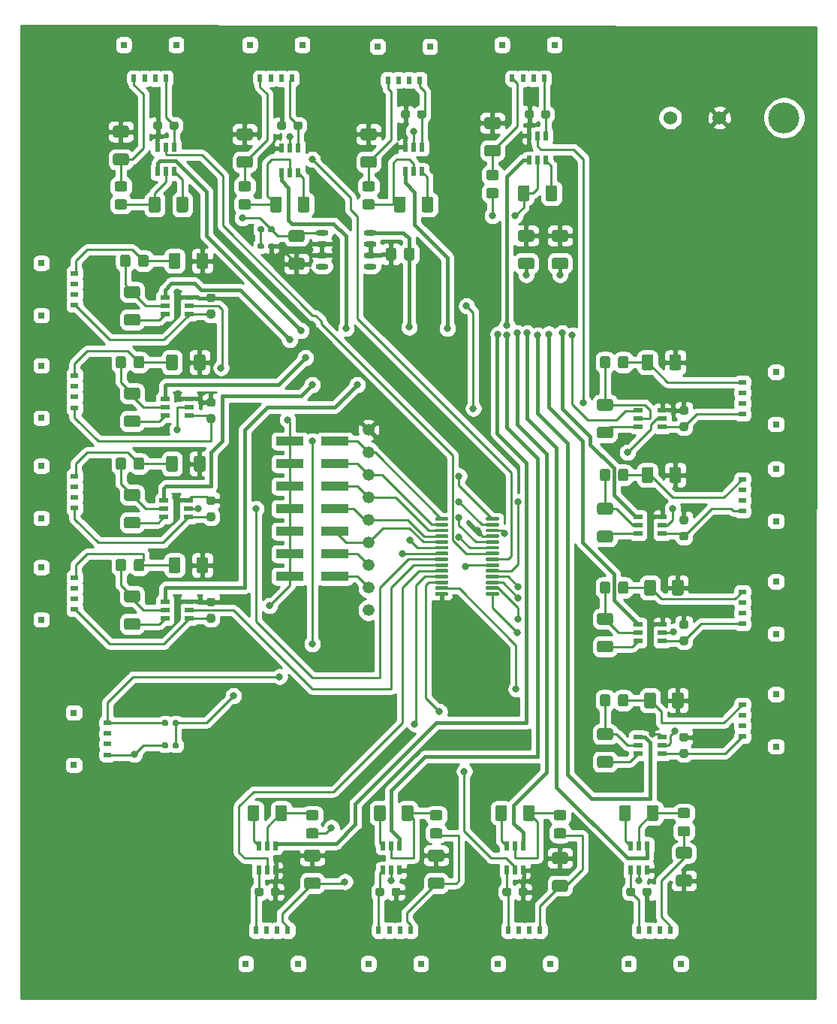
<source format=gbr>
%TF.GenerationSoftware,KiCad,Pcbnew,(5.1.9)-1*%
%TF.CreationDate,2021-04-06T09:51:50+05:30*%
%TF.ProjectId,LightStage,4c696768-7453-4746-9167-652e6b696361,rev?*%
%TF.SameCoordinates,Original*%
%TF.FileFunction,Copper,L1,Top*%
%TF.FilePolarity,Positive*%
%FSLAX46Y46*%
G04 Gerber Fmt 4.6, Leading zero omitted, Abs format (unit mm)*
G04 Created by KiCad (PCBNEW (5.1.9)-1) date 2021-04-06 09:51:50*
%MOMM*%
%LPD*%
G01*
G04 APERTURE LIST*
%TA.AperFunction,SMDPad,CuDef*%
%ADD10R,0.700000X0.800000*%
%TD*%
%TA.AperFunction,SMDPad,CuDef*%
%ADD11R,0.600000X0.850000*%
%TD*%
%TA.AperFunction,SMDPad,CuDef*%
%ADD12R,0.800000X0.700000*%
%TD*%
%TA.AperFunction,SMDPad,CuDef*%
%ADD13R,0.850000X0.600000*%
%TD*%
%TA.AperFunction,ComponentPad*%
%ADD14C,3.500000*%
%TD*%
%TA.AperFunction,ComponentPad*%
%ADD15C,1.524000*%
%TD*%
%TA.AperFunction,SMDPad,CuDef*%
%ADD16R,3.150000X1.000000*%
%TD*%
%TA.AperFunction,ComponentPad*%
%ADD17C,1.340000*%
%TD*%
%TA.AperFunction,SMDPad,CuDef*%
%ADD18R,0.558000X0.997699*%
%TD*%
%TA.AperFunction,SMDPad,CuDef*%
%ADD19R,0.997699X0.558000*%
%TD*%
%TA.AperFunction,SMDPad,CuDef*%
%ADD20O,1.450000X0.599999*%
%TD*%
%TA.AperFunction,ViaPad*%
%ADD21C,0.800000*%
%TD*%
%TA.AperFunction,Conductor*%
%ADD22C,0.250000*%
%TD*%
%TA.AperFunction,Conductor*%
%ADD23C,0.400000*%
%TD*%
%TA.AperFunction,Conductor*%
%ADD24C,0.254000*%
%TD*%
%TA.AperFunction,Conductor*%
%ADD25C,0.100000*%
%TD*%
G04 APERTURE END LIST*
%TO.P,C5,2*%
%TO.N,GND*%
%TA.AperFunction,SMDPad,CuDef*%
G36*
G01*
X61833998Y-67486500D02*
X63134002Y-67486500D01*
G75*
G02*
X63384000Y-67736498I0J-249998D01*
G01*
X63384000Y-68561502D01*
G75*
G02*
X63134002Y-68811500I-249998J0D01*
G01*
X61833998Y-68811500D01*
G75*
G02*
X61584000Y-68561502I0J249998D01*
G01*
X61584000Y-67736498D01*
G75*
G02*
X61833998Y-67486500I249998J0D01*
G01*
G37*
%TD.AperFunction*%
%TO.P,C5,1*%
%TO.N,5V*%
%TA.AperFunction,SMDPad,CuDef*%
G36*
G01*
X61833998Y-64361500D02*
X63134002Y-64361500D01*
G75*
G02*
X63384000Y-64611498I0J-249998D01*
G01*
X63384000Y-65436502D01*
G75*
G02*
X63134002Y-65686500I-249998J0D01*
G01*
X61833998Y-65686500D01*
G75*
G02*
X61584000Y-65436502I0J249998D01*
G01*
X61584000Y-64611498D01*
G75*
G02*
X61833998Y-64361500I249998J0D01*
G01*
G37*
%TD.AperFunction*%
%TD*%
D10*
%TO.P,J5,6*%
%TO.N,Net-(J5-Pad6)*%
X43001999Y-43468999D03*
%TO.P,J5,5*%
%TO.N,Net-(J5-Pad5)*%
X48902000Y-43468999D03*
D11*
%TO.P,J5,4*%
%TO.N,p_LED15*%
X44152000Y-47244000D03*
%TO.P,J5,3*%
%TO.N,Net-(J5-Pad3)*%
X45352000Y-47244000D03*
%TO.P,J5,2*%
%TO.N,Net-(J5-Pad2)*%
X46552000Y-47244000D03*
%TO.P,J5,1*%
%TO.N,n_LED15*%
X47752000Y-47244000D03*
%TD*%
D12*
%TO.P,J9,6*%
%TO.N,Net-(J9-Pad6)*%
X116551001Y-91261999D03*
%TO.P,J9,5*%
%TO.N,Net-(J9-Pad5)*%
X116551001Y-97162000D03*
D13*
%TO.P,J9,4*%
%TO.N,p_LED10*%
X112776000Y-92412000D03*
%TO.P,J9,3*%
%TO.N,Net-(J9-Pad3)*%
X112776000Y-93612000D03*
%TO.P,J9,2*%
%TO.N,Net-(J9-Pad2)*%
X112776000Y-94812000D03*
%TO.P,J9,1*%
%TO.N,n_LED10*%
X112776000Y-96012000D03*
%TD*%
D12*
%TO.P,J6,6*%
%TO.N,Net-(J6-Pad6)*%
X116551001Y-80339999D03*
%TO.P,J6,5*%
%TO.N,Net-(J6-Pad5)*%
X116551001Y-86240000D03*
D13*
%TO.P,J6,4*%
%TO.N,p_LED11*%
X112776000Y-81490000D03*
%TO.P,J6,3*%
%TO.N,Net-(J6-Pad3)*%
X112776000Y-82690000D03*
%TO.P,J6,2*%
%TO.N,Net-(J6-Pad2)*%
X112776000Y-83890000D03*
%TO.P,J6,1*%
%TO.N,n_LED11*%
X112776000Y-85090000D03*
%TD*%
D10*
%TO.P,J7,6*%
%TO.N,Net-(J7-Pad6)*%
X85673999Y-43468999D03*
%TO.P,J7,5*%
%TO.N,Net-(J7-Pad5)*%
X91574000Y-43468999D03*
D11*
%TO.P,J7,4*%
%TO.N,p_LED12*%
X86824000Y-47244000D03*
%TO.P,J7,3*%
%TO.N,Net-(J7-Pad3)*%
X88024000Y-47244000D03*
%TO.P,J7,2*%
%TO.N,Net-(J7-Pad2)*%
X89224000Y-47244000D03*
%TO.P,J7,1*%
%TO.N,n_LED12*%
X90424000Y-47244000D03*
%TD*%
D10*
%TO.P,J8,6*%
%TO.N,Net-(J8-Pad6)*%
X71628000Y-43688000D03*
%TO.P,J8,5*%
%TO.N,Net-(J8-Pad5)*%
X77528001Y-43688000D03*
D11*
%TO.P,J8,4*%
%TO.N,p_LED13*%
X72778001Y-47463001D03*
%TO.P,J8,3*%
%TO.N,Net-(J8-Pad3)*%
X73978001Y-47463001D03*
%TO.P,J8,2*%
%TO.N,Net-(J8-Pad2)*%
X75178001Y-47463001D03*
%TO.P,J8,1*%
%TO.N,n_LED13*%
X76378001Y-47463001D03*
%TD*%
D10*
%TO.P,J4,6*%
%TO.N,Net-(J4-Pad6)*%
X57225999Y-43468999D03*
%TO.P,J4,5*%
%TO.N,Net-(J4-Pad5)*%
X63126000Y-43468999D03*
D11*
%TO.P,J4,4*%
%TO.N,p_LED14*%
X58376000Y-47244000D03*
%TO.P,J4,3*%
%TO.N,Net-(J4-Pad3)*%
X59576000Y-47244000D03*
%TO.P,J4,2*%
%TO.N,Net-(J4-Pad2)*%
X60776000Y-47244000D03*
%TO.P,J4,1*%
%TO.N,n_LED14*%
X61976000Y-47244000D03*
%TD*%
D10*
%TO.P,J13,6*%
%TO.N,Net-(J13-Pad6)*%
X62662001Y-147031001D03*
%TO.P,J13,5*%
%TO.N,Net-(J13-Pad5)*%
X56762000Y-147031001D03*
D11*
%TO.P,J13,4*%
%TO.N,p_LED4*%
X61512000Y-143256000D03*
%TO.P,J13,3*%
%TO.N,Net-(J13-Pad3)*%
X60312000Y-143256000D03*
%TO.P,J13,2*%
%TO.N,Net-(J13-Pad2)*%
X59112000Y-143256000D03*
%TO.P,J13,1*%
%TO.N,n_LED4*%
X57912000Y-143256000D03*
%TD*%
D12*
%TO.P,J20,6*%
%TO.N,Net-(J20-Pad6)*%
X37372999Y-124638001D03*
%TO.P,J20,5*%
%TO.N,Net-(J20-Pad5)*%
X37372999Y-118738000D03*
D13*
%TO.P,J20,4*%
%TO.N,SCL*%
X41148000Y-123488000D03*
%TO.P,J20,3*%
%TO.N,Net-(J20-Pad3)*%
X41148000Y-122288000D03*
%TO.P,J20,2*%
%TO.N,Net-(J20-Pad2)*%
X41148000Y-121088000D03*
%TO.P,J20,1*%
%TO.N,SDA*%
X41148000Y-119888000D03*
%TD*%
D12*
%TO.P,J19,6*%
%TO.N,Net-(J19-Pad6)*%
X33689999Y-73965001D03*
%TO.P,J19,5*%
%TO.N,Net-(J19-Pad5)*%
X33689999Y-68065000D03*
D13*
%TO.P,J19,4*%
%TO.N,n_LED0*%
X37465000Y-72815000D03*
%TO.P,J19,3*%
%TO.N,Net-(J19-Pad3)*%
X37465000Y-71615000D03*
%TO.P,J19,2*%
%TO.N,Net-(J19-Pad2)*%
X37465000Y-70415000D03*
%TO.P,J19,1*%
%TO.N,p_LED0*%
X37465000Y-69215000D03*
%TD*%
D12*
%TO.P,J18,6*%
%TO.N,Net-(J18-Pad6)*%
X33689999Y-108255001D03*
%TO.P,J18,5*%
%TO.N,Net-(J18-Pad5)*%
X33689999Y-102355000D03*
D13*
%TO.P,J18,4*%
%TO.N,n_LED3*%
X37465000Y-107105000D03*
%TO.P,J18,3*%
%TO.N,Net-(J18-Pad3)*%
X37465000Y-105905000D03*
%TO.P,J18,2*%
%TO.N,Net-(J18-Pad2)*%
X37465000Y-104705000D03*
%TO.P,J18,1*%
%TO.N,p_LED3*%
X37465000Y-103505000D03*
%TD*%
D12*
%TO.P,J17,6*%
%TO.N,Net-(J17-Pad6)*%
X33689999Y-96825001D03*
%TO.P,J17,5*%
%TO.N,Net-(J17-Pad5)*%
X33689999Y-90925000D03*
D13*
%TO.P,J17,4*%
%TO.N,n_LED2*%
X37465000Y-95675000D03*
%TO.P,J17,3*%
%TO.N,Net-(J17-Pad3)*%
X37465000Y-94475000D03*
%TO.P,J17,2*%
%TO.N,Net-(J17-Pad2)*%
X37465000Y-93275000D03*
%TO.P,J17,1*%
%TO.N,p_LED2*%
X37465000Y-92075000D03*
%TD*%
D12*
%TO.P,J16,6*%
%TO.N,Net-(J16-Pad6)*%
X33689999Y-85522001D03*
%TO.P,J16,5*%
%TO.N,Net-(J16-Pad5)*%
X33689999Y-79622000D03*
D13*
%TO.P,J16,4*%
%TO.N,n_LED1*%
X37465000Y-84372000D03*
%TO.P,J16,3*%
%TO.N,Net-(J16-Pad3)*%
X37465000Y-83172000D03*
%TO.P,J16,2*%
%TO.N,Net-(J16-Pad2)*%
X37465000Y-81972000D03*
%TO.P,J16,1*%
%TO.N,p_LED1*%
X37465000Y-80772000D03*
%TD*%
D10*
%TO.P,J15,6*%
%TO.N,Net-(J15-Pad6)*%
X91110001Y-147031001D03*
%TO.P,J15,5*%
%TO.N,Net-(J15-Pad5)*%
X85210000Y-147031001D03*
D11*
%TO.P,J15,4*%
%TO.N,p_LED6*%
X89960000Y-143256000D03*
%TO.P,J15,3*%
%TO.N,Net-(J15-Pad3)*%
X88760000Y-143256000D03*
%TO.P,J15,2*%
%TO.N,Net-(J15-Pad2)*%
X87560000Y-143256000D03*
%TO.P,J15,1*%
%TO.N,n_LED6*%
X86360000Y-143256000D03*
%TD*%
D10*
%TO.P,J14,6*%
%TO.N,Net-(J14-Pad6)*%
X76505001Y-147031001D03*
%TO.P,J14,5*%
%TO.N,Net-(J14-Pad5)*%
X70605000Y-147031001D03*
D11*
%TO.P,J14,4*%
%TO.N,p_LED5*%
X75355000Y-143256000D03*
%TO.P,J14,3*%
%TO.N,Net-(J14-Pad3)*%
X74155000Y-143256000D03*
%TO.P,J14,2*%
%TO.N,Net-(J14-Pad2)*%
X72955000Y-143256000D03*
%TO.P,J14,1*%
%TO.N,n_LED5*%
X71755000Y-143256000D03*
%TD*%
D12*
%TO.P,J12,6*%
%TO.N,Net-(J12-Pad6)*%
X116551001Y-103961999D03*
%TO.P,J12,5*%
%TO.N,Net-(J12-Pad5)*%
X116551001Y-109862000D03*
D13*
%TO.P,J12,4*%
%TO.N,p_LED9*%
X112776000Y-105112000D03*
%TO.P,J12,3*%
%TO.N,Net-(J12-Pad3)*%
X112776000Y-106312000D03*
%TO.P,J12,2*%
%TO.N,Net-(J12-Pad2)*%
X112776000Y-107512000D03*
%TO.P,J12,1*%
%TO.N,n_LED9*%
X112776000Y-108712000D03*
%TD*%
D12*
%TO.P,J11,6*%
%TO.N,Net-(J11-Pad6)*%
X116551001Y-116661999D03*
%TO.P,J11,5*%
%TO.N,Net-(J11-Pad5)*%
X116551001Y-122562000D03*
D13*
%TO.P,J11,4*%
%TO.N,p_LED8*%
X112776000Y-117812000D03*
%TO.P,J11,3*%
%TO.N,Net-(J11-Pad3)*%
X112776000Y-119012000D03*
%TO.P,J11,2*%
%TO.N,Net-(J11-Pad2)*%
X112776000Y-120212000D03*
%TO.P,J11,1*%
%TO.N,n_LED8*%
X112776000Y-121412000D03*
%TD*%
D10*
%TO.P,J10,6*%
%TO.N,Net-(J10-Pad6)*%
X105842001Y-147031001D03*
%TO.P,J10,5*%
%TO.N,Net-(J10-Pad5)*%
X99942000Y-147031001D03*
D11*
%TO.P,J10,4*%
%TO.N,p_LED7*%
X104692000Y-143256000D03*
%TO.P,J10,3*%
%TO.N,Net-(J10-Pad3)*%
X103492000Y-143256000D03*
%TO.P,J10,2*%
%TO.N,Net-(J10-Pad2)*%
X102292000Y-143256000D03*
%TO.P,J10,1*%
%TO.N,n_LED7*%
X101092000Y-143256000D03*
%TD*%
D14*
%TO.P,J2,*%
%TO.N,*%
X117475000Y-51689000D03*
D15*
%TO.P,J2,2*%
%TO.N,GND*%
X110172500Y-51689000D03*
%TO.P,J2,1*%
%TO.N,24V*%
X104648000Y-51689000D03*
%TD*%
%TO.P,D1,2*%
%TO.N,5V*%
%TA.AperFunction,SMDPad,CuDef*%
G36*
G01*
X59245000Y-64422000D02*
X59245000Y-64102000D01*
G75*
G02*
X59405000Y-63942000I160000J0D01*
G01*
X59850000Y-63942000D01*
G75*
G02*
X60010000Y-64102000I0J-160000D01*
G01*
X60010000Y-64422000D01*
G75*
G02*
X59850000Y-64582000I-160000J0D01*
G01*
X59405000Y-64582000D01*
G75*
G02*
X59245000Y-64422000I0J160000D01*
G01*
G37*
%TD.AperFunction*%
%TO.P,D1,1*%
%TO.N,Net-(D1-Pad1)*%
%TA.AperFunction,SMDPad,CuDef*%
G36*
G01*
X58100000Y-64422000D02*
X58100000Y-64102000D01*
G75*
G02*
X58260000Y-63942000I160000J0D01*
G01*
X58705000Y-63942000D01*
G75*
G02*
X58865000Y-64102000I0J-160000D01*
G01*
X58865000Y-64422000D01*
G75*
G02*
X58705000Y-64582000I-160000J0D01*
G01*
X58260000Y-64582000D01*
G75*
G02*
X58100000Y-64422000I0J160000D01*
G01*
G37*
%TD.AperFunction*%
%TD*%
D16*
%TO.P,J1,14*%
%TO.N,OE*%
X66787000Y-103378000D03*
%TO.P,J1,13*%
%TO.N,5V*%
X61737000Y-103378000D03*
%TO.P,J1,12*%
%TO.N,A5*%
X66787000Y-100838000D03*
%TO.P,J1,11*%
%TO.N,5V*%
X61737000Y-100838000D03*
%TO.P,J1,10*%
%TO.N,A4*%
X66787000Y-98298000D03*
%TO.P,J1,9*%
%TO.N,5V*%
X61737000Y-98298000D03*
%TO.P,J1,8*%
%TO.N,A3*%
X66787000Y-95758000D03*
%TO.P,J1,7*%
%TO.N,5V*%
X61737000Y-95758000D03*
%TO.P,J1,6*%
%TO.N,A2*%
X66787000Y-93218000D03*
%TO.P,J1,5*%
%TO.N,5V*%
X61737000Y-93218000D03*
%TO.P,J1,4*%
%TO.N,A1*%
X66787000Y-90678000D03*
%TO.P,J1,3*%
%TO.N,5V*%
X61737000Y-90678000D03*
%TO.P,J1,2*%
%TO.N,A0*%
X66787000Y-88138000D03*
%TO.P,J1,1*%
%TO.N,5V*%
X61737000Y-88138000D03*
%TD*%
D17*
%TO.P,RN1,9*%
%TO.N,Net-(RN1-Pad9)*%
X70612000Y-107188000D03*
%TO.P,RN1,8*%
%TO.N,OE*%
X70612000Y-104648000D03*
%TO.P,RN1,7*%
%TO.N,A5*%
X70612000Y-102108000D03*
%TO.P,RN1,6*%
%TO.N,A4*%
X70612000Y-99568000D03*
%TO.P,RN1,5*%
%TO.N,A3*%
X70612000Y-97028000D03*
%TO.P,RN1,4*%
%TO.N,A2*%
X70612000Y-94488000D03*
%TO.P,RN1,3*%
%TO.N,A1*%
X70612000Y-91948000D03*
%TO.P,RN1,2*%
%TO.N,A0*%
X70612000Y-89408000D03*
%TO.P,RN1,1*%
%TO.N,GND*%
X70612000Y-86868000D03*
%TD*%
%TO.P,R19,2*%
%TO.N,GND*%
%TA.AperFunction,SMDPad,CuDef*%
G36*
G01*
X106409500Y-85173000D02*
X105934500Y-85173000D01*
G75*
G02*
X105697000Y-84935500I0J237500D01*
G01*
X105697000Y-84435500D01*
G75*
G02*
X105934500Y-84198000I237500J0D01*
G01*
X106409500Y-84198000D01*
G75*
G02*
X106647000Y-84435500I0J-237500D01*
G01*
X106647000Y-84935500D01*
G75*
G02*
X106409500Y-85173000I-237500J0D01*
G01*
G37*
%TD.AperFunction*%
%TO.P,R19,1*%
%TO.N,n_LED11*%
%TA.AperFunction,SMDPad,CuDef*%
G36*
G01*
X106409500Y-86998000D02*
X105934500Y-86998000D01*
G75*
G02*
X105697000Y-86760500I0J237500D01*
G01*
X105697000Y-86260500D01*
G75*
G02*
X105934500Y-86023000I237500J0D01*
G01*
X106409500Y-86023000D01*
G75*
G02*
X106647000Y-86260500I0J-237500D01*
G01*
X106647000Y-86760500D01*
G75*
G02*
X106409500Y-86998000I-237500J0D01*
G01*
G37*
%TD.AperFunction*%
%TD*%
%TO.P,R18,2*%
%TO.N,GND*%
%TA.AperFunction,SMDPad,CuDef*%
G36*
G01*
X106409500Y-97515500D02*
X105934500Y-97515500D01*
G75*
G02*
X105697000Y-97278000I0J237500D01*
G01*
X105697000Y-96778000D01*
G75*
G02*
X105934500Y-96540500I237500J0D01*
G01*
X106409500Y-96540500D01*
G75*
G02*
X106647000Y-96778000I0J-237500D01*
G01*
X106647000Y-97278000D01*
G75*
G02*
X106409500Y-97515500I-237500J0D01*
G01*
G37*
%TD.AperFunction*%
%TO.P,R18,1*%
%TO.N,n_LED10*%
%TA.AperFunction,SMDPad,CuDef*%
G36*
G01*
X106409500Y-99340500D02*
X105934500Y-99340500D01*
G75*
G02*
X105697000Y-99103000I0J237500D01*
G01*
X105697000Y-98603000D01*
G75*
G02*
X105934500Y-98365500I237500J0D01*
G01*
X106409500Y-98365500D01*
G75*
G02*
X106647000Y-98603000I0J-237500D01*
G01*
X106647000Y-99103000D01*
G75*
G02*
X106409500Y-99340500I-237500J0D01*
G01*
G37*
%TD.AperFunction*%
%TD*%
%TO.P,R17,2*%
%TO.N,GND*%
%TA.AperFunction,SMDPad,CuDef*%
G36*
G01*
X61297000Y-52340500D02*
X61297000Y-52815500D01*
G75*
G02*
X61059500Y-53053000I-237500J0D01*
G01*
X60559500Y-53053000D01*
G75*
G02*
X60322000Y-52815500I0J237500D01*
G01*
X60322000Y-52340500D01*
G75*
G02*
X60559500Y-52103000I237500J0D01*
G01*
X61059500Y-52103000D01*
G75*
G02*
X61297000Y-52340500I0J-237500D01*
G01*
G37*
%TD.AperFunction*%
%TO.P,R17,1*%
%TO.N,n_LED14*%
%TA.AperFunction,SMDPad,CuDef*%
G36*
G01*
X63122000Y-52340500D02*
X63122000Y-52815500D01*
G75*
G02*
X62884500Y-53053000I-237500J0D01*
G01*
X62384500Y-53053000D01*
G75*
G02*
X62147000Y-52815500I0J237500D01*
G01*
X62147000Y-52340500D01*
G75*
G02*
X62384500Y-52103000I237500J0D01*
G01*
X62884500Y-52103000D01*
G75*
G02*
X63122000Y-52340500I0J-237500D01*
G01*
G37*
%TD.AperFunction*%
%TD*%
%TO.P,R16,2*%
%TO.N,GND*%
%TA.AperFunction,SMDPad,CuDef*%
G36*
G01*
X75267000Y-51070500D02*
X75267000Y-51545500D01*
G75*
G02*
X75029500Y-51783000I-237500J0D01*
G01*
X74529500Y-51783000D01*
G75*
G02*
X74292000Y-51545500I0J237500D01*
G01*
X74292000Y-51070500D01*
G75*
G02*
X74529500Y-50833000I237500J0D01*
G01*
X75029500Y-50833000D01*
G75*
G02*
X75267000Y-51070500I0J-237500D01*
G01*
G37*
%TD.AperFunction*%
%TO.P,R16,1*%
%TO.N,n_LED13*%
%TA.AperFunction,SMDPad,CuDef*%
G36*
G01*
X77092000Y-51070500D02*
X77092000Y-51545500D01*
G75*
G02*
X76854500Y-51783000I-237500J0D01*
G01*
X76354500Y-51783000D01*
G75*
G02*
X76117000Y-51545500I0J237500D01*
G01*
X76117000Y-51070500D01*
G75*
G02*
X76354500Y-50833000I237500J0D01*
G01*
X76854500Y-50833000D01*
G75*
G02*
X77092000Y-51070500I0J-237500D01*
G01*
G37*
%TD.AperFunction*%
%TD*%
%TO.P,R15,2*%
%TO.N,GND*%
%TA.AperFunction,SMDPad,CuDef*%
G36*
G01*
X89237000Y-51070500D02*
X89237000Y-51545500D01*
G75*
G02*
X88999500Y-51783000I-237500J0D01*
G01*
X88499500Y-51783000D01*
G75*
G02*
X88262000Y-51545500I0J237500D01*
G01*
X88262000Y-51070500D01*
G75*
G02*
X88499500Y-50833000I237500J0D01*
G01*
X88999500Y-50833000D01*
G75*
G02*
X89237000Y-51070500I0J-237500D01*
G01*
G37*
%TD.AperFunction*%
%TO.P,R15,1*%
%TO.N,n_LED12*%
%TA.AperFunction,SMDPad,CuDef*%
G36*
G01*
X91062000Y-51070500D02*
X91062000Y-51545500D01*
G75*
G02*
X90824500Y-51783000I-237500J0D01*
G01*
X90324500Y-51783000D01*
G75*
G02*
X90087000Y-51545500I0J237500D01*
G01*
X90087000Y-51070500D01*
G75*
G02*
X90324500Y-50833000I237500J0D01*
G01*
X90824500Y-50833000D01*
G75*
G02*
X91062000Y-51070500I0J-237500D01*
G01*
G37*
%TD.AperFunction*%
%TD*%
%TO.P,R14,2*%
%TO.N,GND*%
%TA.AperFunction,SMDPad,CuDef*%
G36*
G01*
X47327000Y-52340500D02*
X47327000Y-52815500D01*
G75*
G02*
X47089500Y-53053000I-237500J0D01*
G01*
X46589500Y-53053000D01*
G75*
G02*
X46352000Y-52815500I0J237500D01*
G01*
X46352000Y-52340500D01*
G75*
G02*
X46589500Y-52103000I237500J0D01*
G01*
X47089500Y-52103000D01*
G75*
G02*
X47327000Y-52340500I0J-237500D01*
G01*
G37*
%TD.AperFunction*%
%TO.P,R14,1*%
%TO.N,n_LED15*%
%TA.AperFunction,SMDPad,CuDef*%
G36*
G01*
X49152000Y-52340500D02*
X49152000Y-52815500D01*
G75*
G02*
X48914500Y-53053000I-237500J0D01*
G01*
X48414500Y-53053000D01*
G75*
G02*
X48177000Y-52815500I0J237500D01*
G01*
X48177000Y-52340500D01*
G75*
G02*
X48414500Y-52103000I237500J0D01*
G01*
X48914500Y-52103000D01*
G75*
G02*
X49152000Y-52340500I0J-237500D01*
G01*
G37*
%TD.AperFunction*%
%TD*%
%TO.P,R13,2*%
%TO.N,GND*%
%TA.AperFunction,SMDPad,CuDef*%
G36*
G01*
X106409500Y-109303000D02*
X105934500Y-109303000D01*
G75*
G02*
X105697000Y-109065500I0J237500D01*
G01*
X105697000Y-108565500D01*
G75*
G02*
X105934500Y-108328000I237500J0D01*
G01*
X106409500Y-108328000D01*
G75*
G02*
X106647000Y-108565500I0J-237500D01*
G01*
X106647000Y-109065500D01*
G75*
G02*
X106409500Y-109303000I-237500J0D01*
G01*
G37*
%TD.AperFunction*%
%TO.P,R13,1*%
%TO.N,n_LED9*%
%TA.AperFunction,SMDPad,CuDef*%
G36*
G01*
X106409500Y-111128000D02*
X105934500Y-111128000D01*
G75*
G02*
X105697000Y-110890500I0J237500D01*
G01*
X105697000Y-110390500D01*
G75*
G02*
X105934500Y-110153000I237500J0D01*
G01*
X106409500Y-110153000D01*
G75*
G02*
X106647000Y-110390500I0J-237500D01*
G01*
X106647000Y-110890500D01*
G75*
G02*
X106409500Y-111128000I-237500J0D01*
G01*
G37*
%TD.AperFunction*%
%TD*%
%TO.P,R12,2*%
%TO.N,GND*%
%TA.AperFunction,SMDPad,CuDef*%
G36*
G01*
X106409500Y-122003000D02*
X105934500Y-122003000D01*
G75*
G02*
X105697000Y-121765500I0J237500D01*
G01*
X105697000Y-121265500D01*
G75*
G02*
X105934500Y-121028000I237500J0D01*
G01*
X106409500Y-121028000D01*
G75*
G02*
X106647000Y-121265500I0J-237500D01*
G01*
X106647000Y-121765500D01*
G75*
G02*
X106409500Y-122003000I-237500J0D01*
G01*
G37*
%TD.AperFunction*%
%TO.P,R12,1*%
%TO.N,n_LED8*%
%TA.AperFunction,SMDPad,CuDef*%
G36*
G01*
X106409500Y-123828000D02*
X105934500Y-123828000D01*
G75*
G02*
X105697000Y-123590500I0J237500D01*
G01*
X105697000Y-123090500D01*
G75*
G02*
X105934500Y-122853000I237500J0D01*
G01*
X106409500Y-122853000D01*
G75*
G02*
X106647000Y-123090500I0J-237500D01*
G01*
X106647000Y-123590500D01*
G75*
G02*
X106409500Y-123828000I-237500J0D01*
G01*
G37*
%TD.AperFunction*%
%TD*%
%TO.P,R11,2*%
%TO.N,GND*%
%TA.AperFunction,SMDPad,CuDef*%
G36*
G01*
X87547000Y-139175500D02*
X87547000Y-138700500D01*
G75*
G02*
X87784500Y-138463000I237500J0D01*
G01*
X88284500Y-138463000D01*
G75*
G02*
X88522000Y-138700500I0J-237500D01*
G01*
X88522000Y-139175500D01*
G75*
G02*
X88284500Y-139413000I-237500J0D01*
G01*
X87784500Y-139413000D01*
G75*
G02*
X87547000Y-139175500I0J237500D01*
G01*
G37*
%TD.AperFunction*%
%TO.P,R11,1*%
%TO.N,n_LED6*%
%TA.AperFunction,SMDPad,CuDef*%
G36*
G01*
X85722000Y-139175500D02*
X85722000Y-138700500D01*
G75*
G02*
X85959500Y-138463000I237500J0D01*
G01*
X86459500Y-138463000D01*
G75*
G02*
X86697000Y-138700500I0J-237500D01*
G01*
X86697000Y-139175500D01*
G75*
G02*
X86459500Y-139413000I-237500J0D01*
G01*
X85959500Y-139413000D01*
G75*
G02*
X85722000Y-139175500I0J237500D01*
G01*
G37*
%TD.AperFunction*%
%TD*%
%TO.P,R10,2*%
%TO.N,GND*%
%TA.AperFunction,SMDPad,CuDef*%
G36*
G01*
X101517000Y-139175500D02*
X101517000Y-138700500D01*
G75*
G02*
X101754500Y-138463000I237500J0D01*
G01*
X102254500Y-138463000D01*
G75*
G02*
X102492000Y-138700500I0J-237500D01*
G01*
X102492000Y-139175500D01*
G75*
G02*
X102254500Y-139413000I-237500J0D01*
G01*
X101754500Y-139413000D01*
G75*
G02*
X101517000Y-139175500I0J237500D01*
G01*
G37*
%TD.AperFunction*%
%TO.P,R10,1*%
%TO.N,n_LED7*%
%TA.AperFunction,SMDPad,CuDef*%
G36*
G01*
X99692000Y-139175500D02*
X99692000Y-138700500D01*
G75*
G02*
X99929500Y-138463000I237500J0D01*
G01*
X100429500Y-138463000D01*
G75*
G02*
X100667000Y-138700500I0J-237500D01*
G01*
X100667000Y-139175500D01*
G75*
G02*
X100429500Y-139413000I-237500J0D01*
G01*
X99929500Y-139413000D01*
G75*
G02*
X99692000Y-139175500I0J237500D01*
G01*
G37*
%TD.AperFunction*%
%TD*%
%TO.P,L16,2*%
%TO.N,p_LED11*%
%TA.AperFunction,SMDPad,CuDef*%
G36*
G01*
X98757000Y-79698001D02*
X98757000Y-78797999D01*
G75*
G02*
X99006999Y-78548000I249999J0D01*
G01*
X99657001Y-78548000D01*
G75*
G02*
X99907000Y-78797999I0J-249999D01*
G01*
X99907000Y-79698001D01*
G75*
G02*
X99657001Y-79948000I-249999J0D01*
G01*
X99006999Y-79948000D01*
G75*
G02*
X98757000Y-79698001I0J249999D01*
G01*
G37*
%TD.AperFunction*%
%TO.P,L16,1*%
%TO.N,Net-(C34-Pad2)*%
%TA.AperFunction,SMDPad,CuDef*%
G36*
G01*
X96707000Y-79698001D02*
X96707000Y-78797999D01*
G75*
G02*
X96956999Y-78548000I249999J0D01*
G01*
X97607001Y-78548000D01*
G75*
G02*
X97857000Y-78797999I0J-249999D01*
G01*
X97857000Y-79698001D01*
G75*
G02*
X97607001Y-79948000I-249999J0D01*
G01*
X96956999Y-79948000D01*
G75*
G02*
X96707000Y-79698001I0J249999D01*
G01*
G37*
%TD.AperFunction*%
%TD*%
%TO.P,L15,2*%
%TO.N,p_LED10*%
%TA.AperFunction,SMDPad,CuDef*%
G36*
G01*
X98757000Y-92398001D02*
X98757000Y-91497999D01*
G75*
G02*
X99006999Y-91248000I249999J0D01*
G01*
X99657001Y-91248000D01*
G75*
G02*
X99907000Y-91497999I0J-249999D01*
G01*
X99907000Y-92398001D01*
G75*
G02*
X99657001Y-92648000I-249999J0D01*
G01*
X99006999Y-92648000D01*
G75*
G02*
X98757000Y-92398001I0J249999D01*
G01*
G37*
%TD.AperFunction*%
%TO.P,L15,1*%
%TO.N,Net-(C33-Pad2)*%
%TA.AperFunction,SMDPad,CuDef*%
G36*
G01*
X96707000Y-92398001D02*
X96707000Y-91497999D01*
G75*
G02*
X96956999Y-91248000I249999J0D01*
G01*
X97607001Y-91248000D01*
G75*
G02*
X97857000Y-91497999I0J-249999D01*
G01*
X97857000Y-92398001D01*
G75*
G02*
X97607001Y-92648000I-249999J0D01*
G01*
X96956999Y-92648000D01*
G75*
G02*
X96707000Y-92398001I0J249999D01*
G01*
G37*
%TD.AperFunction*%
%TD*%
%TO.P,L14,2*%
%TO.N,p_LED14*%
%TA.AperFunction,SMDPad,CuDef*%
G36*
G01*
X57092001Y-59993000D02*
X56191999Y-59993000D01*
G75*
G02*
X55942000Y-59743001I0J249999D01*
G01*
X55942000Y-59092999D01*
G75*
G02*
X56191999Y-58843000I249999J0D01*
G01*
X57092001Y-58843000D01*
G75*
G02*
X57342000Y-59092999I0J-249999D01*
G01*
X57342000Y-59743001D01*
G75*
G02*
X57092001Y-59993000I-249999J0D01*
G01*
G37*
%TD.AperFunction*%
%TO.P,L14,1*%
%TO.N,Net-(C32-Pad2)*%
%TA.AperFunction,SMDPad,CuDef*%
G36*
G01*
X57092001Y-62043000D02*
X56191999Y-62043000D01*
G75*
G02*
X55942000Y-61793001I0J249999D01*
G01*
X55942000Y-61142999D01*
G75*
G02*
X56191999Y-60893000I249999J0D01*
G01*
X57092001Y-60893000D01*
G75*
G02*
X57342000Y-61142999I0J-249999D01*
G01*
X57342000Y-61793001D01*
G75*
G02*
X57092001Y-62043000I-249999J0D01*
G01*
G37*
%TD.AperFunction*%
%TD*%
%TO.P,L13,2*%
%TO.N,p_LED13*%
%TA.AperFunction,SMDPad,CuDef*%
G36*
G01*
X71062001Y-59993000D02*
X70161999Y-59993000D01*
G75*
G02*
X69912000Y-59743001I0J249999D01*
G01*
X69912000Y-59092999D01*
G75*
G02*
X70161999Y-58843000I249999J0D01*
G01*
X71062001Y-58843000D01*
G75*
G02*
X71312000Y-59092999I0J-249999D01*
G01*
X71312000Y-59743001D01*
G75*
G02*
X71062001Y-59993000I-249999J0D01*
G01*
G37*
%TD.AperFunction*%
%TO.P,L13,1*%
%TO.N,Net-(C31-Pad2)*%
%TA.AperFunction,SMDPad,CuDef*%
G36*
G01*
X71062001Y-62043000D02*
X70161999Y-62043000D01*
G75*
G02*
X69912000Y-61793001I0J249999D01*
G01*
X69912000Y-61142999D01*
G75*
G02*
X70161999Y-60893000I249999J0D01*
G01*
X71062001Y-60893000D01*
G75*
G02*
X71312000Y-61142999I0J-249999D01*
G01*
X71312000Y-61793001D01*
G75*
G02*
X71062001Y-62043000I-249999J0D01*
G01*
G37*
%TD.AperFunction*%
%TD*%
%TO.P,L12,2*%
%TO.N,p_LED12*%
%TA.AperFunction,SMDPad,CuDef*%
G36*
G01*
X85032001Y-58723000D02*
X84131999Y-58723000D01*
G75*
G02*
X83882000Y-58473001I0J249999D01*
G01*
X83882000Y-57822999D01*
G75*
G02*
X84131999Y-57573000I249999J0D01*
G01*
X85032001Y-57573000D01*
G75*
G02*
X85282000Y-57822999I0J-249999D01*
G01*
X85282000Y-58473001D01*
G75*
G02*
X85032001Y-58723000I-249999J0D01*
G01*
G37*
%TD.AperFunction*%
%TO.P,L12,1*%
%TO.N,Net-(C30-Pad2)*%
%TA.AperFunction,SMDPad,CuDef*%
G36*
G01*
X85032001Y-60773000D02*
X84131999Y-60773000D01*
G75*
G02*
X83882000Y-60523001I0J249999D01*
G01*
X83882000Y-59872999D01*
G75*
G02*
X84131999Y-59623000I249999J0D01*
G01*
X85032001Y-59623000D01*
G75*
G02*
X85282000Y-59872999I0J-249999D01*
G01*
X85282000Y-60523001D01*
G75*
G02*
X85032001Y-60773000I-249999J0D01*
G01*
G37*
%TD.AperFunction*%
%TD*%
%TO.P,L11,2*%
%TO.N,p_LED15*%
%TA.AperFunction,SMDPad,CuDef*%
G36*
G01*
X43122001Y-59993000D02*
X42221999Y-59993000D01*
G75*
G02*
X41972000Y-59743001I0J249999D01*
G01*
X41972000Y-59092999D01*
G75*
G02*
X42221999Y-58843000I249999J0D01*
G01*
X43122001Y-58843000D01*
G75*
G02*
X43372000Y-59092999I0J-249999D01*
G01*
X43372000Y-59743001D01*
G75*
G02*
X43122001Y-59993000I-249999J0D01*
G01*
G37*
%TD.AperFunction*%
%TO.P,L11,1*%
%TO.N,Net-(C23-Pad2)*%
%TA.AperFunction,SMDPad,CuDef*%
G36*
G01*
X43122001Y-62043000D02*
X42221999Y-62043000D01*
G75*
G02*
X41972000Y-61793001I0J249999D01*
G01*
X41972000Y-61142999D01*
G75*
G02*
X42221999Y-60893000I249999J0D01*
G01*
X43122001Y-60893000D01*
G75*
G02*
X43372000Y-61142999I0J-249999D01*
G01*
X43372000Y-61793001D01*
G75*
G02*
X43122001Y-62043000I-249999J0D01*
G01*
G37*
%TD.AperFunction*%
%TD*%
%TO.P,L10,2*%
%TO.N,p_LED9*%
%TA.AperFunction,SMDPad,CuDef*%
G36*
G01*
X98757000Y-105098001D02*
X98757000Y-104197999D01*
G75*
G02*
X99006999Y-103948000I249999J0D01*
G01*
X99657001Y-103948000D01*
G75*
G02*
X99907000Y-104197999I0J-249999D01*
G01*
X99907000Y-105098001D01*
G75*
G02*
X99657001Y-105348000I-249999J0D01*
G01*
X99006999Y-105348000D01*
G75*
G02*
X98757000Y-105098001I0J249999D01*
G01*
G37*
%TD.AperFunction*%
%TO.P,L10,1*%
%TO.N,Net-(C22-Pad2)*%
%TA.AperFunction,SMDPad,CuDef*%
G36*
G01*
X96707000Y-105098001D02*
X96707000Y-104197999D01*
G75*
G02*
X96956999Y-103948000I249999J0D01*
G01*
X97607001Y-103948000D01*
G75*
G02*
X97857000Y-104197999I0J-249999D01*
G01*
X97857000Y-105098001D01*
G75*
G02*
X97607001Y-105348000I-249999J0D01*
G01*
X96956999Y-105348000D01*
G75*
G02*
X96707000Y-105098001I0J249999D01*
G01*
G37*
%TD.AperFunction*%
%TD*%
%TO.P,L9,2*%
%TO.N,p_LED8*%
%TA.AperFunction,SMDPad,CuDef*%
G36*
G01*
X98757000Y-117798001D02*
X98757000Y-116897999D01*
G75*
G02*
X99006999Y-116648000I249999J0D01*
G01*
X99657001Y-116648000D01*
G75*
G02*
X99907000Y-116897999I0J-249999D01*
G01*
X99907000Y-117798001D01*
G75*
G02*
X99657001Y-118048000I-249999J0D01*
G01*
X99006999Y-118048000D01*
G75*
G02*
X98757000Y-117798001I0J249999D01*
G01*
G37*
%TD.AperFunction*%
%TO.P,L9,1*%
%TO.N,Net-(C21-Pad2)*%
%TA.AperFunction,SMDPad,CuDef*%
G36*
G01*
X96707000Y-117798001D02*
X96707000Y-116897999D01*
G75*
G02*
X96956999Y-116648000I249999J0D01*
G01*
X97607001Y-116648000D01*
G75*
G02*
X97857000Y-116897999I0J-249999D01*
G01*
X97857000Y-117798001D01*
G75*
G02*
X97607001Y-118048000I-249999J0D01*
G01*
X96956999Y-118048000D01*
G75*
G02*
X96707000Y-117798001I0J249999D01*
G01*
G37*
%TD.AperFunction*%
%TD*%
%TO.P,L8,2*%
%TO.N,p_LED6*%
%TA.AperFunction,SMDPad,CuDef*%
G36*
G01*
X91751999Y-131768000D02*
X92652001Y-131768000D01*
G75*
G02*
X92902000Y-132017999I0J-249999D01*
G01*
X92902000Y-132668001D01*
G75*
G02*
X92652001Y-132918000I-249999J0D01*
G01*
X91751999Y-132918000D01*
G75*
G02*
X91502000Y-132668001I0J249999D01*
G01*
X91502000Y-132017999D01*
G75*
G02*
X91751999Y-131768000I249999J0D01*
G01*
G37*
%TD.AperFunction*%
%TO.P,L8,1*%
%TO.N,Net-(C20-Pad2)*%
%TA.AperFunction,SMDPad,CuDef*%
G36*
G01*
X91751999Y-129718000D02*
X92652001Y-129718000D01*
G75*
G02*
X92902000Y-129967999I0J-249999D01*
G01*
X92902000Y-130618001D01*
G75*
G02*
X92652001Y-130868000I-249999J0D01*
G01*
X91751999Y-130868000D01*
G75*
G02*
X91502000Y-130618001I0J249999D01*
G01*
X91502000Y-129967999D01*
G75*
G02*
X91751999Y-129718000I249999J0D01*
G01*
G37*
%TD.AperFunction*%
%TD*%
%TO.P,L7,2*%
%TO.N,p_LED7*%
%TA.AperFunction,SMDPad,CuDef*%
G36*
G01*
X105721999Y-131523000D02*
X106622001Y-131523000D01*
G75*
G02*
X106872000Y-131772999I0J-249999D01*
G01*
X106872000Y-132423001D01*
G75*
G02*
X106622001Y-132673000I-249999J0D01*
G01*
X105721999Y-132673000D01*
G75*
G02*
X105472000Y-132423001I0J249999D01*
G01*
X105472000Y-131772999D01*
G75*
G02*
X105721999Y-131523000I249999J0D01*
G01*
G37*
%TD.AperFunction*%
%TO.P,L7,1*%
%TO.N,Net-(C18-Pad2)*%
%TA.AperFunction,SMDPad,CuDef*%
G36*
G01*
X105721999Y-129473000D02*
X106622001Y-129473000D01*
G75*
G02*
X106872000Y-129722999I0J-249999D01*
G01*
X106872000Y-130373001D01*
G75*
G02*
X106622001Y-130623000I-249999J0D01*
G01*
X105721999Y-130623000D01*
G75*
G02*
X105472000Y-130373001I0J249999D01*
G01*
X105472000Y-129722999D01*
G75*
G02*
X105721999Y-129473000I249999J0D01*
G01*
G37*
%TD.AperFunction*%
%TD*%
%TO.P,C39,2*%
%TO.N,GND*%
%TA.AperFunction,SMDPad,CuDef*%
G36*
G01*
X104532000Y-79898003D02*
X104532000Y-78597997D01*
G75*
G02*
X104781997Y-78348000I249997J0D01*
G01*
X105607003Y-78348000D01*
G75*
G02*
X105857000Y-78597997I0J-249997D01*
G01*
X105857000Y-79898003D01*
G75*
G02*
X105607003Y-80148000I-249997J0D01*
G01*
X104781997Y-80148000D01*
G75*
G02*
X104532000Y-79898003I0J249997D01*
G01*
G37*
%TD.AperFunction*%
%TO.P,C39,1*%
%TO.N,p_LED11*%
%TA.AperFunction,SMDPad,CuDef*%
G36*
G01*
X101407000Y-79898003D02*
X101407000Y-78597997D01*
G75*
G02*
X101656997Y-78348000I249997J0D01*
G01*
X102482003Y-78348000D01*
G75*
G02*
X102732000Y-78597997I0J-249997D01*
G01*
X102732000Y-79898003D01*
G75*
G02*
X102482003Y-80148000I-249997J0D01*
G01*
X101656997Y-80148000D01*
G75*
G02*
X101407000Y-79898003I0J249997D01*
G01*
G37*
%TD.AperFunction*%
%TD*%
%TO.P,C38,2*%
%TO.N,GND*%
%TA.AperFunction,SMDPad,CuDef*%
G36*
G01*
X104532000Y-92598003D02*
X104532000Y-91297997D01*
G75*
G02*
X104781997Y-91048000I249997J0D01*
G01*
X105607003Y-91048000D01*
G75*
G02*
X105857000Y-91297997I0J-249997D01*
G01*
X105857000Y-92598003D01*
G75*
G02*
X105607003Y-92848000I-249997J0D01*
G01*
X104781997Y-92848000D01*
G75*
G02*
X104532000Y-92598003I0J249997D01*
G01*
G37*
%TD.AperFunction*%
%TO.P,C38,1*%
%TO.N,p_LED10*%
%TA.AperFunction,SMDPad,CuDef*%
G36*
G01*
X101407000Y-92598003D02*
X101407000Y-91297997D01*
G75*
G02*
X101656997Y-91048000I249997J0D01*
G01*
X102482003Y-91048000D01*
G75*
G02*
X102732000Y-91297997I0J-249997D01*
G01*
X102732000Y-92598003D01*
G75*
G02*
X102482003Y-92848000I-249997J0D01*
G01*
X101656997Y-92848000D01*
G75*
G02*
X101407000Y-92598003I0J249997D01*
G01*
G37*
%TD.AperFunction*%
%TD*%
%TO.P,C37,2*%
%TO.N,GND*%
%TA.AperFunction,SMDPad,CuDef*%
G36*
G01*
X57292003Y-54218000D02*
X55991997Y-54218000D01*
G75*
G02*
X55742000Y-53968003I0J249997D01*
G01*
X55742000Y-53142997D01*
G75*
G02*
X55991997Y-52893000I249997J0D01*
G01*
X57292003Y-52893000D01*
G75*
G02*
X57542000Y-53142997I0J-249997D01*
G01*
X57542000Y-53968003D01*
G75*
G02*
X57292003Y-54218000I-249997J0D01*
G01*
G37*
%TD.AperFunction*%
%TO.P,C37,1*%
%TO.N,p_LED14*%
%TA.AperFunction,SMDPad,CuDef*%
G36*
G01*
X57292003Y-57343000D02*
X55991997Y-57343000D01*
G75*
G02*
X55742000Y-57093003I0J249997D01*
G01*
X55742000Y-56267997D01*
G75*
G02*
X55991997Y-56018000I249997J0D01*
G01*
X57292003Y-56018000D01*
G75*
G02*
X57542000Y-56267997I0J-249997D01*
G01*
X57542000Y-57093003D01*
G75*
G02*
X57292003Y-57343000I-249997J0D01*
G01*
G37*
%TD.AperFunction*%
%TD*%
%TO.P,C36,2*%
%TO.N,GND*%
%TA.AperFunction,SMDPad,CuDef*%
G36*
G01*
X71262003Y-54218000D02*
X69961997Y-54218000D01*
G75*
G02*
X69712000Y-53968003I0J249997D01*
G01*
X69712000Y-53142997D01*
G75*
G02*
X69961997Y-52893000I249997J0D01*
G01*
X71262003Y-52893000D01*
G75*
G02*
X71512000Y-53142997I0J-249997D01*
G01*
X71512000Y-53968003D01*
G75*
G02*
X71262003Y-54218000I-249997J0D01*
G01*
G37*
%TD.AperFunction*%
%TO.P,C36,1*%
%TO.N,p_LED13*%
%TA.AperFunction,SMDPad,CuDef*%
G36*
G01*
X71262003Y-57343000D02*
X69961997Y-57343000D01*
G75*
G02*
X69712000Y-57093003I0J249997D01*
G01*
X69712000Y-56267997D01*
G75*
G02*
X69961997Y-56018000I249997J0D01*
G01*
X71262003Y-56018000D01*
G75*
G02*
X71512000Y-56267997I0J-249997D01*
G01*
X71512000Y-57093003D01*
G75*
G02*
X71262003Y-57343000I-249997J0D01*
G01*
G37*
%TD.AperFunction*%
%TD*%
%TO.P,C35,2*%
%TO.N,GND*%
%TA.AperFunction,SMDPad,CuDef*%
G36*
G01*
X85232003Y-52948000D02*
X83931997Y-52948000D01*
G75*
G02*
X83682000Y-52698003I0J249997D01*
G01*
X83682000Y-51872997D01*
G75*
G02*
X83931997Y-51623000I249997J0D01*
G01*
X85232003Y-51623000D01*
G75*
G02*
X85482000Y-51872997I0J-249997D01*
G01*
X85482000Y-52698003D01*
G75*
G02*
X85232003Y-52948000I-249997J0D01*
G01*
G37*
%TD.AperFunction*%
%TO.P,C35,1*%
%TO.N,p_LED12*%
%TA.AperFunction,SMDPad,CuDef*%
G36*
G01*
X85232003Y-56073000D02*
X83931997Y-56073000D01*
G75*
G02*
X83682000Y-55823003I0J249997D01*
G01*
X83682000Y-54997997D01*
G75*
G02*
X83931997Y-54748000I249997J0D01*
G01*
X85232003Y-54748000D01*
G75*
G02*
X85482000Y-54997997I0J-249997D01*
G01*
X85482000Y-55823003D01*
G75*
G02*
X85232003Y-56073000I-249997J0D01*
G01*
G37*
%TD.AperFunction*%
%TD*%
%TO.P,C34,2*%
%TO.N,Net-(C34-Pad2)*%
%TA.AperFunction,SMDPad,CuDef*%
G36*
G01*
X97932003Y-84698000D02*
X96631997Y-84698000D01*
G75*
G02*
X96382000Y-84448003I0J249997D01*
G01*
X96382000Y-83622997D01*
G75*
G02*
X96631997Y-83373000I249997J0D01*
G01*
X97932003Y-83373000D01*
G75*
G02*
X98182000Y-83622997I0J-249997D01*
G01*
X98182000Y-84448003D01*
G75*
G02*
X97932003Y-84698000I-249997J0D01*
G01*
G37*
%TD.AperFunction*%
%TO.P,C34,1*%
%TO.N,Net-(C34-Pad1)*%
%TA.AperFunction,SMDPad,CuDef*%
G36*
G01*
X97932003Y-87823000D02*
X96631997Y-87823000D01*
G75*
G02*
X96382000Y-87573003I0J249997D01*
G01*
X96382000Y-86747997D01*
G75*
G02*
X96631997Y-86498000I249997J0D01*
G01*
X97932003Y-86498000D01*
G75*
G02*
X98182000Y-86747997I0J-249997D01*
G01*
X98182000Y-87573003D01*
G75*
G02*
X97932003Y-87823000I-249997J0D01*
G01*
G37*
%TD.AperFunction*%
%TD*%
%TO.P,C33,2*%
%TO.N,Net-(C33-Pad2)*%
%TA.AperFunction,SMDPad,CuDef*%
G36*
G01*
X97932003Y-96420500D02*
X96631997Y-96420500D01*
G75*
G02*
X96382000Y-96170503I0J249997D01*
G01*
X96382000Y-95345497D01*
G75*
G02*
X96631997Y-95095500I249997J0D01*
G01*
X97932003Y-95095500D01*
G75*
G02*
X98182000Y-95345497I0J-249997D01*
G01*
X98182000Y-96170503D01*
G75*
G02*
X97932003Y-96420500I-249997J0D01*
G01*
G37*
%TD.AperFunction*%
%TO.P,C33,1*%
%TO.N,Net-(C33-Pad1)*%
%TA.AperFunction,SMDPad,CuDef*%
G36*
G01*
X97932003Y-99545500D02*
X96631997Y-99545500D01*
G75*
G02*
X96382000Y-99295503I0J249997D01*
G01*
X96382000Y-98470497D01*
G75*
G02*
X96631997Y-98220500I249997J0D01*
G01*
X97932003Y-98220500D01*
G75*
G02*
X98182000Y-98470497I0J-249997D01*
G01*
X98182000Y-99295503D01*
G75*
G02*
X97932003Y-99545500I-249997J0D01*
G01*
G37*
%TD.AperFunction*%
%TD*%
%TO.P,C32,2*%
%TO.N,Net-(C32-Pad2)*%
%TA.AperFunction,SMDPad,CuDef*%
G36*
G01*
X60822000Y-60817997D02*
X60822000Y-62118003D01*
G75*
G02*
X60572003Y-62368000I-249997J0D01*
G01*
X59746997Y-62368000D01*
G75*
G02*
X59497000Y-62118003I0J249997D01*
G01*
X59497000Y-60817997D01*
G75*
G02*
X59746997Y-60568000I249997J0D01*
G01*
X60572003Y-60568000D01*
G75*
G02*
X60822000Y-60817997I0J-249997D01*
G01*
G37*
%TD.AperFunction*%
%TO.P,C32,1*%
%TO.N,Net-(C32-Pad1)*%
%TA.AperFunction,SMDPad,CuDef*%
G36*
G01*
X63947000Y-60817997D02*
X63947000Y-62118003D01*
G75*
G02*
X63697003Y-62368000I-249997J0D01*
G01*
X62871997Y-62368000D01*
G75*
G02*
X62622000Y-62118003I0J249997D01*
G01*
X62622000Y-60817997D01*
G75*
G02*
X62871997Y-60568000I249997J0D01*
G01*
X63697003Y-60568000D01*
G75*
G02*
X63947000Y-60817997I0J-249997D01*
G01*
G37*
%TD.AperFunction*%
%TD*%
%TO.P,C31,2*%
%TO.N,Net-(C31-Pad2)*%
%TA.AperFunction,SMDPad,CuDef*%
G36*
G01*
X74792000Y-60817997D02*
X74792000Y-62118003D01*
G75*
G02*
X74542003Y-62368000I-249997J0D01*
G01*
X73716997Y-62368000D01*
G75*
G02*
X73467000Y-62118003I0J249997D01*
G01*
X73467000Y-60817997D01*
G75*
G02*
X73716997Y-60568000I249997J0D01*
G01*
X74542003Y-60568000D01*
G75*
G02*
X74792000Y-60817997I0J-249997D01*
G01*
G37*
%TD.AperFunction*%
%TO.P,C31,1*%
%TO.N,Net-(C31-Pad1)*%
%TA.AperFunction,SMDPad,CuDef*%
G36*
G01*
X77917000Y-60817997D02*
X77917000Y-62118003D01*
G75*
G02*
X77667003Y-62368000I-249997J0D01*
G01*
X76841997Y-62368000D01*
G75*
G02*
X76592000Y-62118003I0J249997D01*
G01*
X76592000Y-60817997D01*
G75*
G02*
X76841997Y-60568000I249997J0D01*
G01*
X77667003Y-60568000D01*
G75*
G02*
X77917000Y-60817997I0J-249997D01*
G01*
G37*
%TD.AperFunction*%
%TD*%
%TO.P,C30,2*%
%TO.N,Net-(C30-Pad2)*%
%TA.AperFunction,SMDPad,CuDef*%
G36*
G01*
X88762000Y-59547997D02*
X88762000Y-60848003D01*
G75*
G02*
X88512003Y-61098000I-249997J0D01*
G01*
X87686997Y-61098000D01*
G75*
G02*
X87437000Y-60848003I0J249997D01*
G01*
X87437000Y-59547997D01*
G75*
G02*
X87686997Y-59298000I249997J0D01*
G01*
X88512003Y-59298000D01*
G75*
G02*
X88762000Y-59547997I0J-249997D01*
G01*
G37*
%TD.AperFunction*%
%TO.P,C30,1*%
%TO.N,Net-(C30-Pad1)*%
%TA.AperFunction,SMDPad,CuDef*%
G36*
G01*
X91887000Y-59547997D02*
X91887000Y-60848003D01*
G75*
G02*
X91637003Y-61098000I-249997J0D01*
G01*
X90811997Y-61098000D01*
G75*
G02*
X90562000Y-60848003I0J249997D01*
G01*
X90562000Y-59547997D01*
G75*
G02*
X90811997Y-59298000I249997J0D01*
G01*
X91637003Y-59298000D01*
G75*
G02*
X91887000Y-59547997I0J-249997D01*
G01*
G37*
%TD.AperFunction*%
%TD*%
%TO.P,C29,2*%
%TO.N,GND*%
%TA.AperFunction,SMDPad,CuDef*%
G36*
G01*
X43322003Y-53925500D02*
X42021997Y-53925500D01*
G75*
G02*
X41772000Y-53675503I0J249997D01*
G01*
X41772000Y-52850497D01*
G75*
G02*
X42021997Y-52600500I249997J0D01*
G01*
X43322003Y-52600500D01*
G75*
G02*
X43572000Y-52850497I0J-249997D01*
G01*
X43572000Y-53675503D01*
G75*
G02*
X43322003Y-53925500I-249997J0D01*
G01*
G37*
%TD.AperFunction*%
%TO.P,C29,1*%
%TO.N,p_LED15*%
%TA.AperFunction,SMDPad,CuDef*%
G36*
G01*
X43322003Y-57050500D02*
X42021997Y-57050500D01*
G75*
G02*
X41772000Y-56800503I0J249997D01*
G01*
X41772000Y-55975497D01*
G75*
G02*
X42021997Y-55725500I249997J0D01*
G01*
X43322003Y-55725500D01*
G75*
G02*
X43572000Y-55975497I0J-249997D01*
G01*
X43572000Y-56800503D01*
G75*
G02*
X43322003Y-57050500I-249997J0D01*
G01*
G37*
%TD.AperFunction*%
%TD*%
%TO.P,C28,2*%
%TO.N,GND*%
%TA.AperFunction,SMDPad,CuDef*%
G36*
G01*
X104824500Y-105298003D02*
X104824500Y-103997997D01*
G75*
G02*
X105074497Y-103748000I249997J0D01*
G01*
X105899503Y-103748000D01*
G75*
G02*
X106149500Y-103997997I0J-249997D01*
G01*
X106149500Y-105298003D01*
G75*
G02*
X105899503Y-105548000I-249997J0D01*
G01*
X105074497Y-105548000D01*
G75*
G02*
X104824500Y-105298003I0J249997D01*
G01*
G37*
%TD.AperFunction*%
%TO.P,C28,1*%
%TO.N,p_LED9*%
%TA.AperFunction,SMDPad,CuDef*%
G36*
G01*
X101699500Y-105298003D02*
X101699500Y-103997997D01*
G75*
G02*
X101949497Y-103748000I249997J0D01*
G01*
X102774503Y-103748000D01*
G75*
G02*
X103024500Y-103997997I0J-249997D01*
G01*
X103024500Y-105298003D01*
G75*
G02*
X102774503Y-105548000I-249997J0D01*
G01*
X101949497Y-105548000D01*
G75*
G02*
X101699500Y-105298003I0J249997D01*
G01*
G37*
%TD.AperFunction*%
%TD*%
%TO.P,C27,2*%
%TO.N,GND*%
%TA.AperFunction,SMDPad,CuDef*%
G36*
G01*
X104824500Y-117998003D02*
X104824500Y-116697997D01*
G75*
G02*
X105074497Y-116448000I249997J0D01*
G01*
X105899503Y-116448000D01*
G75*
G02*
X106149500Y-116697997I0J-249997D01*
G01*
X106149500Y-117998003D01*
G75*
G02*
X105899503Y-118248000I-249997J0D01*
G01*
X105074497Y-118248000D01*
G75*
G02*
X104824500Y-117998003I0J249997D01*
G01*
G37*
%TD.AperFunction*%
%TO.P,C27,1*%
%TO.N,p_LED8*%
%TA.AperFunction,SMDPad,CuDef*%
G36*
G01*
X101699500Y-117998003D02*
X101699500Y-116697997D01*
G75*
G02*
X101949497Y-116448000I249997J0D01*
G01*
X102774503Y-116448000D01*
G75*
G02*
X103024500Y-116697997I0J-249997D01*
G01*
X103024500Y-117998003D01*
G75*
G02*
X102774503Y-118248000I-249997J0D01*
G01*
X101949497Y-118248000D01*
G75*
G02*
X101699500Y-117998003I0J249997D01*
G01*
G37*
%TD.AperFunction*%
%TD*%
%TO.P,C26,2*%
%TO.N,GND*%
%TA.AperFunction,SMDPad,CuDef*%
G36*
G01*
X92852003Y-135790500D02*
X91551997Y-135790500D01*
G75*
G02*
X91302000Y-135540503I0J249997D01*
G01*
X91302000Y-134715497D01*
G75*
G02*
X91551997Y-134465500I249997J0D01*
G01*
X92852003Y-134465500D01*
G75*
G02*
X93102000Y-134715497I0J-249997D01*
G01*
X93102000Y-135540503D01*
G75*
G02*
X92852003Y-135790500I-249997J0D01*
G01*
G37*
%TD.AperFunction*%
%TO.P,C26,1*%
%TO.N,p_LED6*%
%TA.AperFunction,SMDPad,CuDef*%
G36*
G01*
X92852003Y-138915500D02*
X91551997Y-138915500D01*
G75*
G02*
X91302000Y-138665503I0J249997D01*
G01*
X91302000Y-137840497D01*
G75*
G02*
X91551997Y-137590500I249997J0D01*
G01*
X92852003Y-137590500D01*
G75*
G02*
X93102000Y-137840497I0J-249997D01*
G01*
X93102000Y-138665503D01*
G75*
G02*
X92852003Y-138915500I-249997J0D01*
G01*
G37*
%TD.AperFunction*%
%TD*%
%TO.P,C25,2*%
%TO.N,GND*%
%TA.AperFunction,SMDPad,CuDef*%
G36*
G01*
X105521997Y-137005500D02*
X106822003Y-137005500D01*
G75*
G02*
X107072000Y-137255497I0J-249997D01*
G01*
X107072000Y-138080503D01*
G75*
G02*
X106822003Y-138330500I-249997J0D01*
G01*
X105521997Y-138330500D01*
G75*
G02*
X105272000Y-138080503I0J249997D01*
G01*
X105272000Y-137255497D01*
G75*
G02*
X105521997Y-137005500I249997J0D01*
G01*
G37*
%TD.AperFunction*%
%TO.P,C25,1*%
%TO.N,p_LED7*%
%TA.AperFunction,SMDPad,CuDef*%
G36*
G01*
X105521997Y-133880500D02*
X106822003Y-133880500D01*
G75*
G02*
X107072000Y-134130497I0J-249997D01*
G01*
X107072000Y-134955503D01*
G75*
G02*
X106822003Y-135205500I-249997J0D01*
G01*
X105521997Y-135205500D01*
G75*
G02*
X105272000Y-134955503I0J249997D01*
G01*
X105272000Y-134130497D01*
G75*
G02*
X105521997Y-133880500I249997J0D01*
G01*
G37*
%TD.AperFunction*%
%TD*%
%TO.P,C23,2*%
%TO.N,Net-(C23-Pad2)*%
%TA.AperFunction,SMDPad,CuDef*%
G36*
G01*
X47144500Y-60817997D02*
X47144500Y-62118003D01*
G75*
G02*
X46894503Y-62368000I-249997J0D01*
G01*
X46069497Y-62368000D01*
G75*
G02*
X45819500Y-62118003I0J249997D01*
G01*
X45819500Y-60817997D01*
G75*
G02*
X46069497Y-60568000I249997J0D01*
G01*
X46894503Y-60568000D01*
G75*
G02*
X47144500Y-60817997I0J-249997D01*
G01*
G37*
%TD.AperFunction*%
%TO.P,C23,1*%
%TO.N,Net-(C23-Pad1)*%
%TA.AperFunction,SMDPad,CuDef*%
G36*
G01*
X50269500Y-60817997D02*
X50269500Y-62118003D01*
G75*
G02*
X50019503Y-62368000I-249997J0D01*
G01*
X49194497Y-62368000D01*
G75*
G02*
X48944500Y-62118003I0J249997D01*
G01*
X48944500Y-60817997D01*
G75*
G02*
X49194497Y-60568000I249997J0D01*
G01*
X50019503Y-60568000D01*
G75*
G02*
X50269500Y-60817997I0J-249997D01*
G01*
G37*
%TD.AperFunction*%
%TD*%
%TO.P,C22,2*%
%TO.N,Net-(C22-Pad2)*%
%TA.AperFunction,SMDPad,CuDef*%
G36*
G01*
X97932003Y-108828000D02*
X96631997Y-108828000D01*
G75*
G02*
X96382000Y-108578003I0J249997D01*
G01*
X96382000Y-107752997D01*
G75*
G02*
X96631997Y-107503000I249997J0D01*
G01*
X97932003Y-107503000D01*
G75*
G02*
X98182000Y-107752997I0J-249997D01*
G01*
X98182000Y-108578003D01*
G75*
G02*
X97932003Y-108828000I-249997J0D01*
G01*
G37*
%TD.AperFunction*%
%TO.P,C22,1*%
%TO.N,Net-(C22-Pad1)*%
%TA.AperFunction,SMDPad,CuDef*%
G36*
G01*
X97932003Y-111953000D02*
X96631997Y-111953000D01*
G75*
G02*
X96382000Y-111703003I0J249997D01*
G01*
X96382000Y-110877997D01*
G75*
G02*
X96631997Y-110628000I249997J0D01*
G01*
X97932003Y-110628000D01*
G75*
G02*
X98182000Y-110877997I0J-249997D01*
G01*
X98182000Y-111703003D01*
G75*
G02*
X97932003Y-111953000I-249997J0D01*
G01*
G37*
%TD.AperFunction*%
%TD*%
%TO.P,C21,2*%
%TO.N,Net-(C21-Pad2)*%
%TA.AperFunction,SMDPad,CuDef*%
G36*
G01*
X97932003Y-121820500D02*
X96631997Y-121820500D01*
G75*
G02*
X96382000Y-121570503I0J249997D01*
G01*
X96382000Y-120745497D01*
G75*
G02*
X96631997Y-120495500I249997J0D01*
G01*
X97932003Y-120495500D01*
G75*
G02*
X98182000Y-120745497I0J-249997D01*
G01*
X98182000Y-121570503D01*
G75*
G02*
X97932003Y-121820500I-249997J0D01*
G01*
G37*
%TD.AperFunction*%
%TO.P,C21,1*%
%TO.N,Net-(C21-Pad1)*%
%TA.AperFunction,SMDPad,CuDef*%
G36*
G01*
X97932003Y-124945500D02*
X96631997Y-124945500D01*
G75*
G02*
X96382000Y-124695503I0J249997D01*
G01*
X96382000Y-123870497D01*
G75*
G02*
X96631997Y-123620500I249997J0D01*
G01*
X97932003Y-123620500D01*
G75*
G02*
X98182000Y-123870497I0J-249997D01*
G01*
X98182000Y-124695503D01*
G75*
G02*
X97932003Y-124945500I-249997J0D01*
G01*
G37*
%TD.AperFunction*%
%TD*%
%TO.P,C20,2*%
%TO.N,Net-(C20-Pad2)*%
%TA.AperFunction,SMDPad,CuDef*%
G36*
G01*
X88022000Y-130698003D02*
X88022000Y-129397997D01*
G75*
G02*
X88271997Y-129148000I249997J0D01*
G01*
X89097003Y-129148000D01*
G75*
G02*
X89347000Y-129397997I0J-249997D01*
G01*
X89347000Y-130698003D01*
G75*
G02*
X89097003Y-130948000I-249997J0D01*
G01*
X88271997Y-130948000D01*
G75*
G02*
X88022000Y-130698003I0J249997D01*
G01*
G37*
%TD.AperFunction*%
%TO.P,C20,1*%
%TO.N,Net-(C20-Pad1)*%
%TA.AperFunction,SMDPad,CuDef*%
G36*
G01*
X84897000Y-130698003D02*
X84897000Y-129397997D01*
G75*
G02*
X85146997Y-129148000I249997J0D01*
G01*
X85972003Y-129148000D01*
G75*
G02*
X86222000Y-129397997I0J-249997D01*
G01*
X86222000Y-130698003D01*
G75*
G02*
X85972003Y-130948000I-249997J0D01*
G01*
X85146997Y-130948000D01*
G75*
G02*
X84897000Y-130698003I0J249997D01*
G01*
G37*
%TD.AperFunction*%
%TD*%
%TO.P,C18,2*%
%TO.N,Net-(C18-Pad2)*%
%TA.AperFunction,SMDPad,CuDef*%
G36*
G01*
X101992000Y-130698003D02*
X101992000Y-129397997D01*
G75*
G02*
X102241997Y-129148000I249997J0D01*
G01*
X103067003Y-129148000D01*
G75*
G02*
X103317000Y-129397997I0J-249997D01*
G01*
X103317000Y-130698003D01*
G75*
G02*
X103067003Y-130948000I-249997J0D01*
G01*
X102241997Y-130948000D01*
G75*
G02*
X101992000Y-130698003I0J249997D01*
G01*
G37*
%TD.AperFunction*%
%TO.P,C18,1*%
%TO.N,Net-(C18-Pad1)*%
%TA.AperFunction,SMDPad,CuDef*%
G36*
G01*
X98867000Y-130698003D02*
X98867000Y-129397997D01*
G75*
G02*
X99116997Y-129148000I249997J0D01*
G01*
X99942003Y-129148000D01*
G75*
G02*
X100192000Y-129397997I0J-249997D01*
G01*
X100192000Y-130698003D01*
G75*
G02*
X99942003Y-130948000I-249997J0D01*
G01*
X99116997Y-130948000D01*
G75*
G02*
X98867000Y-130698003I0J249997D01*
G01*
G37*
%TD.AperFunction*%
%TD*%
%TO.P,R5,2*%
%TO.N,GND*%
%TA.AperFunction,SMDPad,CuDef*%
G36*
G01*
X73219500Y-139175500D02*
X73219500Y-138700500D01*
G75*
G02*
X73457000Y-138463000I237500J0D01*
G01*
X73957000Y-138463000D01*
G75*
G02*
X74194500Y-138700500I0J-237500D01*
G01*
X74194500Y-139175500D01*
G75*
G02*
X73957000Y-139413000I-237500J0D01*
G01*
X73457000Y-139413000D01*
G75*
G02*
X73219500Y-139175500I0J237500D01*
G01*
G37*
%TD.AperFunction*%
%TO.P,R5,1*%
%TO.N,n_LED5*%
%TA.AperFunction,SMDPad,CuDef*%
G36*
G01*
X71394500Y-139175500D02*
X71394500Y-138700500D01*
G75*
G02*
X71632000Y-138463000I237500J0D01*
G01*
X72132000Y-138463000D01*
G75*
G02*
X72369500Y-138700500I0J-237500D01*
G01*
X72369500Y-139175500D01*
G75*
G02*
X72132000Y-139413000I-237500J0D01*
G01*
X71632000Y-139413000D01*
G75*
G02*
X71394500Y-139175500I0J237500D01*
G01*
G37*
%TD.AperFunction*%
%TD*%
%TO.P,R4,2*%
%TO.N,GND*%
%TA.AperFunction,SMDPad,CuDef*%
G36*
G01*
X59607000Y-139175500D02*
X59607000Y-138700500D01*
G75*
G02*
X59844500Y-138463000I237500J0D01*
G01*
X60344500Y-138463000D01*
G75*
G02*
X60582000Y-138700500I0J-237500D01*
G01*
X60582000Y-139175500D01*
G75*
G02*
X60344500Y-139413000I-237500J0D01*
G01*
X59844500Y-139413000D01*
G75*
G02*
X59607000Y-139175500I0J237500D01*
G01*
G37*
%TD.AperFunction*%
%TO.P,R4,1*%
%TO.N,n_LED4*%
%TA.AperFunction,SMDPad,CuDef*%
G36*
G01*
X57782000Y-139175500D02*
X57782000Y-138700500D01*
G75*
G02*
X58019500Y-138463000I237500J0D01*
G01*
X58519500Y-138463000D01*
G75*
G02*
X58757000Y-138700500I0J-237500D01*
G01*
X58757000Y-139175500D01*
G75*
G02*
X58519500Y-139413000I-237500J0D01*
G01*
X58019500Y-139413000D01*
G75*
G02*
X57782000Y-139175500I0J237500D01*
G01*
G37*
%TD.AperFunction*%
%TD*%
%TO.P,L2,2*%
%TO.N,p_LED5*%
%TA.AperFunction,SMDPad,CuDef*%
G36*
G01*
X77781999Y-131768000D02*
X78682001Y-131768000D01*
G75*
G02*
X78932000Y-132017999I0J-249999D01*
G01*
X78932000Y-132668001D01*
G75*
G02*
X78682001Y-132918000I-249999J0D01*
G01*
X77781999Y-132918000D01*
G75*
G02*
X77532000Y-132668001I0J249999D01*
G01*
X77532000Y-132017999D01*
G75*
G02*
X77781999Y-131768000I249999J0D01*
G01*
G37*
%TD.AperFunction*%
%TO.P,L2,1*%
%TO.N,Net-(C7-Pad2)*%
%TA.AperFunction,SMDPad,CuDef*%
G36*
G01*
X77781999Y-129718000D02*
X78682001Y-129718000D01*
G75*
G02*
X78932000Y-129967999I0J-249999D01*
G01*
X78932000Y-130618001D01*
G75*
G02*
X78682001Y-130868000I-249999J0D01*
G01*
X77781999Y-130868000D01*
G75*
G02*
X77532000Y-130618001I0J249999D01*
G01*
X77532000Y-129967999D01*
G75*
G02*
X77781999Y-129718000I249999J0D01*
G01*
G37*
%TD.AperFunction*%
%TD*%
%TO.P,L1,2*%
%TO.N,p_LED4*%
%TA.AperFunction,SMDPad,CuDef*%
G36*
G01*
X63811999Y-131768000D02*
X64712001Y-131768000D01*
G75*
G02*
X64962000Y-132017999I0J-249999D01*
G01*
X64962000Y-132668001D01*
G75*
G02*
X64712001Y-132918000I-249999J0D01*
G01*
X63811999Y-132918000D01*
G75*
G02*
X63562000Y-132668001I0J249999D01*
G01*
X63562000Y-132017999D01*
G75*
G02*
X63811999Y-131768000I249999J0D01*
G01*
G37*
%TD.AperFunction*%
%TO.P,L1,1*%
%TO.N,Net-(C6-Pad2)*%
%TA.AperFunction,SMDPad,CuDef*%
G36*
G01*
X63811999Y-129718000D02*
X64712001Y-129718000D01*
G75*
G02*
X64962000Y-129967999I0J-249999D01*
G01*
X64962000Y-130618001D01*
G75*
G02*
X64712001Y-130868000I-249999J0D01*
G01*
X63811999Y-130868000D01*
G75*
G02*
X63562000Y-130618001I0J249999D01*
G01*
X63562000Y-129967999D01*
G75*
G02*
X63811999Y-129718000I249999J0D01*
G01*
G37*
%TD.AperFunction*%
%TD*%
%TO.P,C9,2*%
%TO.N,GND*%
%TA.AperFunction,SMDPad,CuDef*%
G36*
G01*
X78882003Y-135498000D02*
X77581997Y-135498000D01*
G75*
G02*
X77332000Y-135248003I0J249997D01*
G01*
X77332000Y-134422997D01*
G75*
G02*
X77581997Y-134173000I249997J0D01*
G01*
X78882003Y-134173000D01*
G75*
G02*
X79132000Y-134422997I0J-249997D01*
G01*
X79132000Y-135248003D01*
G75*
G02*
X78882003Y-135498000I-249997J0D01*
G01*
G37*
%TD.AperFunction*%
%TO.P,C9,1*%
%TO.N,p_LED5*%
%TA.AperFunction,SMDPad,CuDef*%
G36*
G01*
X78882003Y-138623000D02*
X77581997Y-138623000D01*
G75*
G02*
X77332000Y-138373003I0J249997D01*
G01*
X77332000Y-137547997D01*
G75*
G02*
X77581997Y-137298000I249997J0D01*
G01*
X78882003Y-137298000D01*
G75*
G02*
X79132000Y-137547997I0J-249997D01*
G01*
X79132000Y-138373003D01*
G75*
G02*
X78882003Y-138623000I-249997J0D01*
G01*
G37*
%TD.AperFunction*%
%TD*%
%TO.P,C8,2*%
%TO.N,GND*%
%TA.AperFunction,SMDPad,CuDef*%
G36*
G01*
X64912003Y-135498000D02*
X63611997Y-135498000D01*
G75*
G02*
X63362000Y-135248003I0J249997D01*
G01*
X63362000Y-134422997D01*
G75*
G02*
X63611997Y-134173000I249997J0D01*
G01*
X64912003Y-134173000D01*
G75*
G02*
X65162000Y-134422997I0J-249997D01*
G01*
X65162000Y-135248003D01*
G75*
G02*
X64912003Y-135498000I-249997J0D01*
G01*
G37*
%TD.AperFunction*%
%TO.P,C8,1*%
%TO.N,p_LED4*%
%TA.AperFunction,SMDPad,CuDef*%
G36*
G01*
X64912003Y-138623000D02*
X63611997Y-138623000D01*
G75*
G02*
X63362000Y-138373003I0J249997D01*
G01*
X63362000Y-137547997D01*
G75*
G02*
X63611997Y-137298000I249997J0D01*
G01*
X64912003Y-137298000D01*
G75*
G02*
X65162000Y-137547997I0J-249997D01*
G01*
X65162000Y-138373003D01*
G75*
G02*
X64912003Y-138623000I-249997J0D01*
G01*
G37*
%TD.AperFunction*%
%TD*%
%TO.P,C7,2*%
%TO.N,Net-(C7-Pad2)*%
%TA.AperFunction,SMDPad,CuDef*%
G36*
G01*
X74344500Y-130698003D02*
X74344500Y-129397997D01*
G75*
G02*
X74594497Y-129148000I249997J0D01*
G01*
X75419503Y-129148000D01*
G75*
G02*
X75669500Y-129397997I0J-249997D01*
G01*
X75669500Y-130698003D01*
G75*
G02*
X75419503Y-130948000I-249997J0D01*
G01*
X74594497Y-130948000D01*
G75*
G02*
X74344500Y-130698003I0J249997D01*
G01*
G37*
%TD.AperFunction*%
%TO.P,C7,1*%
%TO.N,Net-(C7-Pad1)*%
%TA.AperFunction,SMDPad,CuDef*%
G36*
G01*
X71219500Y-130698003D02*
X71219500Y-129397997D01*
G75*
G02*
X71469497Y-129148000I249997J0D01*
G01*
X72294503Y-129148000D01*
G75*
G02*
X72544500Y-129397997I0J-249997D01*
G01*
X72544500Y-130698003D01*
G75*
G02*
X72294503Y-130948000I-249997J0D01*
G01*
X71469497Y-130948000D01*
G75*
G02*
X71219500Y-130698003I0J249997D01*
G01*
G37*
%TD.AperFunction*%
%TD*%
%TO.P,C6,2*%
%TO.N,Net-(C6-Pad2)*%
%TA.AperFunction,SMDPad,CuDef*%
G36*
G01*
X60082000Y-130698003D02*
X60082000Y-129397997D01*
G75*
G02*
X60331997Y-129148000I249997J0D01*
G01*
X61157003Y-129148000D01*
G75*
G02*
X61407000Y-129397997I0J-249997D01*
G01*
X61407000Y-130698003D01*
G75*
G02*
X61157003Y-130948000I-249997J0D01*
G01*
X60331997Y-130948000D01*
G75*
G02*
X60082000Y-130698003I0J249997D01*
G01*
G37*
%TD.AperFunction*%
%TO.P,C6,1*%
%TO.N,Net-(C6-Pad1)*%
%TA.AperFunction,SMDPad,CuDef*%
G36*
G01*
X56957000Y-130698003D02*
X56957000Y-129397997D01*
G75*
G02*
X57206997Y-129148000I249997J0D01*
G01*
X58032003Y-129148000D01*
G75*
G02*
X58282000Y-129397997I0J-249997D01*
G01*
X58282000Y-130698003D01*
G75*
G02*
X58032003Y-130948000I-249997J0D01*
G01*
X57206997Y-130948000D01*
G75*
G02*
X56957000Y-130698003I0J249997D01*
G01*
G37*
%TD.AperFunction*%
%TD*%
%TO.P,C16,2*%
%TO.N,GND*%
%TA.AperFunction,SMDPad,CuDef*%
G36*
G01*
X51192000Y-102758003D02*
X51192000Y-101457997D01*
G75*
G02*
X51441997Y-101208000I249997J0D01*
G01*
X52267003Y-101208000D01*
G75*
G02*
X52517000Y-101457997I0J-249997D01*
G01*
X52517000Y-102758003D01*
G75*
G02*
X52267003Y-103008000I-249997J0D01*
G01*
X51441997Y-103008000D01*
G75*
G02*
X51192000Y-102758003I0J249997D01*
G01*
G37*
%TD.AperFunction*%
%TO.P,C16,1*%
%TO.N,p_LED3*%
%TA.AperFunction,SMDPad,CuDef*%
G36*
G01*
X48067000Y-102758003D02*
X48067000Y-101457997D01*
G75*
G02*
X48316997Y-101208000I249997J0D01*
G01*
X49142003Y-101208000D01*
G75*
G02*
X49392000Y-101457997I0J-249997D01*
G01*
X49392000Y-102758003D01*
G75*
G02*
X49142003Y-103008000I-249997J0D01*
G01*
X48316997Y-103008000D01*
G75*
G02*
X48067000Y-102758003I0J249997D01*
G01*
G37*
%TD.AperFunction*%
%TD*%
%TO.P,C15,2*%
%TO.N,GND*%
%TA.AperFunction,SMDPad,CuDef*%
G36*
G01*
X50899500Y-79898003D02*
X50899500Y-78597997D01*
G75*
G02*
X51149497Y-78348000I249997J0D01*
G01*
X51974503Y-78348000D01*
G75*
G02*
X52224500Y-78597997I0J-249997D01*
G01*
X52224500Y-79898003D01*
G75*
G02*
X51974503Y-80148000I-249997J0D01*
G01*
X51149497Y-80148000D01*
G75*
G02*
X50899500Y-79898003I0J249997D01*
G01*
G37*
%TD.AperFunction*%
%TO.P,C15,1*%
%TO.N,p_LED1*%
%TA.AperFunction,SMDPad,CuDef*%
G36*
G01*
X47774500Y-79898003D02*
X47774500Y-78597997D01*
G75*
G02*
X48024497Y-78348000I249997J0D01*
G01*
X48849503Y-78348000D01*
G75*
G02*
X49099500Y-78597997I0J-249997D01*
G01*
X49099500Y-79898003D01*
G75*
G02*
X48849503Y-80148000I-249997J0D01*
G01*
X48024497Y-80148000D01*
G75*
G02*
X47774500Y-79898003I0J249997D01*
G01*
G37*
%TD.AperFunction*%
%TD*%
%TO.P,C14,2*%
%TO.N,GND*%
%TA.AperFunction,SMDPad,CuDef*%
G36*
G01*
X50899500Y-91328003D02*
X50899500Y-90027997D01*
G75*
G02*
X51149497Y-89778000I249997J0D01*
G01*
X51974503Y-89778000D01*
G75*
G02*
X52224500Y-90027997I0J-249997D01*
G01*
X52224500Y-91328003D01*
G75*
G02*
X51974503Y-91578000I-249997J0D01*
G01*
X51149497Y-91578000D01*
G75*
G02*
X50899500Y-91328003I0J249997D01*
G01*
G37*
%TD.AperFunction*%
%TO.P,C14,1*%
%TO.N,p_LED2*%
%TA.AperFunction,SMDPad,CuDef*%
G36*
G01*
X47774500Y-91328003D02*
X47774500Y-90027997D01*
G75*
G02*
X48024497Y-89778000I249997J0D01*
G01*
X48849503Y-89778000D01*
G75*
G02*
X49099500Y-90027997I0J-249997D01*
G01*
X49099500Y-91328003D01*
G75*
G02*
X48849503Y-91578000I-249997J0D01*
G01*
X48024497Y-91578000D01*
G75*
G02*
X47774500Y-91328003I0J249997D01*
G01*
G37*
%TD.AperFunction*%
%TD*%
%TO.P,C3,2*%
%TO.N,GND*%
%TA.AperFunction,SMDPad,CuDef*%
G36*
G01*
X89042003Y-65648000D02*
X87741997Y-65648000D01*
G75*
G02*
X87492000Y-65398003I0J249997D01*
G01*
X87492000Y-64572997D01*
G75*
G02*
X87741997Y-64323000I249997J0D01*
G01*
X89042003Y-64323000D01*
G75*
G02*
X89292000Y-64572997I0J-249997D01*
G01*
X89292000Y-65398003D01*
G75*
G02*
X89042003Y-65648000I-249997J0D01*
G01*
G37*
%TD.AperFunction*%
%TO.P,C3,1*%
%TO.N,24V*%
%TA.AperFunction,SMDPad,CuDef*%
G36*
G01*
X89042003Y-68773000D02*
X87741997Y-68773000D01*
G75*
G02*
X87492000Y-68523003I0J249997D01*
G01*
X87492000Y-67697997D01*
G75*
G02*
X87741997Y-67448000I249997J0D01*
G01*
X89042003Y-67448000D01*
G75*
G02*
X89292000Y-67697997I0J-249997D01*
G01*
X89292000Y-68523003D01*
G75*
G02*
X89042003Y-68773000I-249997J0D01*
G01*
G37*
%TD.AperFunction*%
%TD*%
%TO.P,C12,2*%
%TO.N,Net-(C12-Pad2)*%
%TA.AperFunction,SMDPad,CuDef*%
G36*
G01*
X44592003Y-106288000D02*
X43291997Y-106288000D01*
G75*
G02*
X43042000Y-106038003I0J249997D01*
G01*
X43042000Y-105212997D01*
G75*
G02*
X43291997Y-104963000I249997J0D01*
G01*
X44592003Y-104963000D01*
G75*
G02*
X44842000Y-105212997I0J-249997D01*
G01*
X44842000Y-106038003D01*
G75*
G02*
X44592003Y-106288000I-249997J0D01*
G01*
G37*
%TD.AperFunction*%
%TO.P,C12,1*%
%TO.N,Net-(C12-Pad1)*%
%TA.AperFunction,SMDPad,CuDef*%
G36*
G01*
X44592003Y-109413000D02*
X43291997Y-109413000D01*
G75*
G02*
X43042000Y-109163003I0J249997D01*
G01*
X43042000Y-108337997D01*
G75*
G02*
X43291997Y-108088000I249997J0D01*
G01*
X44592003Y-108088000D01*
G75*
G02*
X44842000Y-108337997I0J-249997D01*
G01*
X44842000Y-109163003D01*
G75*
G02*
X44592003Y-109413000I-249997J0D01*
G01*
G37*
%TD.AperFunction*%
%TD*%
%TO.P,C11,2*%
%TO.N,Net-(C11-Pad2)*%
%TA.AperFunction,SMDPad,CuDef*%
G36*
G01*
X44592003Y-83428000D02*
X43291997Y-83428000D01*
G75*
G02*
X43042000Y-83178003I0J249997D01*
G01*
X43042000Y-82352997D01*
G75*
G02*
X43291997Y-82103000I249997J0D01*
G01*
X44592003Y-82103000D01*
G75*
G02*
X44842000Y-82352997I0J-249997D01*
G01*
X44842000Y-83178003D01*
G75*
G02*
X44592003Y-83428000I-249997J0D01*
G01*
G37*
%TD.AperFunction*%
%TO.P,C11,1*%
%TO.N,Net-(C11-Pad1)*%
%TA.AperFunction,SMDPad,CuDef*%
G36*
G01*
X44592003Y-86553000D02*
X43291997Y-86553000D01*
G75*
G02*
X43042000Y-86303003I0J249997D01*
G01*
X43042000Y-85477997D01*
G75*
G02*
X43291997Y-85228000I249997J0D01*
G01*
X44592003Y-85228000D01*
G75*
G02*
X44842000Y-85477997I0J-249997D01*
G01*
X44842000Y-86303003D01*
G75*
G02*
X44592003Y-86553000I-249997J0D01*
G01*
G37*
%TD.AperFunction*%
%TD*%
%TO.P,C10,2*%
%TO.N,Net-(C10-Pad2)*%
%TA.AperFunction,SMDPad,CuDef*%
G36*
G01*
X44592003Y-94858000D02*
X43291997Y-94858000D01*
G75*
G02*
X43042000Y-94608003I0J249997D01*
G01*
X43042000Y-93782997D01*
G75*
G02*
X43291997Y-93533000I249997J0D01*
G01*
X44592003Y-93533000D01*
G75*
G02*
X44842000Y-93782997I0J-249997D01*
G01*
X44842000Y-94608003D01*
G75*
G02*
X44592003Y-94858000I-249997J0D01*
G01*
G37*
%TD.AperFunction*%
%TO.P,C10,1*%
%TO.N,Net-(C10-Pad1)*%
%TA.AperFunction,SMDPad,CuDef*%
G36*
G01*
X44592003Y-97983000D02*
X43291997Y-97983000D01*
G75*
G02*
X43042000Y-97733003I0J249997D01*
G01*
X43042000Y-96907997D01*
G75*
G02*
X43291997Y-96658000I249997J0D01*
G01*
X44592003Y-96658000D01*
G75*
G02*
X44842000Y-96907997I0J-249997D01*
G01*
X44842000Y-97733003D01*
G75*
G02*
X44592003Y-97983000I-249997J0D01*
G01*
G37*
%TD.AperFunction*%
%TD*%
%TO.P,C2,2*%
%TO.N,GND*%
%TA.AperFunction,SMDPad,CuDef*%
G36*
G01*
X92852003Y-65648000D02*
X91551997Y-65648000D01*
G75*
G02*
X91302000Y-65398003I0J249997D01*
G01*
X91302000Y-64572997D01*
G75*
G02*
X91551997Y-64323000I249997J0D01*
G01*
X92852003Y-64323000D01*
G75*
G02*
X93102000Y-64572997I0J-249997D01*
G01*
X93102000Y-65398003D01*
G75*
G02*
X92852003Y-65648000I-249997J0D01*
G01*
G37*
%TD.AperFunction*%
%TO.P,C2,1*%
%TO.N,24V*%
%TA.AperFunction,SMDPad,CuDef*%
G36*
G01*
X92852003Y-68773000D02*
X91551997Y-68773000D01*
G75*
G02*
X91302000Y-68523003I0J249997D01*
G01*
X91302000Y-67697997D01*
G75*
G02*
X91551997Y-67448000I249997J0D01*
G01*
X92852003Y-67448000D01*
G75*
G02*
X93102000Y-67697997I0J-249997D01*
G01*
X93102000Y-68523003D01*
G75*
G02*
X92852003Y-68773000I-249997J0D01*
G01*
G37*
%TD.AperFunction*%
%TD*%
%TO.P,C17,2*%
%TO.N,GND*%
%TA.AperFunction,SMDPad,CuDef*%
G36*
G01*
X51192000Y-68468003D02*
X51192000Y-67167997D01*
G75*
G02*
X51441997Y-66918000I249997J0D01*
G01*
X52267003Y-66918000D01*
G75*
G02*
X52517000Y-67167997I0J-249997D01*
G01*
X52517000Y-68468003D01*
G75*
G02*
X52267003Y-68718000I-249997J0D01*
G01*
X51441997Y-68718000D01*
G75*
G02*
X51192000Y-68468003I0J249997D01*
G01*
G37*
%TD.AperFunction*%
%TO.P,C17,1*%
%TO.N,p_LED0*%
%TA.AperFunction,SMDPad,CuDef*%
G36*
G01*
X48067000Y-68468003D02*
X48067000Y-67167997D01*
G75*
G02*
X48316997Y-66918000I249997J0D01*
G01*
X49142003Y-66918000D01*
G75*
G02*
X49392000Y-67167997I0J-249997D01*
G01*
X49392000Y-68468003D01*
G75*
G02*
X49142003Y-68718000I-249997J0D01*
G01*
X48316997Y-68718000D01*
G75*
G02*
X48067000Y-68468003I0J249997D01*
G01*
G37*
%TD.AperFunction*%
%TD*%
%TO.P,C13,2*%
%TO.N,Net-(C13-Pad2)*%
%TA.AperFunction,SMDPad,CuDef*%
G36*
G01*
X44592003Y-71998000D02*
X43291997Y-71998000D01*
G75*
G02*
X43042000Y-71748003I0J249997D01*
G01*
X43042000Y-70922997D01*
G75*
G02*
X43291997Y-70673000I249997J0D01*
G01*
X44592003Y-70673000D01*
G75*
G02*
X44842000Y-70922997I0J-249997D01*
G01*
X44842000Y-71748003D01*
G75*
G02*
X44592003Y-71998000I-249997J0D01*
G01*
G37*
%TD.AperFunction*%
%TO.P,C13,1*%
%TO.N,Net-(C13-Pad1)*%
%TA.AperFunction,SMDPad,CuDef*%
G36*
G01*
X44592003Y-75123000D02*
X43291997Y-75123000D01*
G75*
G02*
X43042000Y-74873003I0J249997D01*
G01*
X43042000Y-74047997D01*
G75*
G02*
X43291997Y-73798000I249997J0D01*
G01*
X44592003Y-73798000D01*
G75*
G02*
X44842000Y-74047997I0J-249997D01*
G01*
X44842000Y-74873003D01*
G75*
G02*
X44592003Y-75123000I-249997J0D01*
G01*
G37*
%TD.AperFunction*%
%TD*%
%TO.P,C1,2*%
%TO.N,GND*%
%TA.AperFunction,SMDPad,CuDef*%
G36*
G01*
X73718000Y-66581000D02*
X73718000Y-67531000D01*
G75*
G02*
X73468000Y-67781000I-250000J0D01*
G01*
X72793000Y-67781000D01*
G75*
G02*
X72543000Y-67531000I0J250000D01*
G01*
X72543000Y-66581000D01*
G75*
G02*
X72793000Y-66331000I250000J0D01*
G01*
X73468000Y-66331000D01*
G75*
G02*
X73718000Y-66581000I0J-250000D01*
G01*
G37*
%TD.AperFunction*%
%TO.P,C1,1*%
%TO.N,24V*%
%TA.AperFunction,SMDPad,CuDef*%
G36*
G01*
X75793000Y-66581000D02*
X75793000Y-67531000D01*
G75*
G02*
X75543000Y-67781000I-250000J0D01*
G01*
X74868000Y-67781000D01*
G75*
G02*
X74618000Y-67531000I0J250000D01*
G01*
X74618000Y-66581000D01*
G75*
G02*
X74868000Y-66331000I250000J0D01*
G01*
X75543000Y-66331000D01*
G75*
G02*
X75793000Y-66581000I0J-250000D01*
G01*
G37*
%TD.AperFunction*%
%TD*%
%TO.P,R9,2*%
%TO.N,GND*%
%TA.AperFunction,SMDPad,CuDef*%
G36*
G01*
X53069500Y-72473000D02*
X52594500Y-72473000D01*
G75*
G02*
X52357000Y-72235500I0J237500D01*
G01*
X52357000Y-71735500D01*
G75*
G02*
X52594500Y-71498000I237500J0D01*
G01*
X53069500Y-71498000D01*
G75*
G02*
X53307000Y-71735500I0J-237500D01*
G01*
X53307000Y-72235500D01*
G75*
G02*
X53069500Y-72473000I-237500J0D01*
G01*
G37*
%TD.AperFunction*%
%TO.P,R9,1*%
%TO.N,n_LED0*%
%TA.AperFunction,SMDPad,CuDef*%
G36*
G01*
X53069500Y-74298000D02*
X52594500Y-74298000D01*
G75*
G02*
X52357000Y-74060500I0J237500D01*
G01*
X52357000Y-73560500D01*
G75*
G02*
X52594500Y-73323000I237500J0D01*
G01*
X53069500Y-73323000D01*
G75*
G02*
X53307000Y-73560500I0J-237500D01*
G01*
X53307000Y-74060500D01*
G75*
G02*
X53069500Y-74298000I-237500J0D01*
G01*
G37*
%TD.AperFunction*%
%TD*%
%TO.P,R8,2*%
%TO.N,GND*%
%TA.AperFunction,SMDPad,CuDef*%
G36*
G01*
X53069500Y-106763000D02*
X52594500Y-106763000D01*
G75*
G02*
X52357000Y-106525500I0J237500D01*
G01*
X52357000Y-106025500D01*
G75*
G02*
X52594500Y-105788000I237500J0D01*
G01*
X53069500Y-105788000D01*
G75*
G02*
X53307000Y-106025500I0J-237500D01*
G01*
X53307000Y-106525500D01*
G75*
G02*
X53069500Y-106763000I-237500J0D01*
G01*
G37*
%TD.AperFunction*%
%TO.P,R8,1*%
%TO.N,n_LED3*%
%TA.AperFunction,SMDPad,CuDef*%
G36*
G01*
X53069500Y-108588000D02*
X52594500Y-108588000D01*
G75*
G02*
X52357000Y-108350500I0J237500D01*
G01*
X52357000Y-107850500D01*
G75*
G02*
X52594500Y-107613000I237500J0D01*
G01*
X53069500Y-107613000D01*
G75*
G02*
X53307000Y-107850500I0J-237500D01*
G01*
X53307000Y-108350500D01*
G75*
G02*
X53069500Y-108588000I-237500J0D01*
G01*
G37*
%TD.AperFunction*%
%TD*%
%TO.P,R7,2*%
%TO.N,GND*%
%TA.AperFunction,SMDPad,CuDef*%
G36*
G01*
X53069500Y-84260500D02*
X52594500Y-84260500D01*
G75*
G02*
X52357000Y-84023000I0J237500D01*
G01*
X52357000Y-83523000D01*
G75*
G02*
X52594500Y-83285500I237500J0D01*
G01*
X53069500Y-83285500D01*
G75*
G02*
X53307000Y-83523000I0J-237500D01*
G01*
X53307000Y-84023000D01*
G75*
G02*
X53069500Y-84260500I-237500J0D01*
G01*
G37*
%TD.AperFunction*%
%TO.P,R7,1*%
%TO.N,n_LED1*%
%TA.AperFunction,SMDPad,CuDef*%
G36*
G01*
X53069500Y-86085500D02*
X52594500Y-86085500D01*
G75*
G02*
X52357000Y-85848000I0J237500D01*
G01*
X52357000Y-85348000D01*
G75*
G02*
X52594500Y-85110500I237500J0D01*
G01*
X53069500Y-85110500D01*
G75*
G02*
X53307000Y-85348000I0J-237500D01*
G01*
X53307000Y-85848000D01*
G75*
G02*
X53069500Y-86085500I-237500J0D01*
G01*
G37*
%TD.AperFunction*%
%TD*%
%TO.P,R6,2*%
%TO.N,GND*%
%TA.AperFunction,SMDPad,CuDef*%
G36*
G01*
X53069500Y-95333000D02*
X52594500Y-95333000D01*
G75*
G02*
X52357000Y-95095500I0J237500D01*
G01*
X52357000Y-94595500D01*
G75*
G02*
X52594500Y-94358000I237500J0D01*
G01*
X53069500Y-94358000D01*
G75*
G02*
X53307000Y-94595500I0J-237500D01*
G01*
X53307000Y-95095500D01*
G75*
G02*
X53069500Y-95333000I-237500J0D01*
G01*
G37*
%TD.AperFunction*%
%TO.P,R6,1*%
%TO.N,n_LED2*%
%TA.AperFunction,SMDPad,CuDef*%
G36*
G01*
X53069500Y-97158000D02*
X52594500Y-97158000D01*
G75*
G02*
X52357000Y-96920500I0J237500D01*
G01*
X52357000Y-96420500D01*
G75*
G02*
X52594500Y-96183000I237500J0D01*
G01*
X53069500Y-96183000D01*
G75*
G02*
X53307000Y-96420500I0J-237500D01*
G01*
X53307000Y-96920500D01*
G75*
G02*
X53069500Y-97158000I-237500J0D01*
G01*
G37*
%TD.AperFunction*%
%TD*%
%TO.P,L5,2*%
%TO.N,p_LED3*%
%TA.AperFunction,SMDPad,CuDef*%
G36*
G01*
X44147000Y-102558001D02*
X44147000Y-101657999D01*
G75*
G02*
X44396999Y-101408000I249999J0D01*
G01*
X45047001Y-101408000D01*
G75*
G02*
X45297000Y-101657999I0J-249999D01*
G01*
X45297000Y-102558001D01*
G75*
G02*
X45047001Y-102808000I-249999J0D01*
G01*
X44396999Y-102808000D01*
G75*
G02*
X44147000Y-102558001I0J249999D01*
G01*
G37*
%TD.AperFunction*%
%TO.P,L5,1*%
%TO.N,Net-(C12-Pad2)*%
%TA.AperFunction,SMDPad,CuDef*%
G36*
G01*
X42097000Y-102558001D02*
X42097000Y-101657999D01*
G75*
G02*
X42346999Y-101408000I249999J0D01*
G01*
X42997001Y-101408000D01*
G75*
G02*
X43247000Y-101657999I0J-249999D01*
G01*
X43247000Y-102558001D01*
G75*
G02*
X42997001Y-102808000I-249999J0D01*
G01*
X42346999Y-102808000D01*
G75*
G02*
X42097000Y-102558001I0J249999D01*
G01*
G37*
%TD.AperFunction*%
%TD*%
%TO.P,L4,2*%
%TO.N,p_LED1*%
%TA.AperFunction,SMDPad,CuDef*%
G36*
G01*
X44147000Y-79698001D02*
X44147000Y-78797999D01*
G75*
G02*
X44396999Y-78548000I249999J0D01*
G01*
X45047001Y-78548000D01*
G75*
G02*
X45297000Y-78797999I0J-249999D01*
G01*
X45297000Y-79698001D01*
G75*
G02*
X45047001Y-79948000I-249999J0D01*
G01*
X44396999Y-79948000D01*
G75*
G02*
X44147000Y-79698001I0J249999D01*
G01*
G37*
%TD.AperFunction*%
%TO.P,L4,1*%
%TO.N,Net-(C11-Pad2)*%
%TA.AperFunction,SMDPad,CuDef*%
G36*
G01*
X42097000Y-79698001D02*
X42097000Y-78797999D01*
G75*
G02*
X42346999Y-78548000I249999J0D01*
G01*
X42997001Y-78548000D01*
G75*
G02*
X43247000Y-78797999I0J-249999D01*
G01*
X43247000Y-79698001D01*
G75*
G02*
X42997001Y-79948000I-249999J0D01*
G01*
X42346999Y-79948000D01*
G75*
G02*
X42097000Y-79698001I0J249999D01*
G01*
G37*
%TD.AperFunction*%
%TD*%
%TO.P,L3,2*%
%TO.N,p_LED2*%
%TA.AperFunction,SMDPad,CuDef*%
G36*
G01*
X44147000Y-91128001D02*
X44147000Y-90227999D01*
G75*
G02*
X44396999Y-89978000I249999J0D01*
G01*
X45047001Y-89978000D01*
G75*
G02*
X45297000Y-90227999I0J-249999D01*
G01*
X45297000Y-91128001D01*
G75*
G02*
X45047001Y-91378000I-249999J0D01*
G01*
X44396999Y-91378000D01*
G75*
G02*
X44147000Y-91128001I0J249999D01*
G01*
G37*
%TD.AperFunction*%
%TO.P,L3,1*%
%TO.N,Net-(C10-Pad2)*%
%TA.AperFunction,SMDPad,CuDef*%
G36*
G01*
X42097000Y-91128001D02*
X42097000Y-90227999D01*
G75*
G02*
X42346999Y-89978000I249999J0D01*
G01*
X42997001Y-89978000D01*
G75*
G02*
X43247000Y-90227999I0J-249999D01*
G01*
X43247000Y-91128001D01*
G75*
G02*
X42997001Y-91378000I-249999J0D01*
G01*
X42346999Y-91378000D01*
G75*
G02*
X42097000Y-91128001I0J249999D01*
G01*
G37*
%TD.AperFunction*%
%TD*%
%TO.P,U4,28*%
%TO.N,5V*%
%TA.AperFunction,SMDPad,CuDef*%
G36*
G01*
X83844500Y-97008000D02*
X83844500Y-96808000D01*
G75*
G02*
X83944500Y-96708000I100000J0D01*
G01*
X85219500Y-96708000D01*
G75*
G02*
X85319500Y-96808000I0J-100000D01*
G01*
X85319500Y-97008000D01*
G75*
G02*
X85219500Y-97108000I-100000J0D01*
G01*
X83944500Y-97108000D01*
G75*
G02*
X83844500Y-97008000I0J100000D01*
G01*
G37*
%TD.AperFunction*%
%TO.P,U4,27*%
%TO.N,SDA*%
%TA.AperFunction,SMDPad,CuDef*%
G36*
G01*
X83844500Y-97658000D02*
X83844500Y-97458000D01*
G75*
G02*
X83944500Y-97358000I100000J0D01*
G01*
X85219500Y-97358000D01*
G75*
G02*
X85319500Y-97458000I0J-100000D01*
G01*
X85319500Y-97658000D01*
G75*
G02*
X85219500Y-97758000I-100000J0D01*
G01*
X83944500Y-97758000D01*
G75*
G02*
X83844500Y-97658000I0J100000D01*
G01*
G37*
%TD.AperFunction*%
%TO.P,U4,26*%
%TO.N,SCL*%
%TA.AperFunction,SMDPad,CuDef*%
G36*
G01*
X83844500Y-98308000D02*
X83844500Y-98108000D01*
G75*
G02*
X83944500Y-98008000I100000J0D01*
G01*
X85219500Y-98008000D01*
G75*
G02*
X85319500Y-98108000I0J-100000D01*
G01*
X85319500Y-98308000D01*
G75*
G02*
X85219500Y-98408000I-100000J0D01*
G01*
X83944500Y-98408000D01*
G75*
G02*
X83844500Y-98308000I0J100000D01*
G01*
G37*
%TD.AperFunction*%
%TO.P,U4,25*%
%TO.N,GND*%
%TA.AperFunction,SMDPad,CuDef*%
G36*
G01*
X83844500Y-98958000D02*
X83844500Y-98758000D01*
G75*
G02*
X83944500Y-98658000I100000J0D01*
G01*
X85219500Y-98658000D01*
G75*
G02*
X85319500Y-98758000I0J-100000D01*
G01*
X85319500Y-98958000D01*
G75*
G02*
X85219500Y-99058000I-100000J0D01*
G01*
X83944500Y-99058000D01*
G75*
G02*
X83844500Y-98958000I0J100000D01*
G01*
G37*
%TD.AperFunction*%
%TO.P,U4,24*%
%TO.N,A5*%
%TA.AperFunction,SMDPad,CuDef*%
G36*
G01*
X83844500Y-99608000D02*
X83844500Y-99408000D01*
G75*
G02*
X83944500Y-99308000I100000J0D01*
G01*
X85219500Y-99308000D01*
G75*
G02*
X85319500Y-99408000I0J-100000D01*
G01*
X85319500Y-99608000D01*
G75*
G02*
X85219500Y-99708000I-100000J0D01*
G01*
X83944500Y-99708000D01*
G75*
G02*
X83844500Y-99608000I0J100000D01*
G01*
G37*
%TD.AperFunction*%
%TO.P,U4,23*%
%TO.N,OE*%
%TA.AperFunction,SMDPad,CuDef*%
G36*
G01*
X83844500Y-100258000D02*
X83844500Y-100058000D01*
G75*
G02*
X83944500Y-99958000I100000J0D01*
G01*
X85219500Y-99958000D01*
G75*
G02*
X85319500Y-100058000I0J-100000D01*
G01*
X85319500Y-100258000D01*
G75*
G02*
X85219500Y-100358000I-100000J0D01*
G01*
X83944500Y-100358000D01*
G75*
G02*
X83844500Y-100258000I0J100000D01*
G01*
G37*
%TD.AperFunction*%
%TO.P,U4,22*%
%TO.N,PWM15*%
%TA.AperFunction,SMDPad,CuDef*%
G36*
G01*
X83844500Y-100908000D02*
X83844500Y-100708000D01*
G75*
G02*
X83944500Y-100608000I100000J0D01*
G01*
X85219500Y-100608000D01*
G75*
G02*
X85319500Y-100708000I0J-100000D01*
G01*
X85319500Y-100908000D01*
G75*
G02*
X85219500Y-101008000I-100000J0D01*
G01*
X83944500Y-101008000D01*
G75*
G02*
X83844500Y-100908000I0J100000D01*
G01*
G37*
%TD.AperFunction*%
%TO.P,U4,21*%
%TO.N,PWM14*%
%TA.AperFunction,SMDPad,CuDef*%
G36*
G01*
X83844500Y-101558000D02*
X83844500Y-101358000D01*
G75*
G02*
X83944500Y-101258000I100000J0D01*
G01*
X85219500Y-101258000D01*
G75*
G02*
X85319500Y-101358000I0J-100000D01*
G01*
X85319500Y-101558000D01*
G75*
G02*
X85219500Y-101658000I-100000J0D01*
G01*
X83944500Y-101658000D01*
G75*
G02*
X83844500Y-101558000I0J100000D01*
G01*
G37*
%TD.AperFunction*%
%TO.P,U4,20*%
%TO.N,PWM13*%
%TA.AperFunction,SMDPad,CuDef*%
G36*
G01*
X83844500Y-102208000D02*
X83844500Y-102008000D01*
G75*
G02*
X83944500Y-101908000I100000J0D01*
G01*
X85219500Y-101908000D01*
G75*
G02*
X85319500Y-102008000I0J-100000D01*
G01*
X85319500Y-102208000D01*
G75*
G02*
X85219500Y-102308000I-100000J0D01*
G01*
X83944500Y-102308000D01*
G75*
G02*
X83844500Y-102208000I0J100000D01*
G01*
G37*
%TD.AperFunction*%
%TO.P,U4,19*%
%TO.N,PWM12*%
%TA.AperFunction,SMDPad,CuDef*%
G36*
G01*
X83844500Y-102858000D02*
X83844500Y-102658000D01*
G75*
G02*
X83944500Y-102558000I100000J0D01*
G01*
X85219500Y-102558000D01*
G75*
G02*
X85319500Y-102658000I0J-100000D01*
G01*
X85319500Y-102858000D01*
G75*
G02*
X85219500Y-102958000I-100000J0D01*
G01*
X83944500Y-102958000D01*
G75*
G02*
X83844500Y-102858000I0J100000D01*
G01*
G37*
%TD.AperFunction*%
%TO.P,U4,18*%
%TO.N,PWM11*%
%TA.AperFunction,SMDPad,CuDef*%
G36*
G01*
X83844500Y-103508000D02*
X83844500Y-103308000D01*
G75*
G02*
X83944500Y-103208000I100000J0D01*
G01*
X85219500Y-103208000D01*
G75*
G02*
X85319500Y-103308000I0J-100000D01*
G01*
X85319500Y-103508000D01*
G75*
G02*
X85219500Y-103608000I-100000J0D01*
G01*
X83944500Y-103608000D01*
G75*
G02*
X83844500Y-103508000I0J100000D01*
G01*
G37*
%TD.AperFunction*%
%TO.P,U4,17*%
%TO.N,PWM10*%
%TA.AperFunction,SMDPad,CuDef*%
G36*
G01*
X83844500Y-104158000D02*
X83844500Y-103958000D01*
G75*
G02*
X83944500Y-103858000I100000J0D01*
G01*
X85219500Y-103858000D01*
G75*
G02*
X85319500Y-103958000I0J-100000D01*
G01*
X85319500Y-104158000D01*
G75*
G02*
X85219500Y-104258000I-100000J0D01*
G01*
X83944500Y-104258000D01*
G75*
G02*
X83844500Y-104158000I0J100000D01*
G01*
G37*
%TD.AperFunction*%
%TO.P,U4,16*%
%TO.N,PWM9*%
%TA.AperFunction,SMDPad,CuDef*%
G36*
G01*
X83844500Y-104808000D02*
X83844500Y-104608000D01*
G75*
G02*
X83944500Y-104508000I100000J0D01*
G01*
X85219500Y-104508000D01*
G75*
G02*
X85319500Y-104608000I0J-100000D01*
G01*
X85319500Y-104808000D01*
G75*
G02*
X85219500Y-104908000I-100000J0D01*
G01*
X83944500Y-104908000D01*
G75*
G02*
X83844500Y-104808000I0J100000D01*
G01*
G37*
%TD.AperFunction*%
%TO.P,U4,15*%
%TO.N,PWM8*%
%TA.AperFunction,SMDPad,CuDef*%
G36*
G01*
X83844500Y-105458000D02*
X83844500Y-105258000D01*
G75*
G02*
X83944500Y-105158000I100000J0D01*
G01*
X85219500Y-105158000D01*
G75*
G02*
X85319500Y-105258000I0J-100000D01*
G01*
X85319500Y-105458000D01*
G75*
G02*
X85219500Y-105558000I-100000J0D01*
G01*
X83944500Y-105558000D01*
G75*
G02*
X83844500Y-105458000I0J100000D01*
G01*
G37*
%TD.AperFunction*%
%TO.P,U4,14*%
%TO.N,GND*%
%TA.AperFunction,SMDPad,CuDef*%
G36*
G01*
X78119500Y-105458000D02*
X78119500Y-105258000D01*
G75*
G02*
X78219500Y-105158000I100000J0D01*
G01*
X79494500Y-105158000D01*
G75*
G02*
X79594500Y-105258000I0J-100000D01*
G01*
X79594500Y-105458000D01*
G75*
G02*
X79494500Y-105558000I-100000J0D01*
G01*
X78219500Y-105558000D01*
G75*
G02*
X78119500Y-105458000I0J100000D01*
G01*
G37*
%TD.AperFunction*%
%TO.P,U4,13*%
%TO.N,PWM7*%
%TA.AperFunction,SMDPad,CuDef*%
G36*
G01*
X78119500Y-104808000D02*
X78119500Y-104608000D01*
G75*
G02*
X78219500Y-104508000I100000J0D01*
G01*
X79494500Y-104508000D01*
G75*
G02*
X79594500Y-104608000I0J-100000D01*
G01*
X79594500Y-104808000D01*
G75*
G02*
X79494500Y-104908000I-100000J0D01*
G01*
X78219500Y-104908000D01*
G75*
G02*
X78119500Y-104808000I0J100000D01*
G01*
G37*
%TD.AperFunction*%
%TO.P,U4,12*%
%TO.N,PWM6*%
%TA.AperFunction,SMDPad,CuDef*%
G36*
G01*
X78119500Y-104158000D02*
X78119500Y-103958000D01*
G75*
G02*
X78219500Y-103858000I100000J0D01*
G01*
X79494500Y-103858000D01*
G75*
G02*
X79594500Y-103958000I0J-100000D01*
G01*
X79594500Y-104158000D01*
G75*
G02*
X79494500Y-104258000I-100000J0D01*
G01*
X78219500Y-104258000D01*
G75*
G02*
X78119500Y-104158000I0J100000D01*
G01*
G37*
%TD.AperFunction*%
%TO.P,U4,11*%
%TO.N,PWM5*%
%TA.AperFunction,SMDPad,CuDef*%
G36*
G01*
X78119500Y-103508000D02*
X78119500Y-103308000D01*
G75*
G02*
X78219500Y-103208000I100000J0D01*
G01*
X79494500Y-103208000D01*
G75*
G02*
X79594500Y-103308000I0J-100000D01*
G01*
X79594500Y-103508000D01*
G75*
G02*
X79494500Y-103608000I-100000J0D01*
G01*
X78219500Y-103608000D01*
G75*
G02*
X78119500Y-103508000I0J100000D01*
G01*
G37*
%TD.AperFunction*%
%TO.P,U4,10*%
%TO.N,PWM4*%
%TA.AperFunction,SMDPad,CuDef*%
G36*
G01*
X78119500Y-102858000D02*
X78119500Y-102658000D01*
G75*
G02*
X78219500Y-102558000I100000J0D01*
G01*
X79494500Y-102558000D01*
G75*
G02*
X79594500Y-102658000I0J-100000D01*
G01*
X79594500Y-102858000D01*
G75*
G02*
X79494500Y-102958000I-100000J0D01*
G01*
X78219500Y-102958000D01*
G75*
G02*
X78119500Y-102858000I0J100000D01*
G01*
G37*
%TD.AperFunction*%
%TO.P,U4,9*%
%TO.N,PWM3*%
%TA.AperFunction,SMDPad,CuDef*%
G36*
G01*
X78119500Y-102208000D02*
X78119500Y-102008000D01*
G75*
G02*
X78219500Y-101908000I100000J0D01*
G01*
X79494500Y-101908000D01*
G75*
G02*
X79594500Y-102008000I0J-100000D01*
G01*
X79594500Y-102208000D01*
G75*
G02*
X79494500Y-102308000I-100000J0D01*
G01*
X78219500Y-102308000D01*
G75*
G02*
X78119500Y-102208000I0J100000D01*
G01*
G37*
%TD.AperFunction*%
%TO.P,U4,8*%
%TO.N,PWM2*%
%TA.AperFunction,SMDPad,CuDef*%
G36*
G01*
X78119500Y-101558000D02*
X78119500Y-101358000D01*
G75*
G02*
X78219500Y-101258000I100000J0D01*
G01*
X79494500Y-101258000D01*
G75*
G02*
X79594500Y-101358000I0J-100000D01*
G01*
X79594500Y-101558000D01*
G75*
G02*
X79494500Y-101658000I-100000J0D01*
G01*
X78219500Y-101658000D01*
G75*
G02*
X78119500Y-101558000I0J100000D01*
G01*
G37*
%TD.AperFunction*%
%TO.P,U4,7*%
%TO.N,PWM1*%
%TA.AperFunction,SMDPad,CuDef*%
G36*
G01*
X78119500Y-100908000D02*
X78119500Y-100708000D01*
G75*
G02*
X78219500Y-100608000I100000J0D01*
G01*
X79494500Y-100608000D01*
G75*
G02*
X79594500Y-100708000I0J-100000D01*
G01*
X79594500Y-100908000D01*
G75*
G02*
X79494500Y-101008000I-100000J0D01*
G01*
X78219500Y-101008000D01*
G75*
G02*
X78119500Y-100908000I0J100000D01*
G01*
G37*
%TD.AperFunction*%
%TO.P,U4,6*%
%TO.N,PWM0*%
%TA.AperFunction,SMDPad,CuDef*%
G36*
G01*
X78119500Y-100258000D02*
X78119500Y-100058000D01*
G75*
G02*
X78219500Y-99958000I100000J0D01*
G01*
X79494500Y-99958000D01*
G75*
G02*
X79594500Y-100058000I0J-100000D01*
G01*
X79594500Y-100258000D01*
G75*
G02*
X79494500Y-100358000I-100000J0D01*
G01*
X78219500Y-100358000D01*
G75*
G02*
X78119500Y-100258000I0J100000D01*
G01*
G37*
%TD.AperFunction*%
%TO.P,U4,5*%
%TO.N,A4*%
%TA.AperFunction,SMDPad,CuDef*%
G36*
G01*
X78119500Y-99608000D02*
X78119500Y-99408000D01*
G75*
G02*
X78219500Y-99308000I100000J0D01*
G01*
X79494500Y-99308000D01*
G75*
G02*
X79594500Y-99408000I0J-100000D01*
G01*
X79594500Y-99608000D01*
G75*
G02*
X79494500Y-99708000I-100000J0D01*
G01*
X78219500Y-99708000D01*
G75*
G02*
X78119500Y-99608000I0J100000D01*
G01*
G37*
%TD.AperFunction*%
%TO.P,U4,4*%
%TO.N,A3*%
%TA.AperFunction,SMDPad,CuDef*%
G36*
G01*
X78119500Y-98958000D02*
X78119500Y-98758000D01*
G75*
G02*
X78219500Y-98658000I100000J0D01*
G01*
X79494500Y-98658000D01*
G75*
G02*
X79594500Y-98758000I0J-100000D01*
G01*
X79594500Y-98958000D01*
G75*
G02*
X79494500Y-99058000I-100000J0D01*
G01*
X78219500Y-99058000D01*
G75*
G02*
X78119500Y-98958000I0J100000D01*
G01*
G37*
%TD.AperFunction*%
%TO.P,U4,3*%
%TO.N,A2*%
%TA.AperFunction,SMDPad,CuDef*%
G36*
G01*
X78119500Y-98308000D02*
X78119500Y-98108000D01*
G75*
G02*
X78219500Y-98008000I100000J0D01*
G01*
X79494500Y-98008000D01*
G75*
G02*
X79594500Y-98108000I0J-100000D01*
G01*
X79594500Y-98308000D01*
G75*
G02*
X79494500Y-98408000I-100000J0D01*
G01*
X78219500Y-98408000D01*
G75*
G02*
X78119500Y-98308000I0J100000D01*
G01*
G37*
%TD.AperFunction*%
%TO.P,U4,2*%
%TO.N,A1*%
%TA.AperFunction,SMDPad,CuDef*%
G36*
G01*
X78119500Y-97658000D02*
X78119500Y-97458000D01*
G75*
G02*
X78219500Y-97358000I100000J0D01*
G01*
X79494500Y-97358000D01*
G75*
G02*
X79594500Y-97458000I0J-100000D01*
G01*
X79594500Y-97658000D01*
G75*
G02*
X79494500Y-97758000I-100000J0D01*
G01*
X78219500Y-97758000D01*
G75*
G02*
X78119500Y-97658000I0J100000D01*
G01*
G37*
%TD.AperFunction*%
%TO.P,U4,1*%
%TO.N,A0*%
%TA.AperFunction,SMDPad,CuDef*%
G36*
G01*
X78119500Y-97008000D02*
X78119500Y-96808000D01*
G75*
G02*
X78219500Y-96708000I100000J0D01*
G01*
X79494500Y-96708000D01*
G75*
G02*
X79594500Y-96808000I0J-100000D01*
G01*
X79594500Y-97008000D01*
G75*
G02*
X79494500Y-97108000I-100000J0D01*
G01*
X78219500Y-97108000D01*
G75*
G02*
X78119500Y-97008000I0J100000D01*
G01*
G37*
%TD.AperFunction*%
%TD*%
%TO.P,R3,2*%
%TO.N,5V*%
%TA.AperFunction,SMDPad,CuDef*%
G36*
G01*
X48500000Y-120048000D02*
X48500000Y-119728000D01*
G75*
G02*
X48660000Y-119568000I160000J0D01*
G01*
X49055000Y-119568000D01*
G75*
G02*
X49215000Y-119728000I0J-160000D01*
G01*
X49215000Y-120048000D01*
G75*
G02*
X49055000Y-120208000I-160000J0D01*
G01*
X48660000Y-120208000D01*
G75*
G02*
X48500000Y-120048000I0J160000D01*
G01*
G37*
%TD.AperFunction*%
%TO.P,R3,1*%
%TO.N,SDA*%
%TA.AperFunction,SMDPad,CuDef*%
G36*
G01*
X47305000Y-120048000D02*
X47305000Y-119728000D01*
G75*
G02*
X47465000Y-119568000I160000J0D01*
G01*
X47860000Y-119568000D01*
G75*
G02*
X48020000Y-119728000I0J-160000D01*
G01*
X48020000Y-120048000D01*
G75*
G02*
X47860000Y-120208000I-160000J0D01*
G01*
X47465000Y-120208000D01*
G75*
G02*
X47305000Y-120048000I0J160000D01*
G01*
G37*
%TD.AperFunction*%
%TD*%
%TO.P,R2,2*%
%TO.N,5V*%
%TA.AperFunction,SMDPad,CuDef*%
G36*
G01*
X48500000Y-122588000D02*
X48500000Y-122268000D01*
G75*
G02*
X48660000Y-122108000I160000J0D01*
G01*
X49055000Y-122108000D01*
G75*
G02*
X49215000Y-122268000I0J-160000D01*
G01*
X49215000Y-122588000D01*
G75*
G02*
X49055000Y-122748000I-160000J0D01*
G01*
X48660000Y-122748000D01*
G75*
G02*
X48500000Y-122588000I0J160000D01*
G01*
G37*
%TD.AperFunction*%
%TO.P,R2,1*%
%TO.N,SCL*%
%TA.AperFunction,SMDPad,CuDef*%
G36*
G01*
X47305000Y-122588000D02*
X47305000Y-122268000D01*
G75*
G02*
X47465000Y-122108000I160000J0D01*
G01*
X47860000Y-122108000D01*
G75*
G02*
X48020000Y-122268000I0J-160000D01*
G01*
X48020000Y-122588000D01*
G75*
G02*
X47860000Y-122748000I-160000J0D01*
G01*
X47465000Y-122748000D01*
G75*
G02*
X47305000Y-122588000I0J160000D01*
G01*
G37*
%TD.AperFunction*%
%TD*%
%TO.P,R1,2*%
%TO.N,GND*%
%TA.AperFunction,SMDPad,CuDef*%
G36*
G01*
X59295000Y-66327000D02*
X59295000Y-66007000D01*
G75*
G02*
X59455000Y-65847000I160000J0D01*
G01*
X59850000Y-65847000D01*
G75*
G02*
X60010000Y-66007000I0J-160000D01*
G01*
X60010000Y-66327000D01*
G75*
G02*
X59850000Y-66487000I-160000J0D01*
G01*
X59455000Y-66487000D01*
G75*
G02*
X59295000Y-66327000I0J160000D01*
G01*
G37*
%TD.AperFunction*%
%TO.P,R1,1*%
%TO.N,Net-(D1-Pad1)*%
%TA.AperFunction,SMDPad,CuDef*%
G36*
G01*
X58100000Y-66327000D02*
X58100000Y-66007000D01*
G75*
G02*
X58260000Y-65847000I160000J0D01*
G01*
X58655000Y-65847000D01*
G75*
G02*
X58815000Y-66007000I0J-160000D01*
G01*
X58815000Y-66327000D01*
G75*
G02*
X58655000Y-66487000I-160000J0D01*
G01*
X58260000Y-66487000D01*
G75*
G02*
X58100000Y-66327000I0J160000D01*
G01*
G37*
%TD.AperFunction*%
%TD*%
%TO.P,L6,2*%
%TO.N,p_LED0*%
%TA.AperFunction,SMDPad,CuDef*%
G36*
G01*
X44637000Y-68268001D02*
X44637000Y-67367999D01*
G75*
G02*
X44886999Y-67118000I249999J0D01*
G01*
X45537001Y-67118000D01*
G75*
G02*
X45787000Y-67367999I0J-249999D01*
G01*
X45787000Y-68268001D01*
G75*
G02*
X45537001Y-68518000I-249999J0D01*
G01*
X44886999Y-68518000D01*
G75*
G02*
X44637000Y-68268001I0J249999D01*
G01*
G37*
%TD.AperFunction*%
%TO.P,L6,1*%
%TO.N,Net-(C13-Pad2)*%
%TA.AperFunction,SMDPad,CuDef*%
G36*
G01*
X42587000Y-68268001D02*
X42587000Y-67367999D01*
G75*
G02*
X42836999Y-67118000I249999J0D01*
G01*
X43487001Y-67118000D01*
G75*
G02*
X43737000Y-67367999I0J-249999D01*
G01*
X43737000Y-68268001D01*
G75*
G02*
X43487001Y-68518000I-249999J0D01*
G01*
X42836999Y-68518000D01*
G75*
G02*
X42587000Y-68268001I0J249999D01*
G01*
G37*
%TD.AperFunction*%
%TD*%
D18*
%TO.P,U2,1*%
%TO.N,n_LED4*%
X58231999Y-136503151D03*
%TO.P,U2,2*%
%TO.N,PWM4*%
X59182000Y-136503151D03*
%TO.P,U2,3*%
%TO.N,GND*%
X60132001Y-136503151D03*
%TO.P,U2,4*%
%TO.N,24V*%
X60132001Y-133752849D03*
%TO.P,U2,5*%
%TO.N,Net-(C6-Pad2)*%
X59182000Y-133752849D03*
%TO.P,U2,6*%
%TO.N,Net-(C6-Pad1)*%
X58231999Y-133752849D03*
%TD*%
D19*
%TO.P,U8,1*%
%TO.N,n_LED0*%
X50397151Y-73848001D03*
%TO.P,U8,2*%
%TO.N,PWM0*%
X50397151Y-72898000D03*
%TO.P,U8,3*%
%TO.N,GND*%
X50397151Y-71947999D03*
%TO.P,U8,4*%
%TO.N,24V*%
X47646849Y-71947999D03*
%TO.P,U8,5*%
%TO.N,Net-(C13-Pad2)*%
X47646849Y-72898000D03*
%TO.P,U8,6*%
%TO.N,Net-(C13-Pad1)*%
X47646849Y-73848001D03*
%TD*%
D20*
%TO.P,U1,8*%
%TO.N,24V*%
X70796998Y-64643000D03*
%TO.P,U1,7*%
%TO.N,GND*%
X70796998Y-65913000D03*
%TO.P,U1,6*%
X70796998Y-67183000D03*
%TO.P,U1,5*%
%TO.N,Net-(U1-Pad5)*%
X70796998Y-68453000D03*
%TO.P,U1,4*%
%TO.N,Net-(U1-Pad4)*%
X65346999Y-68453000D03*
%TO.P,U1,3*%
%TO.N,GND*%
X65346999Y-67183000D03*
%TO.P,U1,2*%
X65346999Y-65913000D03*
%TO.P,U1,1*%
%TO.N,5V*%
X65346999Y-64643000D03*
%TD*%
D19*
%TO.P,U18,1*%
%TO.N,n_LED11*%
X103737151Y-86548001D03*
%TO.P,U18,2*%
%TO.N,PWM11*%
X103737151Y-85598000D03*
%TO.P,U18,3*%
%TO.N,GND*%
X103737151Y-84647999D03*
%TO.P,U18,4*%
%TO.N,24V*%
X100986849Y-84647999D03*
%TO.P,U18,5*%
%TO.N,Net-(C34-Pad2)*%
X100986849Y-85598000D03*
%TO.P,U18,6*%
%TO.N,Net-(C34-Pad1)*%
X100986849Y-86548001D03*
%TD*%
%TO.P,U17,1*%
%TO.N,n_LED10*%
X103737151Y-98568801D03*
%TO.P,U17,2*%
%TO.N,PWM10*%
X103737151Y-97618800D03*
%TO.P,U17,3*%
%TO.N,GND*%
X103737151Y-96668799D03*
%TO.P,U17,4*%
%TO.N,24V*%
X100986849Y-96668799D03*
%TO.P,U17,5*%
%TO.N,Net-(C33-Pad2)*%
X100986849Y-97618800D03*
%TO.P,U17,6*%
%TO.N,Net-(C33-Pad1)*%
X100986849Y-98568801D03*
%TD*%
D18*
%TO.P,U16,6*%
%TO.N,Net-(C32-Pad1)*%
X62692801Y-57882350D03*
%TO.P,U16,5*%
%TO.N,Net-(C32-Pad2)*%
X61742800Y-57882350D03*
%TO.P,U16,4*%
%TO.N,24V*%
X60792799Y-57882350D03*
%TO.P,U16,3*%
%TO.N,GND*%
X60792799Y-55132048D03*
%TO.P,U16,2*%
%TO.N,PWM14*%
X61742800Y-55132048D03*
%TO.P,U16,1*%
%TO.N,n_LED14*%
X62692801Y-55132048D03*
%TD*%
%TO.P,U15,6*%
%TO.N,Net-(C31-Pad1)*%
X76642001Y-57763151D03*
%TO.P,U15,5*%
%TO.N,Net-(C31-Pad2)*%
X75692000Y-57763151D03*
%TO.P,U15,4*%
%TO.N,24V*%
X74741999Y-57763151D03*
%TO.P,U15,3*%
%TO.N,GND*%
X74741999Y-55012849D03*
%TO.P,U15,2*%
%TO.N,PWM13*%
X75692000Y-55012849D03*
%TO.P,U15,1*%
%TO.N,n_LED13*%
X76642001Y-55012849D03*
%TD*%
%TO.P,U14,6*%
%TO.N,Net-(C30-Pad1)*%
X90612001Y-56493151D03*
%TO.P,U14,5*%
%TO.N,Net-(C30-Pad2)*%
X89662000Y-56493151D03*
%TO.P,U14,4*%
%TO.N,24V*%
X88711999Y-56493151D03*
%TO.P,U14,3*%
%TO.N,GND*%
X88711999Y-53742849D03*
%TO.P,U14,2*%
%TO.N,PWM12*%
X89662000Y-53742849D03*
%TO.P,U14,1*%
%TO.N,n_LED12*%
X90612001Y-53742849D03*
%TD*%
%TO.P,U13,1*%
%TO.N,n_LED15*%
X48702001Y-55012849D03*
%TO.P,U13,2*%
%TO.N,PWM15*%
X47752000Y-55012849D03*
%TO.P,U13,3*%
%TO.N,GND*%
X46801999Y-55012849D03*
%TO.P,U13,4*%
%TO.N,24V*%
X46801999Y-57763151D03*
%TO.P,U13,5*%
%TO.N,Net-(C23-Pad2)*%
X47752000Y-57763151D03*
%TO.P,U13,6*%
%TO.N,Net-(C23-Pad1)*%
X48702001Y-57763151D03*
%TD*%
D19*
%TO.P,U12,6*%
%TO.N,Net-(C22-Pad1)*%
X100986849Y-110678001D03*
%TO.P,U12,5*%
%TO.N,Net-(C22-Pad2)*%
X100986849Y-109728000D03*
%TO.P,U12,4*%
%TO.N,24V*%
X100986849Y-108777999D03*
%TO.P,U12,3*%
%TO.N,GND*%
X103737151Y-108777999D03*
%TO.P,U12,2*%
%TO.N,PWM9*%
X103737151Y-109728000D03*
%TO.P,U12,1*%
%TO.N,n_LED9*%
X103737151Y-110678001D03*
%TD*%
%TO.P,U11,6*%
%TO.N,Net-(C21-Pad1)*%
X100986849Y-123378001D03*
%TO.P,U11,5*%
%TO.N,Net-(C21-Pad2)*%
X100986849Y-122428000D03*
%TO.P,U11,4*%
%TO.N,24V*%
X100986849Y-121477999D03*
%TO.P,U11,3*%
%TO.N,GND*%
X103737151Y-121477999D03*
%TO.P,U11,2*%
%TO.N,PWM8*%
X103737151Y-122428000D03*
%TO.P,U11,1*%
%TO.N,n_LED8*%
X103737151Y-123378001D03*
%TD*%
D18*
%TO.P,U10,6*%
%TO.N,Net-(C20-Pad1)*%
X86171999Y-133752849D03*
%TO.P,U10,5*%
%TO.N,Net-(C20-Pad2)*%
X87122000Y-133752849D03*
%TO.P,U10,4*%
%TO.N,24V*%
X88072001Y-133752849D03*
%TO.P,U10,3*%
%TO.N,GND*%
X88072001Y-136503151D03*
%TO.P,U10,2*%
%TO.N,PWM6*%
X87122000Y-136503151D03*
%TO.P,U10,1*%
%TO.N,n_LED6*%
X86171999Y-136503151D03*
%TD*%
%TO.P,U9,6*%
%TO.N,Net-(C18-Pad1)*%
X100141999Y-133752849D03*
%TO.P,U9,5*%
%TO.N,Net-(C18-Pad2)*%
X101092000Y-133752849D03*
%TO.P,U9,4*%
%TO.N,24V*%
X102042001Y-133752849D03*
%TO.P,U9,3*%
%TO.N,GND*%
X102042001Y-136503151D03*
%TO.P,U9,2*%
%TO.N,PWM7*%
X101092000Y-136503151D03*
%TO.P,U9,1*%
%TO.N,n_LED7*%
X100141999Y-136503151D03*
%TD*%
%TO.P,U3,1*%
%TO.N,n_LED5*%
X72201999Y-136503151D03*
%TO.P,U3,2*%
%TO.N,PWM5*%
X73152000Y-136503151D03*
%TO.P,U3,3*%
%TO.N,GND*%
X74102001Y-136503151D03*
%TO.P,U3,4*%
%TO.N,24V*%
X74102001Y-133752849D03*
%TO.P,U3,5*%
%TO.N,Net-(C7-Pad2)*%
X73152000Y-133752849D03*
%TO.P,U3,6*%
%TO.N,Net-(C7-Pad1)*%
X72201999Y-133752849D03*
%TD*%
D19*
%TO.P,U7,1*%
%TO.N,n_LED3*%
X50397151Y-108138001D03*
%TO.P,U7,2*%
%TO.N,PWM3*%
X50397151Y-107188000D03*
%TO.P,U7,3*%
%TO.N,GND*%
X50397151Y-106237999D03*
%TO.P,U7,4*%
%TO.N,24V*%
X47646849Y-106237999D03*
%TO.P,U7,5*%
%TO.N,Net-(C12-Pad2)*%
X47646849Y-107188000D03*
%TO.P,U7,6*%
%TO.N,Net-(C12-Pad1)*%
X47646849Y-108138001D03*
%TD*%
%TO.P,U6,1*%
%TO.N,n_LED1*%
X50397151Y-85278001D03*
%TO.P,U6,2*%
%TO.N,PWM1*%
X50397151Y-84328000D03*
%TO.P,U6,3*%
%TO.N,GND*%
X50397151Y-83377999D03*
%TO.P,U6,4*%
%TO.N,24V*%
X47646849Y-83377999D03*
%TO.P,U6,5*%
%TO.N,Net-(C11-Pad2)*%
X47646849Y-84328000D03*
%TO.P,U6,6*%
%TO.N,Net-(C11-Pad1)*%
X47646849Y-85278001D03*
%TD*%
%TO.P,U5,6*%
%TO.N,Net-(C10-Pad1)*%
X47541698Y-96708001D03*
%TO.P,U5,5*%
%TO.N,Net-(C10-Pad2)*%
X47541698Y-95758000D03*
%TO.P,U5,4*%
%TO.N,24V*%
X47541698Y-94807999D03*
%TO.P,U5,3*%
%TO.N,GND*%
X50292000Y-94807999D03*
%TO.P,U5,2*%
%TO.N,PWM2*%
X50292000Y-95758000D03*
%TO.P,U5,1*%
%TO.N,n_LED2*%
X50292000Y-96708001D03*
%TD*%
D21*
%TO.N,GND*%
X109474000Y-121285000D03*
X102616000Y-121158000D03*
X102235000Y-140589000D03*
X103632000Y-133858000D03*
X89916000Y-137033000D03*
X62103000Y-135763000D03*
X67437000Y-129032000D03*
X75692000Y-138303000D03*
X80010000Y-107569000D03*
X83566000Y-116078000D03*
X68072000Y-111125000D03*
X40640000Y-94107000D03*
X40767000Y-82550000D03*
X40767000Y-70485000D03*
X40386000Y-105664000D03*
X90678000Y-63373000D03*
X44577000Y-58293000D03*
X65786000Y-59944000D03*
X84963000Y-92710000D03*
X84963000Y-126365000D03*
X78613000Y-127381000D03*
X49022000Y-71374000D03*
X49149000Y-82804000D03*
X50038000Y-92075000D03*
X54610000Y-105791000D03*
X48895000Y-94488000D03*
X51562000Y-76708000D03*
X46609000Y-50800000D03*
X60452000Y-49911000D03*
X59563000Y-55245000D03*
X73533000Y-55245000D03*
X88900000Y-49784000D03*
X103505000Y-83058000D03*
X107696000Y-95631000D03*
X58293000Y-89916000D03*
X75438000Y-88138000D03*
X76835000Y-92837000D03*
X79248000Y-86233000D03*
X82931000Y-98171000D03*
X66040000Y-71628000D03*
%TO.N,5V*%
X61468000Y-85725000D03*
X80808990Y-92075000D03*
X55372000Y-116840000D03*
X59436002Y-106680000D03*
X56388000Y-62992000D03*
%TO.N,24V*%
X68072000Y-75438000D03*
X61722000Y-76708000D03*
X63500000Y-78740000D03*
X64262000Y-81788000D03*
X69342000Y-81788000D03*
X79502000Y-75438000D03*
X86233000Y-75057000D03*
X93599000Y-76200000D03*
X92456000Y-75946000D03*
X90932000Y-76073000D03*
X89662000Y-76200000D03*
X88519000Y-75946000D03*
X87376000Y-75946000D03*
X86233000Y-76200000D03*
X85217000Y-76073000D03*
X88392000Y-69380500D03*
X92202000Y-69380500D03*
X75205500Y-75289520D03*
X62992000Y-75692000D03*
%TO.N,A5*%
X80808990Y-96774000D03*
%TO.N,OE*%
X80808990Y-98933000D03*
%TO.N,SCL*%
X85979000Y-98552000D03*
X44196000Y-123443990D03*
%TO.N,SDA*%
X64262000Y-88138000D03*
X64262000Y-110998000D03*
X60579000Y-114681000D03*
X80808990Y-94996000D03*
%TO.N,PWM1*%
X49022000Y-86868000D03*
X74422000Y-100838000D03*
%TO.N,PWM2*%
X57912000Y-95758000D03*
X51435000Y-95758000D03*
%TO.N,PWM0*%
X75311000Y-99314000D03*
X53975000Y-79883000D03*
%TO.N,p_LED4*%
X66421000Y-131699000D03*
X67945000Y-137795000D03*
%TO.N,PWM5*%
X73152000Y-137668000D03*
X75819000Y-120015000D03*
%TO.N,PWM7*%
X101092000Y-137668000D03*
X87249000Y-116078000D03*
%TO.N,PWM6*%
X81407000Y-125349000D03*
X78613000Y-118618000D03*
%TO.N,PWM9*%
X87503000Y-108204000D03*
X105029000Y-109601000D03*
%TO.N,PWM12*%
X87503000Y-94996000D03*
X94869000Y-83820000D03*
%TO.N,PWM13*%
X75692000Y-53213000D03*
X81661000Y-72898000D03*
X82423000Y-84455000D03*
X81534000Y-102235000D03*
%TO.N,PWM14*%
X61742800Y-53868800D03*
X64262000Y-56388000D03*
%TO.N,PWM10*%
X104902000Y-95758000D03*
X87503000Y-105791000D03*
%TO.N,PWM11*%
X99822000Y-89408000D03*
X87503000Y-104521000D03*
%TO.N,PWM8*%
X87376000Y-109728000D03*
X105156000Y-120777000D03*
%TO.N,Net-(C30-Pad2)*%
X87122000Y-62738000D03*
X84582000Y-62738000D03*
%TD*%
D22*
%TO.N,GND*%
X103417152Y-121158000D02*
X103737151Y-121477999D01*
X102616000Y-121158000D02*
X103417152Y-121158000D01*
X78857000Y-106416000D02*
X80010000Y-107569000D01*
X78857000Y-105358000D02*
X78857000Y-106416000D01*
X50292000Y-94807999D02*
X50292000Y-94742000D01*
X50292000Y-94742000D02*
X50673000Y-94361000D01*
X52347500Y-94361000D02*
X52832000Y-94845500D01*
X50673000Y-94361000D02*
X52347500Y-94361000D01*
X82931000Y-98171000D02*
X82931000Y-98298000D01*
X83491000Y-98858000D02*
X84582000Y-98858000D01*
X82931000Y-98298000D02*
X83491000Y-98858000D01*
X60502000Y-66167000D02*
X62484000Y-68149000D01*
X59652500Y-66167000D02*
X60502000Y-66167000D01*
%TO.N,5V*%
X61737000Y-88138000D02*
X61737000Y-103378000D01*
X61737000Y-88138000D02*
X61737000Y-85994000D01*
X61737000Y-85994000D02*
X61468000Y-85725000D01*
X84582000Y-96908000D02*
X80808990Y-93134990D01*
X80808990Y-93134990D02*
X80808990Y-92075000D01*
X62424500Y-64643000D02*
X62230000Y-64837500D01*
X65346999Y-64643000D02*
X62424500Y-64643000D01*
X48857500Y-122428000D02*
X48857500Y-119888000D01*
X48857500Y-119888000D02*
X52324000Y-119888000D01*
X52324000Y-119888000D02*
X55372000Y-116840000D01*
X61737000Y-103378000D02*
X61737000Y-104379002D01*
X61737000Y-104379002D02*
X59436002Y-106680000D01*
X60389500Y-65024000D02*
X59627500Y-64262000D01*
X62484000Y-65024000D02*
X60389500Y-65024000D01*
X58357500Y-62992000D02*
X56388000Y-62992000D01*
X59627500Y-64262000D02*
X58357500Y-62992000D01*
D23*
%TO.N,24V*%
X68072000Y-65024000D02*
X68072000Y-75438000D01*
X61976000Y-63627000D02*
X66675000Y-63627000D01*
X66675000Y-63627000D02*
X68072000Y-65024000D01*
X61595000Y-63246000D02*
X61976000Y-63627000D01*
X61595000Y-59560400D02*
X61595000Y-63246000D01*
X60792799Y-57882350D02*
X60792799Y-58758199D01*
X60792799Y-58758199D02*
X61595000Y-59560400D01*
X47646849Y-106237999D02*
X47646849Y-106023151D01*
X47646849Y-106237999D02*
X47646849Y-104753151D01*
X47646849Y-104753151D02*
X47752000Y-104648000D01*
X47752000Y-104648000D02*
X56642000Y-104648000D01*
X56642000Y-104648000D02*
X56642000Y-86868000D01*
X56642000Y-86868000D02*
X59182000Y-84328000D01*
X59182000Y-84328000D02*
X66802000Y-84328000D01*
X66802000Y-84328000D02*
X69342000Y-81788000D01*
X100986849Y-96668799D02*
X100732799Y-96668799D01*
X54102000Y-83058000D02*
X62992000Y-83058000D01*
X54102000Y-88138000D02*
X54102000Y-83058000D01*
X52832000Y-89408000D02*
X54102000Y-88138000D01*
X52832000Y-93218000D02*
X52832000Y-89408000D01*
X47752000Y-93218000D02*
X52832000Y-93218000D01*
X47541698Y-93428302D02*
X47752000Y-93218000D01*
X62992000Y-83058000D02*
X64262000Y-81788000D01*
X47541698Y-94807999D02*
X47541698Y-93428302D01*
X60452000Y-81788000D02*
X63500000Y-78740000D01*
X47752000Y-81788000D02*
X60452000Y-81788000D01*
X47646849Y-81893151D02*
X47752000Y-81788000D01*
X47646849Y-83377999D02*
X47646849Y-81893151D01*
X79502000Y-75438000D02*
X79502000Y-69342000D01*
X75792999Y-63727999D02*
X79502000Y-67437000D01*
X75792999Y-60071000D02*
X75792999Y-63727999D01*
X75792999Y-60071000D02*
X74741999Y-59020000D01*
X74741999Y-59020000D02*
X74741999Y-57763151D01*
X88032849Y-56493151D02*
X88711999Y-56493151D01*
X86233000Y-58293000D02*
X88032849Y-56493151D01*
X86233000Y-75057000D02*
X86233000Y-58293000D01*
X98615500Y-94551500D02*
X98431990Y-94367990D01*
X100732799Y-96668799D02*
X98615500Y-94551500D01*
D22*
X100925848Y-84709000D02*
X100986849Y-84647999D01*
X99568000Y-84709000D02*
X100925848Y-84709000D01*
X98552000Y-85725000D02*
X99568000Y-84709000D01*
X95377000Y-85725000D02*
X98552000Y-85725000D01*
X93599000Y-83947000D02*
X95377000Y-85725000D01*
X93599000Y-76200000D02*
X93599000Y-83947000D01*
D23*
X98298000Y-91186000D02*
X98298000Y-94234000D01*
X95631000Y-87630000D02*
X95631000Y-88519000D01*
X92456000Y-84455000D02*
X95631000Y-87630000D01*
X98298000Y-94234000D02*
X98615500Y-94551500D01*
X95631000Y-88519000D02*
X98298000Y-91186000D01*
X92456000Y-75946000D02*
X92456000Y-84455000D01*
X74102001Y-132907999D02*
X74102001Y-133752849D01*
X73152000Y-127508000D02*
X73152000Y-131957998D01*
X76962000Y-123698000D02*
X73152000Y-127508000D01*
X89662000Y-123698000D02*
X76962000Y-123698000D01*
X73152000Y-131957998D02*
X74102001Y-132907999D01*
X89662000Y-90043000D02*
X89662000Y-123698000D01*
X86233000Y-86614000D02*
X89662000Y-90043000D01*
X86233000Y-76200000D02*
X86233000Y-86614000D01*
X60407850Y-133477000D02*
X60132001Y-133752849D01*
X66972698Y-133477000D02*
X60407850Y-133477000D01*
X69131698Y-128988302D02*
X69131698Y-131318000D01*
X78232000Y-119888000D02*
X69131698Y-128988302D01*
X88392000Y-119888000D02*
X78232000Y-119888000D01*
X88392000Y-90551000D02*
X88392000Y-119888000D01*
X85090000Y-87249000D02*
X88392000Y-90551000D01*
X85090000Y-76200000D02*
X85090000Y-87249000D01*
X69131698Y-131318000D02*
X66972698Y-133477000D01*
X85217000Y-76073000D02*
X85090000Y-76200000D01*
X88072001Y-132268001D02*
X88072001Y-133752849D01*
X86995000Y-131191000D02*
X88072001Y-132268001D01*
X86995000Y-129159000D02*
X86995000Y-131191000D01*
X90678000Y-125476000D02*
X86995000Y-129159000D01*
X90678000Y-89535000D02*
X90678000Y-125476000D01*
X87376000Y-86233000D02*
X90678000Y-89535000D01*
X87376000Y-75946000D02*
X87376000Y-86233000D01*
X102042001Y-135128000D02*
X102042001Y-133752849D01*
X99822000Y-135128000D02*
X102042001Y-135128000D01*
X91821000Y-127127000D02*
X99822000Y-135128000D01*
X91821000Y-88900000D02*
X91821000Y-127127000D01*
X88519000Y-85598000D02*
X91821000Y-88900000D01*
X88519000Y-75946000D02*
X88519000Y-85598000D01*
D22*
X100986849Y-108777999D02*
X100522999Y-108777999D01*
D23*
X98298000Y-103124000D02*
X98298000Y-106089150D01*
X94742000Y-99568000D02*
X98298000Y-103124000D01*
X94742000Y-88138000D02*
X94742000Y-99568000D01*
X98298000Y-106089150D02*
X100986849Y-108777999D01*
X90932000Y-84328000D02*
X94742000Y-88138000D01*
X90932000Y-76073000D02*
X90932000Y-84328000D01*
X102362000Y-122047000D02*
X101792999Y-121477999D01*
X102362000Y-128397000D02*
X102362000Y-122047000D01*
X95758000Y-128397000D02*
X102362000Y-128397000D01*
X93091000Y-88392000D02*
X93091000Y-125730000D01*
X101792999Y-121477999D02*
X100986849Y-121477999D01*
X89662000Y-84963000D02*
X93091000Y-88392000D01*
X93091000Y-125730000D02*
X95758000Y-128397000D01*
X89662000Y-76200000D02*
X89662000Y-84963000D01*
X79502000Y-67437000D02*
X79502000Y-69342000D01*
X69342000Y-81788000D02*
X69342000Y-81788000D01*
X64262000Y-81788000D02*
X64262000Y-81788000D01*
X61722000Y-76708000D02*
X61722000Y-76708000D01*
X68072000Y-75438000D02*
X68072000Y-75438000D01*
X88392000Y-68110500D02*
X88392000Y-69380500D01*
X92202000Y-68110500D02*
X92202000Y-69380500D01*
X70796998Y-64643000D02*
X74549000Y-64643000D01*
X75205500Y-65299500D02*
X75205500Y-67056000D01*
X74549000Y-64643000D02*
X75205500Y-65299500D01*
X75205500Y-67056000D02*
X75205500Y-75289520D01*
X51702410Y-71097990D02*
X56111990Y-71097990D01*
X50962420Y-70358000D02*
X51702410Y-71097990D01*
X61322001Y-76308001D02*
X61722000Y-76708000D01*
X56111990Y-71097990D02*
X61322001Y-76308001D01*
X47646849Y-71098151D02*
X48387000Y-70358000D01*
X47646849Y-71947999D02*
X47646849Y-71098151D01*
X48387000Y-70358000D02*
X50962420Y-70358000D01*
X52324000Y-65024000D02*
X62992000Y-75692000D01*
X52324000Y-60022299D02*
X52324000Y-65024000D01*
X48816701Y-56515000D02*
X52324000Y-60022299D01*
X47117000Y-56515000D02*
X48816701Y-56515000D01*
X46801999Y-56830001D02*
X47117000Y-56515000D01*
X46801999Y-57763151D02*
X46801999Y-56830001D01*
D22*
%TO.N,Net-(D1-Pad1)*%
X58457500Y-64287000D02*
X58482500Y-64262000D01*
X58457500Y-66167000D02*
X58457500Y-64287000D01*
%TO.N,A0*%
X69342000Y-88138000D02*
X70612000Y-89408000D01*
X66787000Y-88138000D02*
X69342000Y-88138000D01*
X71357000Y-89408000D02*
X78857000Y-96908000D01*
X70612000Y-89408000D02*
X71357000Y-89408000D01*
%TO.N,A1*%
X69342000Y-90678000D02*
X70612000Y-91948000D01*
X66787000Y-90678000D02*
X69342000Y-90678000D01*
X72136000Y-91948000D02*
X70612000Y-91948000D01*
X77724000Y-97536000D02*
X72136000Y-91948000D01*
X78835000Y-97536000D02*
X77724000Y-97536000D01*
X78857000Y-97558000D02*
X78835000Y-97536000D01*
%TO.N,A2*%
X70612000Y-94488000D02*
X69342000Y-93218000D01*
X69342000Y-93218000D02*
X66787000Y-93218000D01*
X73660000Y-94488000D02*
X70612000Y-94488000D01*
X77380000Y-98208000D02*
X73660000Y-94488000D01*
X78857000Y-98208000D02*
X77380000Y-98208000D01*
%TO.N,A3*%
X78857000Y-98858000D02*
X76887000Y-98858000D01*
X76887000Y-98858000D02*
X75057000Y-97028000D01*
X75057000Y-97028000D02*
X70612000Y-97028000D01*
X70612000Y-97028000D02*
X70231000Y-97028000D01*
X68961000Y-95758000D02*
X66787000Y-95758000D01*
X70231000Y-97028000D02*
X68961000Y-95758000D01*
%TO.N,A4*%
X78857000Y-99508000D02*
X76775000Y-99508000D01*
X76775000Y-99508000D02*
X75184000Y-97917000D01*
X72263000Y-97917000D02*
X70612000Y-99568000D01*
X75184000Y-97917000D02*
X72263000Y-97917000D01*
X68057000Y-99568000D02*
X66787000Y-98298000D01*
X70612000Y-99568000D02*
X68057000Y-99568000D01*
%TO.N,A5*%
X69342000Y-100838000D02*
X70612000Y-102108000D01*
X66787000Y-100838000D02*
X69342000Y-100838000D01*
X81026000Y-96774000D02*
X80808990Y-96774000D01*
X80808990Y-97572990D02*
X80808990Y-96774000D01*
X82744000Y-99508000D02*
X80808990Y-97572990D01*
X84582000Y-99508000D02*
X82744000Y-99508000D01*
%TO.N,OE*%
X69342000Y-103378000D02*
X70612000Y-104648000D01*
X66787000Y-103378000D02*
X69342000Y-103378000D01*
X82033990Y-100158000D02*
X80808990Y-98933000D01*
X84582000Y-100158000D02*
X82033990Y-100158000D01*
%TO.N,SCL*%
X84582000Y-98208000D02*
X85762000Y-98208000D01*
X85979000Y-98425000D02*
X85979000Y-98552000D01*
X85762000Y-98208000D02*
X85979000Y-98425000D01*
X41148000Y-123488000D02*
X44151990Y-123488000D01*
X47662500Y-122428000D02*
X45211990Y-122428000D01*
X45211990Y-122428000D02*
X44196000Y-123443990D01*
X44151990Y-123488000D02*
X44196000Y-123443990D01*
%TO.N,SDA*%
X64262000Y-110998000D02*
X64262000Y-88138000D01*
X60579000Y-114681000D02*
X44069000Y-114681000D01*
X44069000Y-114681000D02*
X42672000Y-116078000D01*
X42672000Y-116078000D02*
X42799000Y-115951000D01*
X83370990Y-97558000D02*
X80808990Y-94996000D01*
X84582000Y-97558000D02*
X83370990Y-97558000D01*
X41148000Y-117602000D02*
X42672000Y-116078000D01*
X41148000Y-119888000D02*
X41148000Y-117602000D01*
X41148000Y-119888000D02*
X47662500Y-119888000D01*
%TO.N,PWM1*%
X50397151Y-84328000D02*
X49022000Y-84328000D01*
X49022000Y-84328000D02*
X49022000Y-86868000D01*
X78857000Y-100808000D02*
X74452000Y-100808000D01*
X74422000Y-100838000D02*
X74452000Y-100808000D01*
%TO.N,Net-(C11-Pad2)*%
X42672000Y-81495500D02*
X43942000Y-82765500D01*
X42672000Y-79248000D02*
X42672000Y-81495500D01*
X43942000Y-82765500D02*
X43942000Y-83058000D01*
X45212000Y-84328000D02*
X47646849Y-84328000D01*
X43942000Y-83058000D02*
X45212000Y-84328000D01*
%TO.N,Net-(C11-Pad1)*%
X47034350Y-85890500D02*
X47646849Y-85278001D01*
X43942000Y-85890500D02*
X47034350Y-85890500D01*
%TO.N,Net-(C12-Pad2)*%
X42672000Y-104355500D02*
X43942000Y-105625500D01*
X42672000Y-102108000D02*
X42672000Y-104355500D01*
X43942000Y-105625500D02*
X43942000Y-105918000D01*
X45212000Y-107188000D02*
X47646849Y-107188000D01*
X43942000Y-105918000D02*
X45212000Y-107188000D01*
%TO.N,Net-(C12-Pad1)*%
X47034350Y-108750500D02*
X47646849Y-108138001D01*
X43942000Y-108750500D02*
X47034350Y-108750500D01*
%TO.N,Net-(C13-Pad2)*%
X45504500Y-72898000D02*
X43942000Y-71335500D01*
X47646849Y-72898000D02*
X45504500Y-72898000D01*
X43162000Y-70555500D02*
X43942000Y-71335500D01*
X43162000Y-67818000D02*
X43162000Y-70555500D01*
%TO.N,Net-(C13-Pad1)*%
X47034350Y-74460500D02*
X47646849Y-73848001D01*
X43942000Y-74460500D02*
X47034350Y-74460500D01*
%TO.N,PWM3*%
X64262000Y-116078000D02*
X55372000Y-107188000D01*
X73152000Y-116078000D02*
X64262000Y-116078000D01*
X73152000Y-104648000D02*
X73152000Y-116078000D01*
X75692000Y-102108000D02*
X73152000Y-104648000D01*
X55372000Y-107188000D02*
X50397151Y-107188000D01*
X78857000Y-102108000D02*
X75692000Y-102108000D01*
%TO.N,PWM2*%
X78857000Y-101458000D02*
X75072000Y-101458000D01*
X75072000Y-101458000D02*
X71882000Y-104648000D01*
X71882000Y-104648000D02*
X71882000Y-114808000D01*
X71882000Y-114808000D02*
X64262000Y-114808000D01*
X64262000Y-114808000D02*
X57912000Y-108458000D01*
X57912000Y-108458000D02*
X57912000Y-95758000D01*
X50292000Y-95758000D02*
X51435000Y-95758000D01*
%TO.N,PWM0*%
X76155000Y-100158000D02*
X75311000Y-99314000D01*
X78857000Y-100158000D02*
X76155000Y-100158000D01*
X54102000Y-79756000D02*
X53975000Y-79883000D01*
X54102000Y-73279000D02*
X54102000Y-79756000D01*
X53721000Y-72898000D02*
X54102000Y-73279000D01*
X50397151Y-72898000D02*
X53721000Y-72898000D01*
%TO.N,p_LED0*%
X45212000Y-67818000D02*
X48729500Y-67818000D01*
X43942000Y-66548000D02*
X45212000Y-67818000D01*
X38862000Y-66548000D02*
X43942000Y-66548000D01*
X37592000Y-67818000D02*
X38862000Y-66548000D01*
X37592000Y-69088000D02*
X37592000Y-67818000D01*
%TO.N,p_LED2*%
X44722000Y-90678000D02*
X48437000Y-90678000D01*
X43452000Y-89408000D02*
X44722000Y-90678000D01*
X38862000Y-89408000D02*
X43452000Y-89408000D01*
X37592000Y-90678000D02*
X38862000Y-89408000D01*
X37592000Y-91948000D02*
X37592000Y-90678000D01*
%TO.N,p_LED1*%
X48437000Y-79248000D02*
X44722000Y-79248000D01*
X43452000Y-77978000D02*
X44722000Y-79248000D01*
X38862000Y-77978000D02*
X43452000Y-77978000D01*
X37465000Y-79375000D02*
X38862000Y-77978000D01*
X37465000Y-80391000D02*
X37465000Y-79375000D01*
X37592000Y-80518000D02*
X37465000Y-80391000D01*
%TO.N,p_LED3*%
X44722000Y-102108000D02*
X48729500Y-102108000D01*
X45212000Y-101618000D02*
X44722000Y-102108000D01*
X45212000Y-100838000D02*
X45212000Y-101618000D01*
X38862000Y-100838000D02*
X45212000Y-100838000D01*
X37592000Y-102108000D02*
X38862000Y-100838000D01*
X37592000Y-103378000D02*
X37592000Y-102108000D01*
%TO.N,n_LED0*%
X37465000Y-72815000D02*
X37509000Y-72815000D01*
X37509000Y-72815000D02*
X41402000Y-76708000D01*
X50434652Y-73810500D02*
X52832000Y-73810500D01*
X41402000Y-76708000D02*
X47537152Y-76708000D01*
X47537152Y-76708000D02*
X50434652Y-73810500D01*
%TO.N,n_LED2*%
X50329501Y-96670500D02*
X52832000Y-96670500D01*
X47432001Y-99568000D02*
X50329501Y-96670500D01*
X40132000Y-99568000D02*
X47432001Y-99568000D01*
X37465000Y-96901000D02*
X40132000Y-99568000D01*
X37465000Y-95675000D02*
X37465000Y-96901000D01*
%TO.N,n_LED1*%
X52512001Y-85278001D02*
X52832000Y-85598000D01*
X50397151Y-85278001D02*
X52512001Y-85278001D01*
X40132000Y-88138000D02*
X52832000Y-88138000D01*
X52832000Y-88138000D02*
X52832000Y-85598000D01*
X37465000Y-85471000D02*
X37719000Y-85725000D01*
X37465000Y-84372000D02*
X37465000Y-85471000D01*
X37719000Y-85725000D02*
X40132000Y-88138000D01*
X37592000Y-85598000D02*
X37719000Y-85725000D01*
%TO.N,n_LED3*%
X37592000Y-107188000D02*
X41402000Y-110998000D01*
X47537152Y-110998000D02*
X50397151Y-108138001D01*
X41402000Y-110998000D02*
X47537152Y-110998000D01*
X52794499Y-108138001D02*
X52832000Y-108100500D01*
X50397151Y-108138001D02*
X52794499Y-108138001D01*
%TO.N,Net-(C22-Pad2)*%
X97282000Y-104648000D02*
X97282000Y-108165500D01*
X98844500Y-109728000D02*
X100986849Y-109728000D01*
X97282000Y-108165500D02*
X98844500Y-109728000D01*
%TO.N,Net-(C22-Pad1)*%
X100374350Y-111290500D02*
X100986849Y-110678001D01*
X97282000Y-111290500D02*
X100374350Y-111290500D01*
%TO.N,Net-(C23-Pad2)*%
X42672000Y-61468000D02*
X46482000Y-61468000D01*
X46482000Y-61468000D02*
X46482000Y-60198000D01*
X47752000Y-58928000D02*
X47752000Y-57763151D01*
X46482000Y-60198000D02*
X47752000Y-58928000D01*
%TO.N,Net-(C23-Pad1)*%
X49607000Y-58668150D02*
X48702001Y-57763151D01*
X49607000Y-61468000D02*
X49607000Y-58668150D01*
%TO.N,p_LED4*%
X68033500Y-137960500D02*
X64262000Y-137960500D01*
X64262000Y-132343000D02*
X65777000Y-132343000D01*
X65777000Y-132343000D02*
X66421000Y-131699000D01*
X64427500Y-137795000D02*
X64262000Y-137960500D01*
X60852250Y-141370250D02*
X64262000Y-137960500D01*
X60852250Y-142240000D02*
X60852250Y-141370250D01*
X61512000Y-142899750D02*
X60852250Y-142240000D01*
X61512000Y-143256000D02*
X61512000Y-142899750D01*
%TO.N,p_LED5*%
X78232000Y-137960500D02*
X80479500Y-137960500D01*
X80479500Y-137960500D02*
X80772000Y-137668000D01*
X80772000Y-137668000D02*
X80772000Y-132588000D01*
X78477000Y-132588000D02*
X78232000Y-132343000D01*
X80772000Y-132588000D02*
X78477000Y-132588000D01*
X74930000Y-141262500D02*
X78232000Y-137960500D01*
X74930000Y-142240000D02*
X74930000Y-141262500D01*
X75355000Y-142665000D02*
X74930000Y-142240000D01*
X75355000Y-143256000D02*
X75355000Y-142665000D01*
%TO.N,n_LED4*%
X58269500Y-136540652D02*
X58231999Y-136503151D01*
X58269500Y-138938000D02*
X58269500Y-136540652D01*
X57912000Y-139295500D02*
X58269500Y-138938000D01*
X57912000Y-143256000D02*
X57912000Y-139295500D01*
%TO.N,n_LED5*%
X71882000Y-136823150D02*
X72201999Y-136503151D01*
X71882000Y-138938000D02*
X71882000Y-136823150D01*
X71755000Y-139065000D02*
X71882000Y-138938000D01*
X71755000Y-143256000D02*
X71755000Y-139065000D01*
%TO.N,PWM4*%
X76312000Y-102758000D02*
X78857000Y-102758000D01*
X74422000Y-104648000D02*
X76312000Y-102758000D01*
X74422000Y-119888000D02*
X74422000Y-104648000D01*
X66675000Y-127635000D02*
X74422000Y-119888000D01*
X56007000Y-129286000D02*
X57658000Y-127635000D01*
X56007000Y-134493000D02*
X56007000Y-129286000D01*
X56642000Y-135128000D02*
X56007000Y-134493000D01*
X59182000Y-135128000D02*
X56642000Y-135128000D01*
X57658000Y-127635000D02*
X66675000Y-127635000D01*
X59182000Y-136503151D02*
X59182000Y-135128000D01*
%TO.N,PWM5*%
X73152000Y-136503151D02*
X73152000Y-137668000D01*
X76932000Y-103408000D02*
X78857000Y-103408000D01*
X75946000Y-104394000D02*
X76932000Y-103408000D01*
X75946000Y-119888000D02*
X75819000Y-120015000D01*
X75946000Y-104394000D02*
X75946000Y-119888000D01*
%TO.N,p_LED15*%
X42672000Y-59418000D02*
X42672000Y-56388000D01*
X43942000Y-56388000D02*
X42672000Y-56388000D01*
X45212000Y-55118000D02*
X43942000Y-56388000D01*
X45212000Y-49022000D02*
X45212000Y-55118000D01*
X44152000Y-47962000D02*
X45212000Y-49022000D01*
X44152000Y-47244000D02*
X44152000Y-47962000D01*
%TO.N,p_LED7*%
X106172000Y-135128000D02*
X103632000Y-137668000D01*
X106172000Y-132098000D02*
X106172000Y-135128000D01*
X104692000Y-142792000D02*
X103632000Y-141732000D01*
X104692000Y-143256000D02*
X104692000Y-142792000D01*
X103632000Y-137668000D02*
X103632000Y-141732000D01*
%TO.N,p_LED6*%
X92202000Y-138253000D02*
X92887000Y-138253000D01*
X92887000Y-138253000D02*
X94742000Y-136398000D01*
X94742000Y-136398000D02*
X94742000Y-132588000D01*
X92447000Y-132588000D02*
X92202000Y-132343000D01*
X94742000Y-132588000D02*
X92447000Y-132588000D01*
X89960000Y-140495000D02*
X92202000Y-138253000D01*
X89960000Y-143256000D02*
X89960000Y-140495000D01*
%TO.N,p_LED8*%
X99332000Y-117348000D02*
X102362000Y-117348000D01*
X110700000Y-119888000D02*
X112776000Y-117812000D01*
X103632000Y-119888000D02*
X110700000Y-119888000D01*
X103632000Y-118618000D02*
X103632000Y-119888000D01*
X102362000Y-117348000D02*
X103632000Y-118618000D01*
%TO.N,p_LED9*%
X102362000Y-104648000D02*
X99332000Y-104648000D01*
X103632000Y-105918000D02*
X102362000Y-104648000D01*
X111970000Y-105918000D02*
X103632000Y-105918000D01*
X112776000Y-105112000D02*
X111970000Y-105918000D01*
%TO.N,p_LED12*%
X84582000Y-55410500D02*
X84582000Y-58148000D01*
X87122000Y-52870500D02*
X84582000Y-55410500D01*
X87376000Y-52616500D02*
X87122000Y-52870500D01*
X87376000Y-47796000D02*
X87376000Y-52616500D01*
X86824000Y-47244000D02*
X87376000Y-47796000D01*
%TO.N,p_LED13*%
X70612000Y-59418000D02*
X70612000Y-56680500D01*
X73152000Y-54140500D02*
X70612000Y-56680500D01*
X72778001Y-48394001D02*
X73152000Y-48768000D01*
X72778001Y-47463001D02*
X72778001Y-48394001D01*
X73152000Y-48768000D02*
X73152000Y-54140500D01*
%TO.N,p_LED14*%
X59182000Y-54140500D02*
X56642000Y-56680500D01*
X56642000Y-56680500D02*
X56642000Y-59418000D01*
X58376000Y-48216000D02*
X59182000Y-49022000D01*
X58376000Y-47244000D02*
X58376000Y-48216000D01*
X59182000Y-49022000D02*
X59182000Y-54140500D01*
%TO.N,p_LED10*%
X99332000Y-91948000D02*
X102069500Y-91948000D01*
X102362000Y-91948000D02*
X102069500Y-91948000D01*
X104902000Y-94488000D02*
X102362000Y-91948000D01*
X110700000Y-94488000D02*
X104902000Y-94488000D01*
X112776000Y-92412000D02*
X110700000Y-94488000D01*
%TO.N,p_LED11*%
X99332000Y-79248000D02*
X102069500Y-79248000D01*
X104311500Y-81490000D02*
X102069500Y-79248000D01*
X112776000Y-81490000D02*
X104311500Y-81490000D01*
%TO.N,n_LED15*%
X48702001Y-52615501D02*
X48664500Y-52578000D01*
X48702001Y-55012849D02*
X48702001Y-52615501D01*
X47752000Y-51665500D02*
X48664500Y-52578000D01*
X47752000Y-47498000D02*
X47752000Y-51665500D01*
%TO.N,n_LED7*%
X100179500Y-136540652D02*
X100141999Y-136503151D01*
X100179500Y-138938000D02*
X100179500Y-136540652D01*
X101092000Y-139850500D02*
X100179500Y-138938000D01*
X101092000Y-143256000D02*
X101092000Y-139850500D01*
%TO.N,n_LED6*%
X86171999Y-138900499D02*
X86209500Y-138938000D01*
X86171999Y-136503151D02*
X86171999Y-138900499D01*
X86360000Y-139088500D02*
X86209500Y-138938000D01*
X86360000Y-143256000D02*
X86360000Y-139088500D01*
%TO.N,n_LED8*%
X106134499Y-123378001D02*
X106172000Y-123340500D01*
X103737151Y-123378001D02*
X106134499Y-123378001D01*
X110847500Y-123340500D02*
X112776000Y-121412000D01*
X106172000Y-123340500D02*
X110847500Y-123340500D01*
%TO.N,n_LED9*%
X106134499Y-110678001D02*
X106172000Y-110640500D01*
X103737151Y-110678001D02*
X106134499Y-110678001D01*
X108100500Y-108712000D02*
X106172000Y-110640500D01*
X112776000Y-108712000D02*
X108100500Y-108712000D01*
%TO.N,n_LED12*%
X90612001Y-51345501D02*
X90574500Y-51308000D01*
X90612001Y-53742849D02*
X90612001Y-51345501D01*
X90424000Y-51157500D02*
X90574500Y-51308000D01*
X90424000Y-47394500D02*
X90424000Y-51308000D01*
%TO.N,n_LED13*%
X76604500Y-54975348D02*
X76642001Y-55012849D01*
X76604500Y-51308000D02*
X76604500Y-54975348D01*
X76962000Y-50950500D02*
X76604500Y-51308000D01*
X76962000Y-48768000D02*
X76962000Y-50950500D01*
X76378001Y-48184001D02*
X76962000Y-48768000D01*
X76378001Y-47463001D02*
X76378001Y-48184001D01*
%TO.N,n_LED14*%
X62634500Y-55073747D02*
X62692801Y-55132048D01*
X62634500Y-52578000D02*
X62634500Y-55073747D01*
X61976000Y-51919500D02*
X62634500Y-52578000D01*
X61722000Y-51665500D02*
X62634500Y-52578000D01*
X61722000Y-47498000D02*
X61722000Y-51665500D01*
X61976000Y-47244000D02*
X61722000Y-47498000D01*
%TO.N,n_LED10*%
X105887801Y-98568801D02*
X106172000Y-98853000D01*
X103737151Y-98568801D02*
X105887801Y-98568801D01*
X109267000Y-95758000D02*
X106172000Y-98853000D01*
X111506000Y-95758000D02*
X109267000Y-95758000D01*
X111760000Y-96012000D02*
X111506000Y-95758000D01*
X112776000Y-96012000D02*
X111760000Y-96012000D01*
%TO.N,n_LED11*%
X106134499Y-86548001D02*
X106172000Y-86510500D01*
X103737151Y-86548001D02*
X106134499Y-86548001D01*
X107592500Y-85090000D02*
X106172000Y-86510500D01*
X112776000Y-85090000D02*
X107592500Y-85090000D01*
%TO.N,PWM15*%
X64298998Y-73950998D02*
X64610002Y-73950998D01*
X80083988Y-99281002D02*
X81610986Y-100808000D01*
X64610002Y-73950998D02*
X65241002Y-74581998D01*
X51816000Y-55880000D02*
X54177001Y-58241001D01*
X47752000Y-55761698D02*
X47870302Y-55880000D01*
X47752000Y-55012849D02*
X47752000Y-55761698D01*
X65241002Y-74581998D02*
X65241002Y-74893002D01*
X54177001Y-63829001D02*
X64298998Y-73950998D01*
X80083988Y-89735988D02*
X80083988Y-99281002D01*
X47870302Y-55880000D02*
X51816000Y-55880000D01*
X65241002Y-74893002D02*
X80083988Y-89735988D01*
X81610986Y-100808000D02*
X84582000Y-100808000D01*
X54177001Y-58241001D02*
X54177001Y-63829001D01*
%TO.N,PWM7*%
X101092000Y-136503151D02*
X101092000Y-137668000D01*
X80832000Y-104708000D02*
X78857000Y-104708000D01*
X87249000Y-111125000D02*
X80832000Y-104708000D01*
X87249000Y-116078000D02*
X87249000Y-111125000D01*
%TO.N,PWM6*%
X77425000Y-104058000D02*
X78857000Y-104058000D01*
X77089000Y-104394000D02*
X77425000Y-104058000D01*
X77089000Y-104394000D02*
X77089000Y-117094000D01*
X77089000Y-117094000D02*
X78613000Y-118618000D01*
X84455000Y-135128000D02*
X81407000Y-132080000D01*
X81407000Y-132080000D02*
X81407000Y-125349000D01*
X86106000Y-135128000D02*
X84455000Y-135128000D01*
X87122000Y-136144000D02*
X86106000Y-135128000D01*
X87122000Y-136503151D02*
X87122000Y-136144000D01*
X78613000Y-118618000D02*
X78486000Y-118618000D01*
%TO.N,PWM9*%
X85277000Y-104708000D02*
X84582000Y-104708000D01*
X87503000Y-108204000D02*
X87503000Y-106934000D01*
X87503000Y-106934000D02*
X85277000Y-104708000D01*
X104902000Y-109728000D02*
X103737151Y-109728000D01*
X105029000Y-109601000D02*
X104902000Y-109728000D01*
%TO.N,PWM12*%
X94869000Y-56388000D02*
X94869000Y-83820000D01*
X93726000Y-55245000D02*
X94869000Y-56388000D01*
X90043000Y-55245000D02*
X93726000Y-55245000D01*
X89662000Y-54864000D02*
X90043000Y-55245000D01*
X89662000Y-53742849D02*
X89662000Y-54864000D01*
X87503000Y-101981000D02*
X87503000Y-94996000D01*
X86726000Y-102758000D02*
X87503000Y-101981000D01*
X84582000Y-102758000D02*
X86726000Y-102758000D01*
%TO.N,PWM13*%
X75692000Y-55012849D02*
X75692000Y-53213000D01*
X82423000Y-73660000D02*
X81661000Y-72898000D01*
X82423000Y-84455000D02*
X82423000Y-73660000D01*
X81661000Y-102108000D02*
X81534000Y-102235000D01*
X84582000Y-102108000D02*
X81661000Y-102108000D01*
%TO.N,PWM14*%
X61742800Y-55132048D02*
X61742800Y-53868800D01*
X61722000Y-53848000D02*
X61742800Y-53868800D01*
X68579999Y-60705999D02*
X64262000Y-56388000D01*
X69342000Y-62805480D02*
X68579999Y-62043480D01*
X68579999Y-62043480D02*
X68579999Y-60705999D01*
X69342000Y-74295000D02*
X69342000Y-62805480D01*
X84582000Y-101458000D02*
X86345000Y-101458000D01*
X86741000Y-101062000D02*
X86741000Y-91694000D01*
X86741000Y-91694000D02*
X69342000Y-74295000D01*
X86345000Y-101458000D02*
X86741000Y-101062000D01*
%TO.N,PWM10*%
X104311200Y-97618800D02*
X103737151Y-97618800D01*
X104902000Y-97028000D02*
X104311200Y-97618800D01*
X104902000Y-95758000D02*
X104902000Y-97028000D01*
X85770000Y-104058000D02*
X84582000Y-104058000D01*
X87503000Y-105791000D02*
X85770000Y-104058000D01*
%TO.N,PWM11*%
X99822000Y-89408000D02*
X102489000Y-86741000D01*
X102489000Y-86741000D02*
X102489000Y-86233000D01*
X102489000Y-86233000D02*
X103124000Y-85598000D01*
X103124000Y-85598000D02*
X103737151Y-85598000D01*
X86390000Y-103408000D02*
X84582000Y-103408000D01*
X87503000Y-104521000D02*
X86390000Y-103408000D01*
%TO.N,PWM8*%
X84582000Y-106934000D02*
X84582000Y-105358000D01*
X87376000Y-109728000D02*
X84582000Y-106934000D01*
X104394000Y-122428000D02*
X103737151Y-122428000D01*
X104648000Y-121285000D02*
X104648000Y-122174000D01*
X104648000Y-122174000D02*
X104394000Y-122428000D01*
X105156000Y-120777000D02*
X104648000Y-121285000D01*
%TO.N,Net-(C6-Pad1)*%
X57619500Y-133140350D02*
X58231999Y-133752849D01*
X57619500Y-130048000D02*
X57619500Y-133140350D01*
%TO.N,Net-(C6-Pad2)*%
X64017000Y-130048000D02*
X64262000Y-130293000D01*
X60744500Y-130048000D02*
X64017000Y-130048000D01*
X59182000Y-131610500D02*
X60744500Y-130048000D01*
X59182000Y-133752849D02*
X59182000Y-131610500D01*
%TO.N,Net-(C7-Pad1)*%
X71882000Y-133432850D02*
X72201999Y-133752849D01*
X71882000Y-130048000D02*
X71882000Y-133432850D01*
%TO.N,Net-(C7-Pad2)*%
X75692000Y-130733000D02*
X75007000Y-130048000D01*
X75692000Y-135128000D02*
X75692000Y-130733000D01*
X73152000Y-135128000D02*
X75692000Y-135128000D01*
X73152000Y-133752849D02*
X73152000Y-135128000D01*
X77987000Y-130048000D02*
X78232000Y-130293000D01*
X75007000Y-130048000D02*
X77987000Y-130048000D01*
%TO.N,Net-(C10-Pad1)*%
X46929199Y-97320500D02*
X47541698Y-96708001D01*
X43942000Y-97320500D02*
X46929199Y-97320500D01*
%TO.N,Net-(C10-Pad2)*%
X45504500Y-95758000D02*
X43942000Y-94195500D01*
X47541698Y-95758000D02*
X45504500Y-95758000D01*
X42672000Y-92925500D02*
X43942000Y-94195500D01*
X42672000Y-90678000D02*
X42672000Y-92925500D01*
%TO.N,Net-(C18-Pad2)*%
X101092000Y-131610500D02*
X102654500Y-130048000D01*
X101092000Y-133752849D02*
X101092000Y-131610500D01*
X102654500Y-130048000D02*
X106172000Y-130048000D01*
%TO.N,Net-(C18-Pad1)*%
X99529500Y-133140350D02*
X100141999Y-133752849D01*
X99529500Y-130048000D02*
X99529500Y-133140350D01*
%TO.N,Net-(C20-Pad2)*%
X87122000Y-133752849D02*
X87122000Y-135128000D01*
X87122000Y-135128000D02*
X89662000Y-135128000D01*
X89662000Y-131025500D02*
X88684500Y-130048000D01*
X89662000Y-135128000D02*
X89662000Y-131025500D01*
X91957000Y-130048000D02*
X92202000Y-130293000D01*
X88684500Y-130048000D02*
X91957000Y-130048000D01*
%TO.N,Net-(C20-Pad1)*%
X85559500Y-133140350D02*
X86171999Y-133752849D01*
X85559500Y-130048000D02*
X85559500Y-133140350D01*
%TO.N,Net-(C21-Pad2)*%
X97282000Y-117348000D02*
X97282000Y-121158000D01*
X97282000Y-121158000D02*
X98552000Y-121158000D01*
X99822000Y-122428000D02*
X100986849Y-122428000D01*
X98552000Y-121158000D02*
X99822000Y-122428000D01*
%TO.N,Net-(C21-Pad1)*%
X100081850Y-124283000D02*
X100986849Y-123378001D01*
X97282000Y-124283000D02*
X100081850Y-124283000D01*
%TO.N,Net-(C30-Pad2)*%
X88099500Y-60198000D02*
X88099500Y-61760500D01*
X88099500Y-61760500D02*
X87122000Y-62738000D01*
X84582000Y-60198000D02*
X84582000Y-62738000D01*
X89154000Y-60198000D02*
X88099500Y-60198000D01*
X89662000Y-59690000D02*
X89154000Y-60198000D01*
X89662000Y-56493151D02*
X89662000Y-59690000D01*
%TO.N,Net-(C30-Pad1)*%
X91224500Y-57105650D02*
X90612001Y-56493151D01*
X91224500Y-60198000D02*
X91224500Y-57105650D01*
%TO.N,Net-(C31-Pad2)*%
X73406000Y-61468000D02*
X74129500Y-61468000D01*
X70612000Y-61468000D02*
X73406000Y-61468000D01*
X73406000Y-56769000D02*
X73406000Y-61468000D01*
X73787000Y-56388000D02*
X73406000Y-56769000D01*
X75184000Y-56388000D02*
X73787000Y-56388000D01*
X75692000Y-56896000D02*
X75184000Y-56388000D01*
X75692000Y-57763151D02*
X75692000Y-56896000D01*
%TO.N,Net-(C31-Pad1)*%
X77254500Y-58375650D02*
X76642001Y-57763151D01*
X77254500Y-61468000D02*
X77254500Y-58375650D01*
%TO.N,Net-(C32-Pad2)*%
X56642000Y-61468000D02*
X60159500Y-61468000D01*
X59182000Y-60490500D02*
X60159500Y-61468000D01*
X59182000Y-56896000D02*
X59182000Y-60490500D01*
X61722000Y-56388000D02*
X59690000Y-56388000D01*
X59690000Y-56388000D02*
X59182000Y-56896000D01*
X61742800Y-56408800D02*
X61722000Y-56388000D01*
X61742800Y-57882350D02*
X61742800Y-56408800D01*
%TO.N,Net-(C32-Pad1)*%
X63284500Y-58474049D02*
X62692801Y-57882350D01*
X63284500Y-61468000D02*
X63284500Y-58474049D01*
%TO.N,Net-(C33-Pad2)*%
X97282000Y-91948000D02*
X97282000Y-95758000D01*
X97282000Y-95758000D02*
X98552000Y-95758000D01*
X100412800Y-97618800D02*
X100986849Y-97618800D01*
X98552000Y-95758000D02*
X100412800Y-97618800D01*
%TO.N,Net-(C33-Pad1)*%
X97596199Y-98568801D02*
X97282000Y-98883000D01*
X100986849Y-98568801D02*
X97596199Y-98568801D01*
%TO.N,Net-(C34-Pad2)*%
X97282000Y-79248000D02*
X97282000Y-84035500D01*
X102362000Y-85598000D02*
X100986849Y-85598000D01*
X102362000Y-84660298D02*
X102362000Y-85598000D01*
X101737202Y-84035500D02*
X102362000Y-84660298D01*
X97282000Y-84035500D02*
X101737202Y-84035500D01*
%TO.N,Net-(C34-Pad1)*%
X97894499Y-86548001D02*
X97282000Y-87160500D01*
X100986849Y-86548001D02*
X97894499Y-86548001D01*
%TD*%
D24*
%TO.N,GND*%
X121107216Y-41451044D02*
X120981784Y-150953000D01*
X31431758Y-150953000D01*
X31424316Y-146631001D01*
X55773928Y-146631001D01*
X55773928Y-147431001D01*
X55786188Y-147555483D01*
X55822498Y-147675181D01*
X55881463Y-147785495D01*
X55960815Y-147882186D01*
X56057506Y-147961538D01*
X56167820Y-148020503D01*
X56287518Y-148056813D01*
X56412000Y-148069073D01*
X57112000Y-148069073D01*
X57236482Y-148056813D01*
X57356180Y-148020503D01*
X57466494Y-147961538D01*
X57563185Y-147882186D01*
X57642537Y-147785495D01*
X57701502Y-147675181D01*
X57737812Y-147555483D01*
X57750072Y-147431001D01*
X57750072Y-146631001D01*
X61673929Y-146631001D01*
X61673929Y-147431001D01*
X61686189Y-147555483D01*
X61722499Y-147675181D01*
X61781464Y-147785495D01*
X61860816Y-147882186D01*
X61957507Y-147961538D01*
X62067821Y-148020503D01*
X62187519Y-148056813D01*
X62312001Y-148069073D01*
X63012001Y-148069073D01*
X63136483Y-148056813D01*
X63256181Y-148020503D01*
X63366495Y-147961538D01*
X63463186Y-147882186D01*
X63542538Y-147785495D01*
X63601503Y-147675181D01*
X63637813Y-147555483D01*
X63650073Y-147431001D01*
X63650073Y-146631001D01*
X69616928Y-146631001D01*
X69616928Y-147431001D01*
X69629188Y-147555483D01*
X69665498Y-147675181D01*
X69724463Y-147785495D01*
X69803815Y-147882186D01*
X69900506Y-147961538D01*
X70010820Y-148020503D01*
X70130518Y-148056813D01*
X70255000Y-148069073D01*
X70955000Y-148069073D01*
X71079482Y-148056813D01*
X71199180Y-148020503D01*
X71309494Y-147961538D01*
X71406185Y-147882186D01*
X71485537Y-147785495D01*
X71544502Y-147675181D01*
X71580812Y-147555483D01*
X71593072Y-147431001D01*
X71593072Y-146631001D01*
X75516929Y-146631001D01*
X75516929Y-147431001D01*
X75529189Y-147555483D01*
X75565499Y-147675181D01*
X75624464Y-147785495D01*
X75703816Y-147882186D01*
X75800507Y-147961538D01*
X75910821Y-148020503D01*
X76030519Y-148056813D01*
X76155001Y-148069073D01*
X76855001Y-148069073D01*
X76979483Y-148056813D01*
X77099181Y-148020503D01*
X77209495Y-147961538D01*
X77306186Y-147882186D01*
X77385538Y-147785495D01*
X77444503Y-147675181D01*
X77480813Y-147555483D01*
X77493073Y-147431001D01*
X77493073Y-146631001D01*
X84221928Y-146631001D01*
X84221928Y-147431001D01*
X84234188Y-147555483D01*
X84270498Y-147675181D01*
X84329463Y-147785495D01*
X84408815Y-147882186D01*
X84505506Y-147961538D01*
X84615820Y-148020503D01*
X84735518Y-148056813D01*
X84860000Y-148069073D01*
X85560000Y-148069073D01*
X85684482Y-148056813D01*
X85804180Y-148020503D01*
X85914494Y-147961538D01*
X86011185Y-147882186D01*
X86090537Y-147785495D01*
X86149502Y-147675181D01*
X86185812Y-147555483D01*
X86198072Y-147431001D01*
X86198072Y-146631001D01*
X90121929Y-146631001D01*
X90121929Y-147431001D01*
X90134189Y-147555483D01*
X90170499Y-147675181D01*
X90229464Y-147785495D01*
X90308816Y-147882186D01*
X90405507Y-147961538D01*
X90515821Y-148020503D01*
X90635519Y-148056813D01*
X90760001Y-148069073D01*
X91460001Y-148069073D01*
X91584483Y-148056813D01*
X91704181Y-148020503D01*
X91814495Y-147961538D01*
X91911186Y-147882186D01*
X91990538Y-147785495D01*
X92049503Y-147675181D01*
X92085813Y-147555483D01*
X92098073Y-147431001D01*
X92098073Y-146631001D01*
X98953928Y-146631001D01*
X98953928Y-147431001D01*
X98966188Y-147555483D01*
X99002498Y-147675181D01*
X99061463Y-147785495D01*
X99140815Y-147882186D01*
X99237506Y-147961538D01*
X99347820Y-148020503D01*
X99467518Y-148056813D01*
X99592000Y-148069073D01*
X100292000Y-148069073D01*
X100416482Y-148056813D01*
X100536180Y-148020503D01*
X100646494Y-147961538D01*
X100743185Y-147882186D01*
X100822537Y-147785495D01*
X100881502Y-147675181D01*
X100917812Y-147555483D01*
X100930072Y-147431001D01*
X100930072Y-146631001D01*
X104853929Y-146631001D01*
X104853929Y-147431001D01*
X104866189Y-147555483D01*
X104902499Y-147675181D01*
X104961464Y-147785495D01*
X105040816Y-147882186D01*
X105137507Y-147961538D01*
X105247821Y-148020503D01*
X105367519Y-148056813D01*
X105492001Y-148069073D01*
X106192001Y-148069073D01*
X106316483Y-148056813D01*
X106436181Y-148020503D01*
X106546495Y-147961538D01*
X106643186Y-147882186D01*
X106722538Y-147785495D01*
X106781503Y-147675181D01*
X106817813Y-147555483D01*
X106830073Y-147431001D01*
X106830073Y-146631001D01*
X106817813Y-146506519D01*
X106781503Y-146386821D01*
X106722538Y-146276507D01*
X106643186Y-146179816D01*
X106546495Y-146100464D01*
X106436181Y-146041499D01*
X106316483Y-146005189D01*
X106192001Y-145992929D01*
X105492001Y-145992929D01*
X105367519Y-146005189D01*
X105247821Y-146041499D01*
X105137507Y-146100464D01*
X105040816Y-146179816D01*
X104961464Y-146276507D01*
X104902499Y-146386821D01*
X104866189Y-146506519D01*
X104853929Y-146631001D01*
X100930072Y-146631001D01*
X100917812Y-146506519D01*
X100881502Y-146386821D01*
X100822537Y-146276507D01*
X100743185Y-146179816D01*
X100646494Y-146100464D01*
X100536180Y-146041499D01*
X100416482Y-146005189D01*
X100292000Y-145992929D01*
X99592000Y-145992929D01*
X99467518Y-146005189D01*
X99347820Y-146041499D01*
X99237506Y-146100464D01*
X99140815Y-146179816D01*
X99061463Y-146276507D01*
X99002498Y-146386821D01*
X98966188Y-146506519D01*
X98953928Y-146631001D01*
X92098073Y-146631001D01*
X92085813Y-146506519D01*
X92049503Y-146386821D01*
X91990538Y-146276507D01*
X91911186Y-146179816D01*
X91814495Y-146100464D01*
X91704181Y-146041499D01*
X91584483Y-146005189D01*
X91460001Y-145992929D01*
X90760001Y-145992929D01*
X90635519Y-146005189D01*
X90515821Y-146041499D01*
X90405507Y-146100464D01*
X90308816Y-146179816D01*
X90229464Y-146276507D01*
X90170499Y-146386821D01*
X90134189Y-146506519D01*
X90121929Y-146631001D01*
X86198072Y-146631001D01*
X86185812Y-146506519D01*
X86149502Y-146386821D01*
X86090537Y-146276507D01*
X86011185Y-146179816D01*
X85914494Y-146100464D01*
X85804180Y-146041499D01*
X85684482Y-146005189D01*
X85560000Y-145992929D01*
X84860000Y-145992929D01*
X84735518Y-146005189D01*
X84615820Y-146041499D01*
X84505506Y-146100464D01*
X84408815Y-146179816D01*
X84329463Y-146276507D01*
X84270498Y-146386821D01*
X84234188Y-146506519D01*
X84221928Y-146631001D01*
X77493073Y-146631001D01*
X77480813Y-146506519D01*
X77444503Y-146386821D01*
X77385538Y-146276507D01*
X77306186Y-146179816D01*
X77209495Y-146100464D01*
X77099181Y-146041499D01*
X76979483Y-146005189D01*
X76855001Y-145992929D01*
X76155001Y-145992929D01*
X76030519Y-146005189D01*
X75910821Y-146041499D01*
X75800507Y-146100464D01*
X75703816Y-146179816D01*
X75624464Y-146276507D01*
X75565499Y-146386821D01*
X75529189Y-146506519D01*
X75516929Y-146631001D01*
X71593072Y-146631001D01*
X71580812Y-146506519D01*
X71544502Y-146386821D01*
X71485537Y-146276507D01*
X71406185Y-146179816D01*
X71309494Y-146100464D01*
X71199180Y-146041499D01*
X71079482Y-146005189D01*
X70955000Y-145992929D01*
X70255000Y-145992929D01*
X70130518Y-146005189D01*
X70010820Y-146041499D01*
X69900506Y-146100464D01*
X69803815Y-146179816D01*
X69724463Y-146276507D01*
X69665498Y-146386821D01*
X69629188Y-146506519D01*
X69616928Y-146631001D01*
X63650073Y-146631001D01*
X63637813Y-146506519D01*
X63601503Y-146386821D01*
X63542538Y-146276507D01*
X63463186Y-146179816D01*
X63366495Y-146100464D01*
X63256181Y-146041499D01*
X63136483Y-146005189D01*
X63012001Y-145992929D01*
X62312001Y-145992929D01*
X62187519Y-146005189D01*
X62067821Y-146041499D01*
X61957507Y-146100464D01*
X61860816Y-146179816D01*
X61781464Y-146276507D01*
X61722499Y-146386821D01*
X61686189Y-146506519D01*
X61673929Y-146631001D01*
X57750072Y-146631001D01*
X57737812Y-146506519D01*
X57701502Y-146386821D01*
X57642537Y-146276507D01*
X57563185Y-146179816D01*
X57466494Y-146100464D01*
X57356180Y-146041499D01*
X57236482Y-146005189D01*
X57112000Y-145992929D01*
X56412000Y-145992929D01*
X56287518Y-146005189D01*
X56167820Y-146041499D01*
X56057506Y-146100464D01*
X55960815Y-146179816D01*
X55881463Y-146276507D01*
X55822498Y-146386821D01*
X55786188Y-146506519D01*
X55773928Y-146631001D01*
X31424316Y-146631001D01*
X31419000Y-143544603D01*
X31419000Y-124288001D01*
X36334927Y-124288001D01*
X36334927Y-124988001D01*
X36347187Y-125112483D01*
X36383497Y-125232181D01*
X36442462Y-125342495D01*
X36521814Y-125439186D01*
X36618505Y-125518538D01*
X36728819Y-125577503D01*
X36848517Y-125613813D01*
X36972999Y-125626073D01*
X37772999Y-125626073D01*
X37897481Y-125613813D01*
X38017179Y-125577503D01*
X38127493Y-125518538D01*
X38224184Y-125439186D01*
X38303536Y-125342495D01*
X38362501Y-125232181D01*
X38398811Y-125112483D01*
X38411071Y-124988001D01*
X38411071Y-124288001D01*
X38398811Y-124163519D01*
X38362501Y-124043821D01*
X38303536Y-123933507D01*
X38224184Y-123836816D01*
X38127493Y-123757464D01*
X38017179Y-123698499D01*
X37897481Y-123662189D01*
X37772999Y-123649929D01*
X36972999Y-123649929D01*
X36848517Y-123662189D01*
X36728819Y-123698499D01*
X36618505Y-123757464D01*
X36521814Y-123836816D01*
X36442462Y-123933507D01*
X36383497Y-124043821D01*
X36347187Y-124163519D01*
X36334927Y-124288001D01*
X31419000Y-124288001D01*
X31419000Y-118388000D01*
X36334927Y-118388000D01*
X36334927Y-119088000D01*
X36347187Y-119212482D01*
X36383497Y-119332180D01*
X36442462Y-119442494D01*
X36521814Y-119539185D01*
X36618505Y-119618537D01*
X36728819Y-119677502D01*
X36848517Y-119713812D01*
X36972999Y-119726072D01*
X37772999Y-119726072D01*
X37897481Y-119713812D01*
X38017179Y-119677502D01*
X38127493Y-119618537D01*
X38224184Y-119539185D01*
X38303536Y-119442494D01*
X38362501Y-119332180D01*
X38398811Y-119212482D01*
X38411071Y-119088000D01*
X38411071Y-118388000D01*
X38398811Y-118263518D01*
X38362501Y-118143820D01*
X38303536Y-118033506D01*
X38224184Y-117936815D01*
X38127493Y-117857463D01*
X38017179Y-117798498D01*
X37897481Y-117762188D01*
X37772999Y-117749928D01*
X36972999Y-117749928D01*
X36848517Y-117762188D01*
X36728819Y-117798498D01*
X36618505Y-117857463D01*
X36521814Y-117936815D01*
X36442462Y-118033506D01*
X36383497Y-118143820D01*
X36347187Y-118263518D01*
X36334927Y-118388000D01*
X31419000Y-118388000D01*
X31419000Y-107905001D01*
X32651927Y-107905001D01*
X32651927Y-108605001D01*
X32664187Y-108729483D01*
X32700497Y-108849181D01*
X32759462Y-108959495D01*
X32838814Y-109056186D01*
X32935505Y-109135538D01*
X33045819Y-109194503D01*
X33165517Y-109230813D01*
X33289999Y-109243073D01*
X34089999Y-109243073D01*
X34214481Y-109230813D01*
X34334179Y-109194503D01*
X34444493Y-109135538D01*
X34541184Y-109056186D01*
X34620536Y-108959495D01*
X34679501Y-108849181D01*
X34715811Y-108729483D01*
X34728071Y-108605001D01*
X34728071Y-107905001D01*
X34715811Y-107780519D01*
X34679501Y-107660821D01*
X34620536Y-107550507D01*
X34541184Y-107453816D01*
X34444493Y-107374464D01*
X34334179Y-107315499D01*
X34214481Y-107279189D01*
X34089999Y-107266929D01*
X33289999Y-107266929D01*
X33165517Y-107279189D01*
X33045819Y-107315499D01*
X32935505Y-107374464D01*
X32838814Y-107453816D01*
X32759462Y-107550507D01*
X32700497Y-107660821D01*
X32664187Y-107780519D01*
X32651927Y-107905001D01*
X31419000Y-107905001D01*
X31419000Y-102005000D01*
X32651927Y-102005000D01*
X32651927Y-102705000D01*
X32664187Y-102829482D01*
X32700497Y-102949180D01*
X32759462Y-103059494D01*
X32838814Y-103156185D01*
X32935505Y-103235537D01*
X33045819Y-103294502D01*
X33165517Y-103330812D01*
X33289999Y-103343072D01*
X34089999Y-103343072D01*
X34214481Y-103330812D01*
X34334179Y-103294502D01*
X34444493Y-103235537D01*
X34541184Y-103156185D01*
X34620536Y-103059494D01*
X34679501Y-102949180D01*
X34715811Y-102829482D01*
X34728071Y-102705000D01*
X34728071Y-102005000D01*
X34715811Y-101880518D01*
X34679501Y-101760820D01*
X34620536Y-101650506D01*
X34541184Y-101553815D01*
X34444493Y-101474463D01*
X34334179Y-101415498D01*
X34214481Y-101379188D01*
X34089999Y-101366928D01*
X33289999Y-101366928D01*
X33165517Y-101379188D01*
X33045819Y-101415498D01*
X32935505Y-101474463D01*
X32838814Y-101553815D01*
X32759462Y-101650506D01*
X32700497Y-101760820D01*
X32664187Y-101880518D01*
X32651927Y-102005000D01*
X31419000Y-102005000D01*
X31419000Y-96475001D01*
X32651927Y-96475001D01*
X32651927Y-97175001D01*
X32664187Y-97299483D01*
X32700497Y-97419181D01*
X32759462Y-97529495D01*
X32838814Y-97626186D01*
X32935505Y-97705538D01*
X33045819Y-97764503D01*
X33165517Y-97800813D01*
X33289999Y-97813073D01*
X34089999Y-97813073D01*
X34214481Y-97800813D01*
X34334179Y-97764503D01*
X34444493Y-97705538D01*
X34541184Y-97626186D01*
X34620536Y-97529495D01*
X34679501Y-97419181D01*
X34715811Y-97299483D01*
X34728071Y-97175001D01*
X34728071Y-96475001D01*
X34715811Y-96350519D01*
X34679501Y-96230821D01*
X34620536Y-96120507D01*
X34541184Y-96023816D01*
X34444493Y-95944464D01*
X34334179Y-95885499D01*
X34214481Y-95849189D01*
X34089999Y-95836929D01*
X33289999Y-95836929D01*
X33165517Y-95849189D01*
X33045819Y-95885499D01*
X32935505Y-95944464D01*
X32838814Y-96023816D01*
X32759462Y-96120507D01*
X32700497Y-96230821D01*
X32664187Y-96350519D01*
X32651927Y-96475001D01*
X31419000Y-96475001D01*
X31419000Y-90575000D01*
X32651927Y-90575000D01*
X32651927Y-91275000D01*
X32664187Y-91399482D01*
X32700497Y-91519180D01*
X32759462Y-91629494D01*
X32838814Y-91726185D01*
X32935505Y-91805537D01*
X33045819Y-91864502D01*
X33165517Y-91900812D01*
X33289999Y-91913072D01*
X34089999Y-91913072D01*
X34214481Y-91900812D01*
X34334179Y-91864502D01*
X34444493Y-91805537D01*
X34541184Y-91726185D01*
X34620536Y-91629494D01*
X34679501Y-91519180D01*
X34715811Y-91399482D01*
X34728071Y-91275000D01*
X34728071Y-90575000D01*
X34715811Y-90450518D01*
X34679501Y-90330820D01*
X34620536Y-90220506D01*
X34541184Y-90123815D01*
X34444493Y-90044463D01*
X34334179Y-89985498D01*
X34214481Y-89949188D01*
X34089999Y-89936928D01*
X33289999Y-89936928D01*
X33165517Y-89949188D01*
X33045819Y-89985498D01*
X32935505Y-90044463D01*
X32838814Y-90123815D01*
X32759462Y-90220506D01*
X32700497Y-90330820D01*
X32664187Y-90450518D01*
X32651927Y-90575000D01*
X31419000Y-90575000D01*
X31419000Y-85172001D01*
X32651927Y-85172001D01*
X32651927Y-85872001D01*
X32664187Y-85996483D01*
X32700497Y-86116181D01*
X32759462Y-86226495D01*
X32838814Y-86323186D01*
X32935505Y-86402538D01*
X33045819Y-86461503D01*
X33165517Y-86497813D01*
X33289999Y-86510073D01*
X34089999Y-86510073D01*
X34214481Y-86497813D01*
X34334179Y-86461503D01*
X34444493Y-86402538D01*
X34541184Y-86323186D01*
X34620536Y-86226495D01*
X34679501Y-86116181D01*
X34715811Y-85996483D01*
X34728071Y-85872001D01*
X34728071Y-85172001D01*
X34715811Y-85047519D01*
X34679501Y-84927821D01*
X34620536Y-84817507D01*
X34541184Y-84720816D01*
X34444493Y-84641464D01*
X34334179Y-84582499D01*
X34214481Y-84546189D01*
X34089999Y-84533929D01*
X33289999Y-84533929D01*
X33165517Y-84546189D01*
X33045819Y-84582499D01*
X32935505Y-84641464D01*
X32838814Y-84720816D01*
X32759462Y-84817507D01*
X32700497Y-84927821D01*
X32664187Y-85047519D01*
X32651927Y-85172001D01*
X31419000Y-85172001D01*
X31419000Y-79272000D01*
X32651927Y-79272000D01*
X32651927Y-79972000D01*
X32664187Y-80096482D01*
X32700497Y-80216180D01*
X32759462Y-80326494D01*
X32838814Y-80423185D01*
X32935505Y-80502537D01*
X33045819Y-80561502D01*
X33165517Y-80597812D01*
X33289999Y-80610072D01*
X34089999Y-80610072D01*
X34214481Y-80597812D01*
X34334179Y-80561502D01*
X34444493Y-80502537D01*
X34541184Y-80423185D01*
X34620536Y-80326494D01*
X34679501Y-80216180D01*
X34715811Y-80096482D01*
X34728071Y-79972000D01*
X34728071Y-79272000D01*
X34715811Y-79147518D01*
X34679501Y-79027820D01*
X34620536Y-78917506D01*
X34541184Y-78820815D01*
X34444493Y-78741463D01*
X34334179Y-78682498D01*
X34214481Y-78646188D01*
X34089999Y-78633928D01*
X33289999Y-78633928D01*
X33165517Y-78646188D01*
X33045819Y-78682498D01*
X32935505Y-78741463D01*
X32838814Y-78820815D01*
X32759462Y-78917506D01*
X32700497Y-79027820D01*
X32664187Y-79147518D01*
X32651927Y-79272000D01*
X31419000Y-79272000D01*
X31419000Y-73615001D01*
X32651927Y-73615001D01*
X32651927Y-74315001D01*
X32664187Y-74439483D01*
X32700497Y-74559181D01*
X32759462Y-74669495D01*
X32838814Y-74766186D01*
X32935505Y-74845538D01*
X33045819Y-74904503D01*
X33165517Y-74940813D01*
X33289999Y-74953073D01*
X34089999Y-74953073D01*
X34214481Y-74940813D01*
X34334179Y-74904503D01*
X34444493Y-74845538D01*
X34541184Y-74766186D01*
X34620536Y-74669495D01*
X34679501Y-74559181D01*
X34715811Y-74439483D01*
X34728071Y-74315001D01*
X34728071Y-73615001D01*
X34715811Y-73490519D01*
X34679501Y-73370821D01*
X34620536Y-73260507D01*
X34541184Y-73163816D01*
X34444493Y-73084464D01*
X34334179Y-73025499D01*
X34214481Y-72989189D01*
X34089999Y-72976929D01*
X33289999Y-72976929D01*
X33165517Y-72989189D01*
X33045819Y-73025499D01*
X32935505Y-73084464D01*
X32838814Y-73163816D01*
X32759462Y-73260507D01*
X32700497Y-73370821D01*
X32664187Y-73490519D01*
X32651927Y-73615001D01*
X31419000Y-73615001D01*
X31419000Y-67715000D01*
X32651927Y-67715000D01*
X32651927Y-68415000D01*
X32664187Y-68539482D01*
X32700497Y-68659180D01*
X32759462Y-68769494D01*
X32838814Y-68866185D01*
X32935505Y-68945537D01*
X33045819Y-69004502D01*
X33165517Y-69040812D01*
X33289999Y-69053072D01*
X34089999Y-69053072D01*
X34214481Y-69040812D01*
X34334179Y-69004502D01*
X34444493Y-68945537D01*
X34481702Y-68915000D01*
X36401928Y-68915000D01*
X36401928Y-69515000D01*
X36414188Y-69639482D01*
X36450498Y-69759180D01*
X36480335Y-69815000D01*
X36450498Y-69870820D01*
X36414188Y-69990518D01*
X36401928Y-70115000D01*
X36401928Y-70715000D01*
X36414188Y-70839482D01*
X36450498Y-70959180D01*
X36480335Y-71015000D01*
X36450498Y-71070820D01*
X36414188Y-71190518D01*
X36401928Y-71315000D01*
X36401928Y-71915000D01*
X36414188Y-72039482D01*
X36450498Y-72159180D01*
X36480335Y-72215000D01*
X36450498Y-72270820D01*
X36414188Y-72390518D01*
X36401928Y-72515000D01*
X36401928Y-73115000D01*
X36414188Y-73239482D01*
X36450498Y-73359180D01*
X36509463Y-73469494D01*
X36588815Y-73566185D01*
X36685506Y-73645537D01*
X36795820Y-73704502D01*
X36915518Y-73740812D01*
X37040000Y-73753072D01*
X37372271Y-73753072D01*
X40837197Y-77218000D01*
X38899322Y-77218000D01*
X38861999Y-77214324D01*
X38824676Y-77218000D01*
X38824667Y-77218000D01*
X38713014Y-77228997D01*
X38569753Y-77272454D01*
X38437724Y-77343026D01*
X38321999Y-77437999D01*
X38298201Y-77466997D01*
X36953998Y-78811201D01*
X36925000Y-78834999D01*
X36901202Y-78863997D01*
X36901201Y-78863998D01*
X36830026Y-78950724D01*
X36759454Y-79082754D01*
X36747853Y-79121000D01*
X36720654Y-79210667D01*
X36715998Y-79226015D01*
X36701324Y-79375000D01*
X36705001Y-79412332D01*
X36705000Y-79931043D01*
X36685506Y-79941463D01*
X36588815Y-80020815D01*
X36509463Y-80117506D01*
X36450498Y-80227820D01*
X36414188Y-80347518D01*
X36401928Y-80472000D01*
X36401928Y-81072000D01*
X36414188Y-81196482D01*
X36450498Y-81316180D01*
X36480335Y-81372000D01*
X36450498Y-81427820D01*
X36414188Y-81547518D01*
X36401928Y-81672000D01*
X36401928Y-82272000D01*
X36414188Y-82396482D01*
X36450498Y-82516180D01*
X36480335Y-82572000D01*
X36450498Y-82627820D01*
X36414188Y-82747518D01*
X36401928Y-82872000D01*
X36401928Y-83472000D01*
X36414188Y-83596482D01*
X36450498Y-83716180D01*
X36480335Y-83772000D01*
X36450498Y-83827820D01*
X36414188Y-83947518D01*
X36401928Y-84072000D01*
X36401928Y-84672000D01*
X36414188Y-84796482D01*
X36450498Y-84916180D01*
X36509463Y-85026494D01*
X36588815Y-85123185D01*
X36685506Y-85202537D01*
X36705001Y-85212957D01*
X36705001Y-85433668D01*
X36701324Y-85471000D01*
X36705001Y-85508333D01*
X36715998Y-85619986D01*
X36723835Y-85645820D01*
X36759454Y-85763246D01*
X36830026Y-85895276D01*
X36897361Y-85977323D01*
X36925000Y-86011001D01*
X36953998Y-86034799D01*
X37155201Y-86236002D01*
X39567198Y-88648000D01*
X38899322Y-88648000D01*
X38861999Y-88644324D01*
X38824676Y-88648000D01*
X38824667Y-88648000D01*
X38713014Y-88658997D01*
X38569753Y-88702454D01*
X38437724Y-88773026D01*
X38321999Y-88867999D01*
X38298201Y-88896997D01*
X37080998Y-90114201D01*
X37052000Y-90137999D01*
X37028202Y-90166997D01*
X37028201Y-90166998D01*
X36957026Y-90253724D01*
X36886454Y-90385754D01*
X36866809Y-90450518D01*
X36842999Y-90529013D01*
X36842998Y-90529015D01*
X36828324Y-90678000D01*
X36832001Y-90715332D01*
X36832001Y-91174523D01*
X36795820Y-91185498D01*
X36685506Y-91244463D01*
X36588815Y-91323815D01*
X36509463Y-91420506D01*
X36450498Y-91530820D01*
X36414188Y-91650518D01*
X36401928Y-91775000D01*
X36401928Y-92375000D01*
X36414188Y-92499482D01*
X36450498Y-92619180D01*
X36480335Y-92675000D01*
X36450498Y-92730820D01*
X36414188Y-92850518D01*
X36401928Y-92975000D01*
X36401928Y-93575000D01*
X36414188Y-93699482D01*
X36450498Y-93819180D01*
X36480335Y-93875000D01*
X36450498Y-93930820D01*
X36414188Y-94050518D01*
X36401928Y-94175000D01*
X36401928Y-94775000D01*
X36414188Y-94899482D01*
X36450498Y-95019180D01*
X36480335Y-95075000D01*
X36450498Y-95130820D01*
X36414188Y-95250518D01*
X36401928Y-95375000D01*
X36401928Y-95975000D01*
X36414188Y-96099482D01*
X36450498Y-96219180D01*
X36509463Y-96329494D01*
X36588815Y-96426185D01*
X36685506Y-96505537D01*
X36705001Y-96515957D01*
X36705001Y-96863668D01*
X36701324Y-96901000D01*
X36705001Y-96938333D01*
X36715998Y-97049986D01*
X36723858Y-97075898D01*
X36759454Y-97193246D01*
X36830026Y-97325276D01*
X36898716Y-97408974D01*
X36925000Y-97441001D01*
X36953998Y-97464799D01*
X39567198Y-100078000D01*
X38899322Y-100078000D01*
X38861999Y-100074324D01*
X38824676Y-100078000D01*
X38824667Y-100078000D01*
X38713014Y-100088997D01*
X38569753Y-100132454D01*
X38437724Y-100203026D01*
X38321999Y-100297999D01*
X38298201Y-100326997D01*
X37080998Y-101544201D01*
X37052000Y-101567999D01*
X37028202Y-101596997D01*
X37028201Y-101596998D01*
X36957026Y-101683724D01*
X36886454Y-101815754D01*
X36857791Y-101910247D01*
X36842998Y-101959014D01*
X36842108Y-101968051D01*
X36828324Y-102108000D01*
X36832001Y-102145332D01*
X36832001Y-102604523D01*
X36795820Y-102615498D01*
X36685506Y-102674463D01*
X36588815Y-102753815D01*
X36509463Y-102850506D01*
X36450498Y-102960820D01*
X36414188Y-103080518D01*
X36401928Y-103205000D01*
X36401928Y-103805000D01*
X36414188Y-103929482D01*
X36450498Y-104049180D01*
X36480335Y-104105000D01*
X36450498Y-104160820D01*
X36414188Y-104280518D01*
X36401928Y-104405000D01*
X36401928Y-105005000D01*
X36414188Y-105129482D01*
X36450498Y-105249180D01*
X36480335Y-105305000D01*
X36450498Y-105360820D01*
X36414188Y-105480518D01*
X36401928Y-105605000D01*
X36401928Y-106205000D01*
X36414188Y-106329482D01*
X36450498Y-106449180D01*
X36480335Y-106505000D01*
X36450498Y-106560820D01*
X36414188Y-106680518D01*
X36401928Y-106805000D01*
X36401928Y-107405000D01*
X36414188Y-107529482D01*
X36450498Y-107649180D01*
X36509463Y-107759494D01*
X36588815Y-107856185D01*
X36685506Y-107935537D01*
X36795820Y-107994502D01*
X36915518Y-108030812D01*
X37040000Y-108043072D01*
X37372271Y-108043072D01*
X40838201Y-111509003D01*
X40861999Y-111538001D01*
X40977724Y-111632974D01*
X41109753Y-111703546D01*
X41253014Y-111747003D01*
X41364667Y-111758000D01*
X41364675Y-111758000D01*
X41402000Y-111761676D01*
X41439325Y-111758000D01*
X47499830Y-111758000D01*
X47537152Y-111761676D01*
X47574474Y-111758000D01*
X47574485Y-111758000D01*
X47686138Y-111747003D01*
X47829399Y-111703546D01*
X47961428Y-111632974D01*
X48077153Y-111538001D01*
X48100956Y-111508997D01*
X50554882Y-109055073D01*
X50896000Y-109055073D01*
X51020482Y-109042813D01*
X51140180Y-109006503D01*
X51250494Y-108947538D01*
X51310855Y-108898001D01*
X51916598Y-108898001D01*
X51975377Y-108969623D01*
X52108058Y-109078512D01*
X52259433Y-109159423D01*
X52423684Y-109209248D01*
X52594500Y-109226072D01*
X53069500Y-109226072D01*
X53240316Y-109209248D01*
X53404567Y-109159423D01*
X53555942Y-109078512D01*
X53688623Y-108969623D01*
X53797512Y-108836942D01*
X53878423Y-108685567D01*
X53928248Y-108521316D01*
X53945072Y-108350500D01*
X53945072Y-107948000D01*
X55057199Y-107948000D01*
X60773637Y-113664439D01*
X60680939Y-113646000D01*
X60477061Y-113646000D01*
X60277102Y-113685774D01*
X60088744Y-113763795D01*
X59919226Y-113877063D01*
X59875289Y-113921000D01*
X44106322Y-113921000D01*
X44068999Y-113917324D01*
X44031676Y-113921000D01*
X44031667Y-113921000D01*
X43920014Y-113931997D01*
X43776753Y-113975454D01*
X43644724Y-114046026D01*
X43528999Y-114140999D01*
X43505201Y-114169997D01*
X42161007Y-115514192D01*
X42160996Y-115514201D01*
X40636998Y-117038201D01*
X40608000Y-117061999D01*
X40584202Y-117090997D01*
X40584201Y-117090998D01*
X40513026Y-117177724D01*
X40442454Y-117309754D01*
X40418803Y-117387725D01*
X40398998Y-117453014D01*
X40393188Y-117512000D01*
X40384324Y-117602000D01*
X40388001Y-117639332D01*
X40388000Y-119047043D01*
X40368506Y-119057463D01*
X40271815Y-119136815D01*
X40192463Y-119233506D01*
X40133498Y-119343820D01*
X40097188Y-119463518D01*
X40084928Y-119588000D01*
X40084928Y-120188000D01*
X40097188Y-120312482D01*
X40133498Y-120432180D01*
X40163335Y-120488000D01*
X40133498Y-120543820D01*
X40097188Y-120663518D01*
X40084928Y-120788000D01*
X40084928Y-121388000D01*
X40097188Y-121512482D01*
X40133498Y-121632180D01*
X40163335Y-121688000D01*
X40133498Y-121743820D01*
X40097188Y-121863518D01*
X40084928Y-121988000D01*
X40084928Y-122588000D01*
X40097188Y-122712482D01*
X40133498Y-122832180D01*
X40163335Y-122888000D01*
X40133498Y-122943820D01*
X40097188Y-123063518D01*
X40084928Y-123188000D01*
X40084928Y-123788000D01*
X40097188Y-123912482D01*
X40133498Y-124032180D01*
X40192463Y-124142494D01*
X40271815Y-124239185D01*
X40368506Y-124318537D01*
X40478820Y-124377502D01*
X40598518Y-124413812D01*
X40723000Y-124426072D01*
X41573000Y-124426072D01*
X41697482Y-124413812D01*
X41817180Y-124377502D01*
X41927494Y-124318537D01*
X42013444Y-124248000D01*
X43536335Y-124248000D01*
X43705744Y-124361195D01*
X43894102Y-124439216D01*
X44094061Y-124478990D01*
X44297939Y-124478990D01*
X44497898Y-124439216D01*
X44686256Y-124361195D01*
X44855774Y-124247927D01*
X44999937Y-124103764D01*
X45113205Y-123934246D01*
X45191226Y-123745888D01*
X45231000Y-123545929D01*
X45231000Y-123483791D01*
X45526792Y-123188000D01*
X46944152Y-123188000D01*
X47021615Y-123251573D01*
X47159591Y-123325322D01*
X47309304Y-123370737D01*
X47465000Y-123386072D01*
X47860000Y-123386072D01*
X48015696Y-123370737D01*
X48165409Y-123325322D01*
X48260000Y-123274763D01*
X48354591Y-123325322D01*
X48504304Y-123370737D01*
X48660000Y-123386072D01*
X49055000Y-123386072D01*
X49210696Y-123370737D01*
X49360409Y-123325322D01*
X49498385Y-123251573D01*
X49619322Y-123152322D01*
X49718573Y-123031385D01*
X49792322Y-122893409D01*
X49837737Y-122743696D01*
X49853072Y-122588000D01*
X49853072Y-122268000D01*
X49837737Y-122112304D01*
X49792322Y-121962591D01*
X49718573Y-121824615D01*
X49619322Y-121703678D01*
X49617500Y-121702183D01*
X49617500Y-120648000D01*
X52286678Y-120648000D01*
X52324000Y-120651676D01*
X52361322Y-120648000D01*
X52361333Y-120648000D01*
X52472986Y-120637003D01*
X52616247Y-120593546D01*
X52748276Y-120522974D01*
X52864001Y-120428001D01*
X52887804Y-120398997D01*
X55411802Y-117875000D01*
X55473939Y-117875000D01*
X55673898Y-117835226D01*
X55862256Y-117757205D01*
X56031774Y-117643937D01*
X56175937Y-117499774D01*
X56289205Y-117330256D01*
X56367226Y-117141898D01*
X56407000Y-116941939D01*
X56407000Y-116738061D01*
X56367226Y-116538102D01*
X56289205Y-116349744D01*
X56175937Y-116180226D01*
X56031774Y-116036063D01*
X55862256Y-115922795D01*
X55673898Y-115844774D01*
X55473939Y-115805000D01*
X55270061Y-115805000D01*
X55070102Y-115844774D01*
X54881744Y-115922795D01*
X54712226Y-116036063D01*
X54568063Y-116180226D01*
X54454795Y-116349744D01*
X54376774Y-116538102D01*
X54337000Y-116738061D01*
X54337000Y-116800198D01*
X52009199Y-119128000D01*
X49575848Y-119128000D01*
X49498385Y-119064427D01*
X49360409Y-118990678D01*
X49210696Y-118945263D01*
X49055000Y-118929928D01*
X48660000Y-118929928D01*
X48504304Y-118945263D01*
X48354591Y-118990678D01*
X48260000Y-119041237D01*
X48165409Y-118990678D01*
X48015696Y-118945263D01*
X47860000Y-118929928D01*
X47465000Y-118929928D01*
X47309304Y-118945263D01*
X47159591Y-118990678D01*
X47021615Y-119064427D01*
X46944152Y-119128000D01*
X42013444Y-119128000D01*
X41927494Y-119057463D01*
X41908000Y-119047043D01*
X41908000Y-117916801D01*
X43235799Y-116589004D01*
X43235808Y-116588993D01*
X43362799Y-116462002D01*
X44383802Y-115441000D01*
X59875289Y-115441000D01*
X59919226Y-115484937D01*
X60088744Y-115598205D01*
X60277102Y-115676226D01*
X60477061Y-115716000D01*
X60680939Y-115716000D01*
X60880898Y-115676226D01*
X61069256Y-115598205D01*
X61238774Y-115484937D01*
X61382937Y-115340774D01*
X61496205Y-115171256D01*
X61574226Y-114982898D01*
X61614000Y-114782939D01*
X61614000Y-114579061D01*
X61595561Y-114486363D01*
X63698201Y-116589003D01*
X63721999Y-116618001D01*
X63750997Y-116641799D01*
X63837724Y-116712974D01*
X63969753Y-116783546D01*
X64113014Y-116827003D01*
X64262000Y-116841677D01*
X64299333Y-116838000D01*
X73114667Y-116838000D01*
X73152000Y-116841677D01*
X73300986Y-116827003D01*
X73444247Y-116783546D01*
X73576276Y-116712974D01*
X73662000Y-116642622D01*
X73662000Y-119573197D01*
X66360199Y-126875000D01*
X57695333Y-126875000D01*
X57658000Y-126871323D01*
X57620667Y-126875000D01*
X57509014Y-126885997D01*
X57365753Y-126929454D01*
X57233724Y-127000026D01*
X57117999Y-127094999D01*
X57094201Y-127123997D01*
X55495998Y-128722201D01*
X55467000Y-128745999D01*
X55443202Y-128774997D01*
X55443201Y-128774998D01*
X55372026Y-128861724D01*
X55301454Y-128993754D01*
X55271180Y-129093558D01*
X55257998Y-129137014D01*
X55248878Y-129229613D01*
X55243324Y-129286000D01*
X55247001Y-129323332D01*
X55247000Y-134455677D01*
X55243324Y-134493000D01*
X55247000Y-134530322D01*
X55247000Y-134530332D01*
X55257997Y-134641985D01*
X55278174Y-134708500D01*
X55301454Y-134785246D01*
X55372026Y-134917276D01*
X55409141Y-134962500D01*
X55466999Y-135033001D01*
X55496002Y-135056803D01*
X56078200Y-135639002D01*
X56101999Y-135668001D01*
X56130997Y-135691799D01*
X56217724Y-135762974D01*
X56349753Y-135833546D01*
X56493014Y-135877003D01*
X56642000Y-135891677D01*
X56679333Y-135888000D01*
X57326381Y-135888000D01*
X57314927Y-136004302D01*
X57314927Y-137002000D01*
X57327187Y-137126482D01*
X57363497Y-137246180D01*
X57422462Y-137356494D01*
X57501814Y-137453185D01*
X57509501Y-137459493D01*
X57509500Y-137991821D01*
X57400377Y-138081377D01*
X57291488Y-138214058D01*
X57210577Y-138365433D01*
X57160752Y-138529684D01*
X57143928Y-138700500D01*
X57143928Y-139175500D01*
X57152036Y-139257817D01*
X57148324Y-139295500D01*
X57152001Y-139332832D01*
X57152000Y-142390556D01*
X57081463Y-142476506D01*
X57022498Y-142586820D01*
X56986188Y-142706518D01*
X56973928Y-142831000D01*
X56973928Y-143681000D01*
X56986188Y-143805482D01*
X57022498Y-143925180D01*
X57081463Y-144035494D01*
X57160815Y-144132185D01*
X57257506Y-144211537D01*
X57367820Y-144270502D01*
X57487518Y-144306812D01*
X57612000Y-144319072D01*
X58212000Y-144319072D01*
X58336482Y-144306812D01*
X58456180Y-144270502D01*
X58512000Y-144240665D01*
X58567820Y-144270502D01*
X58687518Y-144306812D01*
X58812000Y-144319072D01*
X59412000Y-144319072D01*
X59536482Y-144306812D01*
X59656180Y-144270502D01*
X59712000Y-144240665D01*
X59767820Y-144270502D01*
X59887518Y-144306812D01*
X60012000Y-144319072D01*
X60612000Y-144319072D01*
X60736482Y-144306812D01*
X60856180Y-144270502D01*
X60912000Y-144240665D01*
X60967820Y-144270502D01*
X61087518Y-144306812D01*
X61212000Y-144319072D01*
X61812000Y-144319072D01*
X61936482Y-144306812D01*
X62056180Y-144270502D01*
X62166494Y-144211537D01*
X62263185Y-144132185D01*
X62342537Y-144035494D01*
X62401502Y-143925180D01*
X62437812Y-143805482D01*
X62450072Y-143681000D01*
X62450072Y-142831000D01*
X62437812Y-142706518D01*
X62401502Y-142586820D01*
X62342537Y-142476506D01*
X62263185Y-142379815D01*
X62166494Y-142300463D01*
X62056180Y-142241498D01*
X61936482Y-142205188D01*
X61887407Y-142200355D01*
X61612250Y-141925198D01*
X61612250Y-141685051D01*
X64036230Y-139261072D01*
X64912003Y-139261072D01*
X65085257Y-139244008D01*
X65251852Y-139193472D01*
X65405388Y-139111405D01*
X65539963Y-139000963D01*
X65650405Y-138866388D01*
X65728384Y-138720500D01*
X67474770Y-138720500D01*
X67643102Y-138790226D01*
X67843061Y-138830000D01*
X68046939Y-138830000D01*
X68246898Y-138790226D01*
X68435256Y-138712205D01*
X68604774Y-138598937D01*
X68748937Y-138454774D01*
X68862205Y-138285256D01*
X68940226Y-138096898D01*
X68980000Y-137896939D01*
X68980000Y-137693061D01*
X68940226Y-137493102D01*
X68862205Y-137304744D01*
X68748937Y-137135226D01*
X68604774Y-136991063D01*
X68435256Y-136877795D01*
X68246898Y-136799774D01*
X68046939Y-136760000D01*
X67843061Y-136760000D01*
X67643102Y-136799774D01*
X67454744Y-136877795D01*
X67285226Y-136991063D01*
X67141063Y-137135226D01*
X67097448Y-137200500D01*
X65728384Y-137200500D01*
X65650405Y-137054612D01*
X65539963Y-136920037D01*
X65405388Y-136809595D01*
X65251852Y-136727528D01*
X65085257Y-136676992D01*
X64912003Y-136659928D01*
X63611997Y-136659928D01*
X63438743Y-136676992D01*
X63272148Y-136727528D01*
X63118612Y-136809595D01*
X62984037Y-136920037D01*
X62873595Y-137054612D01*
X62791528Y-137208148D01*
X62740992Y-137374743D01*
X62723928Y-137547997D01*
X62723928Y-138373003D01*
X62728480Y-138419218D01*
X60341248Y-140806451D01*
X60312250Y-140830249D01*
X60288452Y-140859247D01*
X60288451Y-140859248D01*
X60217276Y-140945974D01*
X60146704Y-141078004D01*
X60130940Y-141129974D01*
X60103248Y-141221264D01*
X60092250Y-141332917D01*
X60092250Y-141332928D01*
X60088574Y-141370250D01*
X60092250Y-141407572D01*
X60092250Y-142192928D01*
X60012000Y-142192928D01*
X59887518Y-142205188D01*
X59767820Y-142241498D01*
X59712000Y-142271335D01*
X59656180Y-142241498D01*
X59536482Y-142205188D01*
X59412000Y-142192928D01*
X58812000Y-142192928D01*
X58687518Y-142205188D01*
X58672000Y-142209895D01*
X58672000Y-140036052D01*
X58690316Y-140034248D01*
X58854567Y-139984423D01*
X59005942Y-139903512D01*
X59114783Y-139814188D01*
X59155815Y-139864185D01*
X59252506Y-139943537D01*
X59362820Y-140002502D01*
X59482518Y-140038812D01*
X59607000Y-140051072D01*
X59808750Y-140048000D01*
X59967500Y-139889250D01*
X59967500Y-139065000D01*
X60221500Y-139065000D01*
X60221500Y-139889250D01*
X60380250Y-140048000D01*
X60582000Y-140051072D01*
X60706482Y-140038812D01*
X60826180Y-140002502D01*
X60936494Y-139943537D01*
X61033185Y-139864185D01*
X61112537Y-139767494D01*
X61171502Y-139657180D01*
X61207812Y-139537482D01*
X61220072Y-139413000D01*
X61217000Y-139223750D01*
X61058250Y-139065000D01*
X60221500Y-139065000D01*
X59967500Y-139065000D01*
X59947500Y-139065000D01*
X59947500Y-138811000D01*
X59967500Y-138811000D01*
X59967500Y-137986750D01*
X60221500Y-137986750D01*
X60221500Y-138811000D01*
X61058250Y-138811000D01*
X61217000Y-138652250D01*
X61220072Y-138463000D01*
X61207812Y-138338518D01*
X61171502Y-138218820D01*
X61112537Y-138108506D01*
X61033185Y-138011815D01*
X60936494Y-137932463D01*
X60826180Y-137873498D01*
X60706482Y-137837188D01*
X60582000Y-137824928D01*
X60380250Y-137828000D01*
X60221500Y-137986750D01*
X59967500Y-137986750D01*
X59808750Y-137828000D01*
X59607000Y-137824928D01*
X59482518Y-137837188D01*
X59362820Y-137873498D01*
X59252506Y-137932463D01*
X59155815Y-138011815D01*
X59114783Y-138061812D01*
X59029500Y-137991822D01*
X59029500Y-137640072D01*
X59461000Y-137640072D01*
X59585482Y-137627812D01*
X59657078Y-137606094D01*
X59725933Y-137627292D01*
X59846251Y-137637000D01*
X60005001Y-137478250D01*
X60005001Y-137331305D01*
X60050502Y-137246180D01*
X60086812Y-137126482D01*
X60099072Y-137002000D01*
X60099072Y-136630151D01*
X60259001Y-136630151D01*
X60259001Y-137478250D01*
X60417751Y-137637000D01*
X60538069Y-137627292D01*
X60657616Y-137590487D01*
X60767685Y-137531067D01*
X60864047Y-137451316D01*
X60943000Y-137354297D01*
X61001507Y-137243740D01*
X61037322Y-137123893D01*
X61049068Y-136999362D01*
X61046001Y-136788901D01*
X60887251Y-136630151D01*
X60259001Y-136630151D01*
X60099072Y-136630151D01*
X60099072Y-136004302D01*
X60086812Y-135879820D01*
X60050502Y-135760122D01*
X60005001Y-135674997D01*
X60005001Y-135528052D01*
X60259001Y-135528052D01*
X60259001Y-136376151D01*
X60887251Y-136376151D01*
X61046001Y-136217401D01*
X61049068Y-136006940D01*
X61037322Y-135882409D01*
X61001507Y-135762562D01*
X60943000Y-135652005D01*
X60864047Y-135554986D01*
X60795192Y-135498000D01*
X62723928Y-135498000D01*
X62736188Y-135622482D01*
X62772498Y-135742180D01*
X62831463Y-135852494D01*
X62910815Y-135949185D01*
X63007506Y-136028537D01*
X63117820Y-136087502D01*
X63237518Y-136123812D01*
X63362000Y-136136072D01*
X63976250Y-136133000D01*
X64135000Y-135974250D01*
X64135000Y-134962500D01*
X64389000Y-134962500D01*
X64389000Y-135974250D01*
X64547750Y-136133000D01*
X65162000Y-136136072D01*
X65286482Y-136123812D01*
X65406180Y-136087502D01*
X65516494Y-136028537D01*
X65613185Y-135949185D01*
X65692537Y-135852494D01*
X65751502Y-135742180D01*
X65787812Y-135622482D01*
X65800072Y-135498000D01*
X65797000Y-135121250D01*
X65638250Y-134962500D01*
X64389000Y-134962500D01*
X64135000Y-134962500D01*
X62885750Y-134962500D01*
X62727000Y-135121250D01*
X62723928Y-135498000D01*
X60795192Y-135498000D01*
X60767685Y-135475235D01*
X60657616Y-135415815D01*
X60538069Y-135379010D01*
X60417751Y-135369302D01*
X60259001Y-135528052D01*
X60005001Y-135528052D01*
X59942000Y-135465051D01*
X59942000Y-135165332D01*
X59945677Y-135128000D01*
X59931003Y-134979014D01*
X59903932Y-134889770D01*
X60411001Y-134889770D01*
X60535483Y-134877510D01*
X60655181Y-134841200D01*
X60765495Y-134782235D01*
X60862186Y-134702883D01*
X60941538Y-134606192D01*
X61000503Y-134495878D01*
X61036813Y-134376180D01*
X61043134Y-134312000D01*
X62725061Y-134312000D01*
X62727000Y-134549750D01*
X62885750Y-134708500D01*
X64135000Y-134708500D01*
X64135000Y-134688500D01*
X64389000Y-134688500D01*
X64389000Y-134708500D01*
X65638250Y-134708500D01*
X65797000Y-134549750D01*
X65798939Y-134312000D01*
X66931680Y-134312000D01*
X66972698Y-134316040D01*
X67013716Y-134312000D01*
X67013717Y-134312000D01*
X67136387Y-134299918D01*
X67293785Y-134252172D01*
X67438844Y-134174636D01*
X67565989Y-134070291D01*
X67592144Y-134038421D01*
X69693125Y-131937441D01*
X69724989Y-131911291D01*
X69829334Y-131784146D01*
X69906870Y-131639087D01*
X69954616Y-131481689D01*
X69959809Y-131428961D01*
X69970738Y-131318001D01*
X69966698Y-131276982D01*
X69966698Y-129334169D01*
X78577869Y-120723000D01*
X88350982Y-120723000D01*
X88392000Y-120727040D01*
X88555689Y-120710918D01*
X88713087Y-120663172D01*
X88827001Y-120602283D01*
X88827001Y-122863000D01*
X77003018Y-122863000D01*
X76962000Y-122858960D01*
X76920982Y-122863000D01*
X76920981Y-122863000D01*
X76798311Y-122875082D01*
X76737895Y-122893409D01*
X76640913Y-122922828D01*
X76495854Y-123000364D01*
X76419565Y-123062973D01*
X76368709Y-123104709D01*
X76342563Y-123136568D01*
X72590579Y-126888554D01*
X72558709Y-126914709D01*
X72488692Y-127000026D01*
X72454364Y-127041855D01*
X72376828Y-127186914D01*
X72329082Y-127344312D01*
X72312960Y-127508000D01*
X72317000Y-127549019D01*
X72317000Y-128512144D01*
X72294503Y-128509928D01*
X71469497Y-128509928D01*
X71296243Y-128526992D01*
X71129648Y-128577528D01*
X70976112Y-128659595D01*
X70841537Y-128770037D01*
X70731095Y-128904612D01*
X70649028Y-129058148D01*
X70598492Y-129224743D01*
X70581428Y-129397997D01*
X70581428Y-130698003D01*
X70598492Y-130871257D01*
X70649028Y-131037852D01*
X70731095Y-131191388D01*
X70841537Y-131325963D01*
X70976112Y-131436405D01*
X71122000Y-131514384D01*
X71122001Y-133395518D01*
X71118324Y-133432850D01*
X71122001Y-133470183D01*
X71132998Y-133581836D01*
X71139680Y-133603863D01*
X71176454Y-133725096D01*
X71247026Y-133857126D01*
X71284927Y-133903308D01*
X71284927Y-134251698D01*
X71297187Y-134376180D01*
X71333497Y-134495878D01*
X71392462Y-134606192D01*
X71471814Y-134702883D01*
X71568505Y-134782235D01*
X71678819Y-134841200D01*
X71798517Y-134877510D01*
X71922999Y-134889770D01*
X72392001Y-134889770D01*
X72392001Y-135090658D01*
X72388323Y-135128000D01*
X72402997Y-135276986D01*
X72430068Y-135366230D01*
X71922999Y-135366230D01*
X71798517Y-135378490D01*
X71678819Y-135414800D01*
X71568505Y-135473765D01*
X71471814Y-135553117D01*
X71392462Y-135649808D01*
X71333497Y-135760122D01*
X71297187Y-135879820D01*
X71284927Y-136004302D01*
X71284927Y-136352692D01*
X71247026Y-136398874D01*
X71176454Y-136530904D01*
X71169353Y-136554315D01*
X71132998Y-136674164D01*
X71132029Y-136684001D01*
X71118324Y-136823150D01*
X71122001Y-136860482D01*
X71122000Y-137991821D01*
X71012877Y-138081377D01*
X70903988Y-138214058D01*
X70823077Y-138365433D01*
X70773252Y-138529684D01*
X70756428Y-138700500D01*
X70756428Y-139175500D01*
X70773252Y-139346316D01*
X70823077Y-139510567D01*
X70903988Y-139661942D01*
X70995001Y-139772841D01*
X70995000Y-142390556D01*
X70924463Y-142476506D01*
X70865498Y-142586820D01*
X70829188Y-142706518D01*
X70816928Y-142831000D01*
X70816928Y-143681000D01*
X70829188Y-143805482D01*
X70865498Y-143925180D01*
X70924463Y-144035494D01*
X71003815Y-144132185D01*
X71100506Y-144211537D01*
X71210820Y-144270502D01*
X71330518Y-144306812D01*
X71455000Y-144319072D01*
X72055000Y-144319072D01*
X72179482Y-144306812D01*
X72299180Y-144270502D01*
X72355000Y-144240665D01*
X72410820Y-144270502D01*
X72530518Y-144306812D01*
X72655000Y-144319072D01*
X73255000Y-144319072D01*
X73379482Y-144306812D01*
X73499180Y-144270502D01*
X73555000Y-144240665D01*
X73610820Y-144270502D01*
X73730518Y-144306812D01*
X73855000Y-144319072D01*
X74455000Y-144319072D01*
X74579482Y-144306812D01*
X74699180Y-144270502D01*
X74755000Y-144240665D01*
X74810820Y-144270502D01*
X74930518Y-144306812D01*
X75055000Y-144319072D01*
X75655000Y-144319072D01*
X75779482Y-144306812D01*
X75899180Y-144270502D01*
X76009494Y-144211537D01*
X76106185Y-144132185D01*
X76185537Y-144035494D01*
X76244502Y-143925180D01*
X76280812Y-143805482D01*
X76293072Y-143681000D01*
X76293072Y-142831000D01*
X76280812Y-142706518D01*
X76244502Y-142586820D01*
X76185537Y-142476506D01*
X76106185Y-142379815D01*
X76031605Y-142318609D01*
X75989974Y-142240724D01*
X75895001Y-142124999D01*
X75865997Y-142101196D01*
X75690000Y-141925199D01*
X75690000Y-141577301D01*
X78006230Y-139261072D01*
X78882003Y-139261072D01*
X79055257Y-139244008D01*
X79221852Y-139193472D01*
X79375388Y-139111405D01*
X79509963Y-139000963D01*
X79620405Y-138866388D01*
X79698384Y-138720500D01*
X80442178Y-138720500D01*
X80479500Y-138724176D01*
X80516822Y-138720500D01*
X80516833Y-138720500D01*
X80628486Y-138709503D01*
X80771747Y-138666046D01*
X80903776Y-138595474D01*
X81019501Y-138500501D01*
X81043303Y-138471498D01*
X81283003Y-138231799D01*
X81312001Y-138208001D01*
X81406974Y-138092276D01*
X81477546Y-137960247D01*
X81521003Y-137816986D01*
X81532000Y-137705333D01*
X81532000Y-137705324D01*
X81535676Y-137668001D01*
X81532000Y-137630678D01*
X81532000Y-133279801D01*
X83891200Y-135639002D01*
X83914999Y-135668001D01*
X83943997Y-135691799D01*
X84030723Y-135762974D01*
X84084370Y-135791649D01*
X84162753Y-135833546D01*
X84306014Y-135877003D01*
X84417667Y-135888000D01*
X84417677Y-135888000D01*
X84455000Y-135891676D01*
X84492323Y-135888000D01*
X85266381Y-135888000D01*
X85254927Y-136004302D01*
X85254927Y-137002000D01*
X85267187Y-137126482D01*
X85303497Y-137246180D01*
X85362462Y-137356494D01*
X85411999Y-137416856D01*
X85412000Y-138022598D01*
X85340377Y-138081377D01*
X85231488Y-138214058D01*
X85150577Y-138365433D01*
X85100752Y-138529684D01*
X85083928Y-138700500D01*
X85083928Y-139175500D01*
X85100752Y-139346316D01*
X85150577Y-139510567D01*
X85231488Y-139661942D01*
X85340377Y-139794623D01*
X85473058Y-139903512D01*
X85600001Y-139971364D01*
X85600000Y-142390556D01*
X85529463Y-142476506D01*
X85470498Y-142586820D01*
X85434188Y-142706518D01*
X85421928Y-142831000D01*
X85421928Y-143681000D01*
X85434188Y-143805482D01*
X85470498Y-143925180D01*
X85529463Y-144035494D01*
X85608815Y-144132185D01*
X85705506Y-144211537D01*
X85815820Y-144270502D01*
X85935518Y-144306812D01*
X86060000Y-144319072D01*
X86660000Y-144319072D01*
X86784482Y-144306812D01*
X86904180Y-144270502D01*
X86960000Y-144240665D01*
X87015820Y-144270502D01*
X87135518Y-144306812D01*
X87260000Y-144319072D01*
X87860000Y-144319072D01*
X87984482Y-144306812D01*
X88104180Y-144270502D01*
X88160000Y-144240665D01*
X88215820Y-144270502D01*
X88335518Y-144306812D01*
X88460000Y-144319072D01*
X89060000Y-144319072D01*
X89184482Y-144306812D01*
X89304180Y-144270502D01*
X89360000Y-144240665D01*
X89415820Y-144270502D01*
X89535518Y-144306812D01*
X89660000Y-144319072D01*
X90260000Y-144319072D01*
X90384482Y-144306812D01*
X90504180Y-144270502D01*
X90614494Y-144211537D01*
X90711185Y-144132185D01*
X90790537Y-144035494D01*
X90849502Y-143925180D01*
X90885812Y-143805482D01*
X90898072Y-143681000D01*
X90898072Y-142831000D01*
X90885812Y-142706518D01*
X90849502Y-142586820D01*
X90790537Y-142476506D01*
X90720000Y-142390556D01*
X90720000Y-140809801D01*
X91976230Y-139553572D01*
X92852003Y-139553572D01*
X93025257Y-139536508D01*
X93191852Y-139485972D01*
X93345388Y-139403905D01*
X93479963Y-139293463D01*
X93590405Y-139158888D01*
X93672472Y-139005352D01*
X93723008Y-138838757D01*
X93740072Y-138665503D01*
X93740072Y-138474729D01*
X95253004Y-136961798D01*
X95282001Y-136938001D01*
X95376974Y-136822276D01*
X95447546Y-136690247D01*
X95491003Y-136546986D01*
X95502000Y-136435333D01*
X95502000Y-136435324D01*
X95505676Y-136398001D01*
X95502000Y-136360678D01*
X95502000Y-132625333D01*
X95505677Y-132588000D01*
X95491003Y-132439014D01*
X95447546Y-132295753D01*
X95376974Y-132163724D01*
X95282001Y-132047999D01*
X95166276Y-131953026D01*
X95034247Y-131882454D01*
X94890986Y-131838997D01*
X94779333Y-131828000D01*
X94742000Y-131824323D01*
X94704667Y-131828000D01*
X93517928Y-131828000D01*
X93472472Y-131678149D01*
X93390405Y-131524613D01*
X93279962Y-131390038D01*
X93192184Y-131318000D01*
X93279962Y-131245962D01*
X93390405Y-131111387D01*
X93472472Y-130957851D01*
X93523008Y-130791255D01*
X93540072Y-130618001D01*
X93540072Y-130026940D01*
X99202563Y-135689432D01*
X99228709Y-135721291D01*
X99260568Y-135747437D01*
X99260570Y-135747439D01*
X99274268Y-135758680D01*
X99273497Y-135760122D01*
X99237187Y-135879820D01*
X99224927Y-136004302D01*
X99224927Y-137002000D01*
X99237187Y-137126482D01*
X99273497Y-137246180D01*
X99332462Y-137356494D01*
X99411814Y-137453185D01*
X99419501Y-137459493D01*
X99419500Y-137991821D01*
X99310377Y-138081377D01*
X99201488Y-138214058D01*
X99120577Y-138365433D01*
X99070752Y-138529684D01*
X99053928Y-138700500D01*
X99053928Y-139175500D01*
X99070752Y-139346316D01*
X99120577Y-139510567D01*
X99201488Y-139661942D01*
X99310377Y-139794623D01*
X99443058Y-139903512D01*
X99594433Y-139984423D01*
X99758684Y-140034248D01*
X99929500Y-140051072D01*
X100217770Y-140051072D01*
X100332001Y-140165303D01*
X100332000Y-142390556D01*
X100261463Y-142476506D01*
X100202498Y-142586820D01*
X100166188Y-142706518D01*
X100153928Y-142831000D01*
X100153928Y-143681000D01*
X100166188Y-143805482D01*
X100202498Y-143925180D01*
X100261463Y-144035494D01*
X100340815Y-144132185D01*
X100437506Y-144211537D01*
X100547820Y-144270502D01*
X100667518Y-144306812D01*
X100792000Y-144319072D01*
X101392000Y-144319072D01*
X101516482Y-144306812D01*
X101636180Y-144270502D01*
X101692000Y-144240665D01*
X101747820Y-144270502D01*
X101867518Y-144306812D01*
X101992000Y-144319072D01*
X102592000Y-144319072D01*
X102716482Y-144306812D01*
X102836180Y-144270502D01*
X102892000Y-144240665D01*
X102947820Y-144270502D01*
X103067518Y-144306812D01*
X103192000Y-144319072D01*
X103792000Y-144319072D01*
X103916482Y-144306812D01*
X104036180Y-144270502D01*
X104092000Y-144240665D01*
X104147820Y-144270502D01*
X104267518Y-144306812D01*
X104392000Y-144319072D01*
X104992000Y-144319072D01*
X105116482Y-144306812D01*
X105236180Y-144270502D01*
X105346494Y-144211537D01*
X105443185Y-144132185D01*
X105522537Y-144035494D01*
X105581502Y-143925180D01*
X105617812Y-143805482D01*
X105630072Y-143681000D01*
X105630072Y-142831000D01*
X105617812Y-142706518D01*
X105581502Y-142586820D01*
X105522537Y-142476506D01*
X105443185Y-142379815D01*
X105346494Y-142300463D01*
X105236180Y-142241498D01*
X105209252Y-142233330D01*
X105203008Y-142228205D01*
X104392000Y-141417199D01*
X104392000Y-137982801D01*
X104637000Y-137737802D01*
X104637000Y-137795002D01*
X104795748Y-137795002D01*
X104637000Y-137953750D01*
X104633928Y-138330500D01*
X104646188Y-138454982D01*
X104682498Y-138574680D01*
X104741463Y-138684994D01*
X104820815Y-138781685D01*
X104917506Y-138861037D01*
X105027820Y-138920002D01*
X105147518Y-138956312D01*
X105272000Y-138968572D01*
X105886250Y-138965500D01*
X106045000Y-138806750D01*
X106045000Y-137795000D01*
X106299000Y-137795000D01*
X106299000Y-138806750D01*
X106457750Y-138965500D01*
X107072000Y-138968572D01*
X107196482Y-138956312D01*
X107316180Y-138920002D01*
X107426494Y-138861037D01*
X107523185Y-138781685D01*
X107602537Y-138684994D01*
X107661502Y-138574680D01*
X107697812Y-138454982D01*
X107710072Y-138330500D01*
X107707000Y-137953750D01*
X107548250Y-137795000D01*
X106299000Y-137795000D01*
X106045000Y-137795000D01*
X106025000Y-137795000D01*
X106025000Y-137541000D01*
X106045000Y-137541000D01*
X106045000Y-136529250D01*
X106299000Y-136529250D01*
X106299000Y-137541000D01*
X107548250Y-137541000D01*
X107707000Y-137382250D01*
X107710072Y-137005500D01*
X107697812Y-136881018D01*
X107661502Y-136761320D01*
X107602537Y-136651006D01*
X107523185Y-136554315D01*
X107426494Y-136474963D01*
X107316180Y-136415998D01*
X107196482Y-136379688D01*
X107072000Y-136367428D01*
X106457750Y-136370500D01*
X106299000Y-136529250D01*
X106045000Y-136529250D01*
X105945276Y-136429526D01*
X106531231Y-135843572D01*
X106822003Y-135843572D01*
X106995257Y-135826508D01*
X107161852Y-135775972D01*
X107315388Y-135693905D01*
X107449963Y-135583463D01*
X107560405Y-135448888D01*
X107642472Y-135295352D01*
X107693008Y-135128757D01*
X107710072Y-134955503D01*
X107710072Y-134130497D01*
X107693008Y-133957243D01*
X107642472Y-133790648D01*
X107560405Y-133637112D01*
X107449963Y-133502537D01*
X107315388Y-133392095D01*
X107161852Y-133310028D01*
X106995257Y-133259492D01*
X106932000Y-133253262D01*
X106932000Y-133252527D01*
X106961851Y-133243472D01*
X107115387Y-133161405D01*
X107249962Y-133050962D01*
X107360405Y-132916387D01*
X107442472Y-132762851D01*
X107493008Y-132596255D01*
X107510072Y-132423001D01*
X107510072Y-131772999D01*
X107493008Y-131599745D01*
X107442472Y-131433149D01*
X107360405Y-131279613D01*
X107249962Y-131145038D01*
X107162184Y-131073000D01*
X107249962Y-131000962D01*
X107360405Y-130866387D01*
X107442472Y-130712851D01*
X107493008Y-130546255D01*
X107510072Y-130373001D01*
X107510072Y-129722999D01*
X107493008Y-129549745D01*
X107442472Y-129383149D01*
X107360405Y-129229613D01*
X107249962Y-129095038D01*
X107115387Y-128984595D01*
X106961851Y-128902528D01*
X106795255Y-128851992D01*
X106622001Y-128834928D01*
X105721999Y-128834928D01*
X105548745Y-128851992D01*
X105382149Y-128902528D01*
X105228613Y-128984595D01*
X105094038Y-129095038D01*
X104983595Y-129229613D01*
X104952386Y-129288000D01*
X103944238Y-129288000D01*
X103938008Y-129224743D01*
X103887472Y-129058148D01*
X103805405Y-128904612D01*
X103694963Y-128770037D01*
X103560388Y-128659595D01*
X103406852Y-128577528D01*
X103240257Y-128526992D01*
X103188737Y-128521918D01*
X103201040Y-128397000D01*
X103197000Y-128355981D01*
X103197000Y-124291005D01*
X103238302Y-124295073D01*
X104236000Y-124295073D01*
X104360482Y-124282813D01*
X104480180Y-124246503D01*
X104590494Y-124187538D01*
X104650855Y-124138001D01*
X105256598Y-124138001D01*
X105315377Y-124209623D01*
X105448058Y-124318512D01*
X105599433Y-124399423D01*
X105763684Y-124449248D01*
X105934500Y-124466072D01*
X106409500Y-124466072D01*
X106580316Y-124449248D01*
X106744567Y-124399423D01*
X106895942Y-124318512D01*
X107028623Y-124209623D01*
X107118178Y-124100500D01*
X110810178Y-124100500D01*
X110847500Y-124104176D01*
X110884822Y-124100500D01*
X110884833Y-124100500D01*
X110996486Y-124089503D01*
X111139747Y-124046046D01*
X111271776Y-123975474D01*
X111387501Y-123880501D01*
X111411304Y-123851497D01*
X112912730Y-122350072D01*
X113201000Y-122350072D01*
X113325482Y-122337812D01*
X113445180Y-122301502D01*
X113555494Y-122242537D01*
X113592703Y-122212000D01*
X115512929Y-122212000D01*
X115512929Y-122912000D01*
X115525189Y-123036482D01*
X115561499Y-123156180D01*
X115620464Y-123266494D01*
X115699816Y-123363185D01*
X115796507Y-123442537D01*
X115906821Y-123501502D01*
X116026519Y-123537812D01*
X116151001Y-123550072D01*
X116951001Y-123550072D01*
X117075483Y-123537812D01*
X117195181Y-123501502D01*
X117305495Y-123442537D01*
X117402186Y-123363185D01*
X117481538Y-123266494D01*
X117540503Y-123156180D01*
X117576813Y-123036482D01*
X117589073Y-122912000D01*
X117589073Y-122212000D01*
X117576813Y-122087518D01*
X117540503Y-121967820D01*
X117481538Y-121857506D01*
X117402186Y-121760815D01*
X117305495Y-121681463D01*
X117195181Y-121622498D01*
X117075483Y-121586188D01*
X116951001Y-121573928D01*
X116151001Y-121573928D01*
X116026519Y-121586188D01*
X115906821Y-121622498D01*
X115796507Y-121681463D01*
X115699816Y-121760815D01*
X115620464Y-121857506D01*
X115561499Y-121967820D01*
X115525189Y-122087518D01*
X115512929Y-122212000D01*
X113592703Y-122212000D01*
X113652185Y-122163185D01*
X113731537Y-122066494D01*
X113790502Y-121956180D01*
X113826812Y-121836482D01*
X113839072Y-121712000D01*
X113839072Y-121112000D01*
X113826812Y-120987518D01*
X113790502Y-120867820D01*
X113760665Y-120812000D01*
X113790502Y-120756180D01*
X113826812Y-120636482D01*
X113839072Y-120512000D01*
X113839072Y-119912000D01*
X113826812Y-119787518D01*
X113790502Y-119667820D01*
X113760665Y-119612000D01*
X113790502Y-119556180D01*
X113826812Y-119436482D01*
X113839072Y-119312000D01*
X113839072Y-118712000D01*
X113826812Y-118587518D01*
X113790502Y-118467820D01*
X113760665Y-118412000D01*
X113790502Y-118356180D01*
X113826812Y-118236482D01*
X113839072Y-118112000D01*
X113839072Y-117512000D01*
X113826812Y-117387518D01*
X113790502Y-117267820D01*
X113731537Y-117157506D01*
X113652185Y-117060815D01*
X113555494Y-116981463D01*
X113445180Y-116922498D01*
X113325482Y-116886188D01*
X113201000Y-116873928D01*
X112351000Y-116873928D01*
X112226518Y-116886188D01*
X112106820Y-116922498D01*
X111996506Y-116981463D01*
X111899815Y-117060815D01*
X111820463Y-117157506D01*
X111761498Y-117267820D01*
X111725188Y-117387518D01*
X111712928Y-117512000D01*
X111712928Y-117800270D01*
X110385199Y-119128000D01*
X104392000Y-119128000D01*
X104392000Y-118714519D01*
X104470006Y-118778537D01*
X104580320Y-118837502D01*
X104700018Y-118873812D01*
X104824500Y-118886072D01*
X105201250Y-118883000D01*
X105360000Y-118724250D01*
X105360000Y-117475000D01*
X105614000Y-117475000D01*
X105614000Y-118724250D01*
X105772750Y-118883000D01*
X106149500Y-118886072D01*
X106273982Y-118873812D01*
X106393680Y-118837502D01*
X106503994Y-118778537D01*
X106600685Y-118699185D01*
X106680037Y-118602494D01*
X106739002Y-118492180D01*
X106775312Y-118372482D01*
X106787572Y-118248000D01*
X106784500Y-117633750D01*
X106625750Y-117475000D01*
X105614000Y-117475000D01*
X105360000Y-117475000D01*
X104348250Y-117475000D01*
X104189500Y-117633750D01*
X104187186Y-118096502D01*
X104172001Y-118077999D01*
X104143004Y-118054202D01*
X103662572Y-117573770D01*
X103662572Y-116697997D01*
X103645508Y-116524743D01*
X103622229Y-116448000D01*
X104186428Y-116448000D01*
X104189500Y-117062250D01*
X104348250Y-117221000D01*
X105360000Y-117221000D01*
X105360000Y-115971750D01*
X105614000Y-115971750D01*
X105614000Y-117221000D01*
X106625750Y-117221000D01*
X106784500Y-117062250D01*
X106787572Y-116448000D01*
X106775312Y-116323518D01*
X106771818Y-116311999D01*
X115512929Y-116311999D01*
X115512929Y-117011999D01*
X115525189Y-117136481D01*
X115561499Y-117256179D01*
X115620464Y-117366493D01*
X115699816Y-117463184D01*
X115796507Y-117542536D01*
X115906821Y-117601501D01*
X116026519Y-117637811D01*
X116151001Y-117650071D01*
X116951001Y-117650071D01*
X117075483Y-117637811D01*
X117195181Y-117601501D01*
X117305495Y-117542536D01*
X117402186Y-117463184D01*
X117481538Y-117366493D01*
X117540503Y-117256179D01*
X117576813Y-117136481D01*
X117589073Y-117011999D01*
X117589073Y-116311999D01*
X117576813Y-116187517D01*
X117540503Y-116067819D01*
X117481538Y-115957505D01*
X117402186Y-115860814D01*
X117305495Y-115781462D01*
X117195181Y-115722497D01*
X117075483Y-115686187D01*
X116951001Y-115673927D01*
X116151001Y-115673927D01*
X116026519Y-115686187D01*
X115906821Y-115722497D01*
X115796507Y-115781462D01*
X115699816Y-115860814D01*
X115620464Y-115957505D01*
X115561499Y-116067819D01*
X115525189Y-116187517D01*
X115512929Y-116311999D01*
X106771818Y-116311999D01*
X106739002Y-116203820D01*
X106680037Y-116093506D01*
X106600685Y-115996815D01*
X106503994Y-115917463D01*
X106393680Y-115858498D01*
X106273982Y-115822188D01*
X106149500Y-115809928D01*
X105772750Y-115813000D01*
X105614000Y-115971750D01*
X105360000Y-115971750D01*
X105201250Y-115813000D01*
X104824500Y-115809928D01*
X104700018Y-115822188D01*
X104580320Y-115858498D01*
X104470006Y-115917463D01*
X104373315Y-115996815D01*
X104293963Y-116093506D01*
X104234998Y-116203820D01*
X104198688Y-116323518D01*
X104186428Y-116448000D01*
X103622229Y-116448000D01*
X103594972Y-116358148D01*
X103512905Y-116204612D01*
X103402463Y-116070037D01*
X103267888Y-115959595D01*
X103114352Y-115877528D01*
X102947757Y-115826992D01*
X102774503Y-115809928D01*
X101949497Y-115809928D01*
X101776243Y-115826992D01*
X101609648Y-115877528D01*
X101456112Y-115959595D01*
X101321537Y-116070037D01*
X101211095Y-116204612D01*
X101129028Y-116358148D01*
X101078492Y-116524743D01*
X101072262Y-116588000D01*
X100486527Y-116588000D01*
X100477472Y-116558149D01*
X100395405Y-116404613D01*
X100284962Y-116270038D01*
X100150387Y-116159595D01*
X99996851Y-116077528D01*
X99830255Y-116026992D01*
X99657001Y-116009928D01*
X99006999Y-116009928D01*
X98833745Y-116026992D01*
X98667149Y-116077528D01*
X98513613Y-116159595D01*
X98379038Y-116270038D01*
X98307000Y-116357816D01*
X98234962Y-116270038D01*
X98100387Y-116159595D01*
X97946851Y-116077528D01*
X97780255Y-116026992D01*
X97607001Y-116009928D01*
X96956999Y-116009928D01*
X96783745Y-116026992D01*
X96617149Y-116077528D01*
X96463613Y-116159595D01*
X96329038Y-116270038D01*
X96218595Y-116404613D01*
X96136528Y-116558149D01*
X96085992Y-116724745D01*
X96068928Y-116897999D01*
X96068928Y-117798001D01*
X96085992Y-117971255D01*
X96136528Y-118137851D01*
X96218595Y-118291387D01*
X96329038Y-118425962D01*
X96463613Y-118536405D01*
X96522000Y-118567614D01*
X96522001Y-119868262D01*
X96458743Y-119874492D01*
X96292148Y-119925028D01*
X96138612Y-120007095D01*
X96004037Y-120117537D01*
X95893595Y-120252112D01*
X95811528Y-120405648D01*
X95760992Y-120572243D01*
X95743928Y-120745497D01*
X95743928Y-121570503D01*
X95760992Y-121743757D01*
X95811528Y-121910352D01*
X95893595Y-122063888D01*
X96004037Y-122198463D01*
X96138612Y-122308905D01*
X96292148Y-122390972D01*
X96458743Y-122441508D01*
X96631997Y-122458572D01*
X97932003Y-122458572D01*
X98105257Y-122441508D01*
X98271852Y-122390972D01*
X98425388Y-122308905D01*
X98536729Y-122217530D01*
X99258201Y-122939003D01*
X99281999Y-122968001D01*
X99397724Y-123062974D01*
X99529753Y-123133546D01*
X99673014Y-123177003D01*
X99784667Y-123188000D01*
X99784676Y-123188000D01*
X99821999Y-123191676D01*
X99849928Y-123188925D01*
X99849928Y-123440121D01*
X99767049Y-123523000D01*
X98748384Y-123523000D01*
X98670405Y-123377112D01*
X98559963Y-123242537D01*
X98425388Y-123132095D01*
X98271852Y-123050028D01*
X98105257Y-122999492D01*
X97932003Y-122982428D01*
X96631997Y-122982428D01*
X96458743Y-122999492D01*
X96292148Y-123050028D01*
X96138612Y-123132095D01*
X96004037Y-123242537D01*
X95893595Y-123377112D01*
X95811528Y-123530648D01*
X95760992Y-123697243D01*
X95743928Y-123870497D01*
X95743928Y-124695503D01*
X95760992Y-124868757D01*
X95811528Y-125035352D01*
X95893595Y-125188888D01*
X96004037Y-125323463D01*
X96138612Y-125433905D01*
X96292148Y-125515972D01*
X96458743Y-125566508D01*
X96631997Y-125583572D01*
X97932003Y-125583572D01*
X98105257Y-125566508D01*
X98271852Y-125515972D01*
X98425388Y-125433905D01*
X98559963Y-125323463D01*
X98670405Y-125188888D01*
X98748384Y-125043000D01*
X100044528Y-125043000D01*
X100081850Y-125046676D01*
X100119172Y-125043000D01*
X100119183Y-125043000D01*
X100230836Y-125032003D01*
X100374097Y-124988546D01*
X100506126Y-124917974D01*
X100621851Y-124823001D01*
X100645653Y-124793998D01*
X101144579Y-124295073D01*
X101485698Y-124295073D01*
X101527001Y-124291005D01*
X101527000Y-127562000D01*
X96103869Y-127562000D01*
X93926000Y-125384133D01*
X93926000Y-99754494D01*
X93966828Y-99889086D01*
X94044364Y-100034145D01*
X94044365Y-100034146D01*
X94148710Y-100161291D01*
X94180574Y-100187441D01*
X97303060Y-103309928D01*
X96956999Y-103309928D01*
X96783745Y-103326992D01*
X96617149Y-103377528D01*
X96463613Y-103459595D01*
X96329038Y-103570038D01*
X96218595Y-103704613D01*
X96136528Y-103858149D01*
X96085992Y-104024745D01*
X96068928Y-104197999D01*
X96068928Y-105098001D01*
X96085992Y-105271255D01*
X96136528Y-105437851D01*
X96218595Y-105591387D01*
X96329038Y-105725962D01*
X96463613Y-105836405D01*
X96522000Y-105867614D01*
X96522001Y-106875762D01*
X96458743Y-106881992D01*
X96292148Y-106932528D01*
X96138612Y-107014595D01*
X96004037Y-107125037D01*
X95893595Y-107259612D01*
X95811528Y-107413148D01*
X95760992Y-107579743D01*
X95743928Y-107752997D01*
X95743928Y-108578003D01*
X95760992Y-108751257D01*
X95811528Y-108917852D01*
X95893595Y-109071388D01*
X96004037Y-109205963D01*
X96138612Y-109316405D01*
X96292148Y-109398472D01*
X96458743Y-109449008D01*
X96631997Y-109466072D01*
X97507771Y-109466072D01*
X98042510Y-110000812D01*
X97932003Y-109989928D01*
X96631997Y-109989928D01*
X96458743Y-110006992D01*
X96292148Y-110057528D01*
X96138612Y-110139595D01*
X96004037Y-110250037D01*
X95893595Y-110384612D01*
X95811528Y-110538148D01*
X95760992Y-110704743D01*
X95743928Y-110877997D01*
X95743928Y-111703003D01*
X95760992Y-111876257D01*
X95811528Y-112042852D01*
X95893595Y-112196388D01*
X96004037Y-112330963D01*
X96138612Y-112441405D01*
X96292148Y-112523472D01*
X96458743Y-112574008D01*
X96631997Y-112591072D01*
X97932003Y-112591072D01*
X98105257Y-112574008D01*
X98271852Y-112523472D01*
X98425388Y-112441405D01*
X98559963Y-112330963D01*
X98670405Y-112196388D01*
X98748384Y-112050500D01*
X100337028Y-112050500D01*
X100374350Y-112054176D01*
X100411672Y-112050500D01*
X100411683Y-112050500D01*
X100523336Y-112039503D01*
X100666597Y-111996046D01*
X100798626Y-111925474D01*
X100914351Y-111830501D01*
X100938153Y-111801498D01*
X101144579Y-111595073D01*
X101485698Y-111595073D01*
X101610180Y-111582813D01*
X101729878Y-111546503D01*
X101840192Y-111487538D01*
X101936883Y-111408186D01*
X102016235Y-111311495D01*
X102075200Y-111201181D01*
X102111510Y-111081483D01*
X102123770Y-110957001D01*
X102123770Y-110399001D01*
X102111510Y-110274519D01*
X102089815Y-110203001D01*
X102111510Y-110131482D01*
X102123770Y-110007000D01*
X102123770Y-109449000D01*
X102111510Y-109324518D01*
X102089815Y-109253000D01*
X102111510Y-109181481D01*
X102123770Y-109056999D01*
X102123770Y-108498999D01*
X102123106Y-108492249D01*
X102603302Y-108492249D01*
X102762052Y-108650999D01*
X103610151Y-108650999D01*
X103610151Y-108022749D01*
X103451401Y-107863999D01*
X103240940Y-107860932D01*
X103116409Y-107872678D01*
X102996562Y-107908493D01*
X102886005Y-107967000D01*
X102788986Y-108045953D01*
X102709235Y-108142315D01*
X102649815Y-108252384D01*
X102613010Y-108371931D01*
X102603302Y-108492249D01*
X102123106Y-108492249D01*
X102111510Y-108374517D01*
X102075200Y-108254819D01*
X102016235Y-108144505D01*
X101936883Y-108047814D01*
X101840192Y-107968462D01*
X101729878Y-107909497D01*
X101610180Y-107873187D01*
X101485698Y-107860927D01*
X101250646Y-107860927D01*
X99375789Y-105986072D01*
X99657001Y-105986072D01*
X99830255Y-105969008D01*
X99996851Y-105918472D01*
X100150387Y-105836405D01*
X100284962Y-105725962D01*
X100395405Y-105591387D01*
X100477472Y-105437851D01*
X100486527Y-105408000D01*
X101072262Y-105408000D01*
X101078492Y-105471257D01*
X101129028Y-105637852D01*
X101211095Y-105791388D01*
X101321537Y-105925963D01*
X101456112Y-106036405D01*
X101609648Y-106118472D01*
X101776243Y-106169008D01*
X101949497Y-106186072D01*
X102774503Y-106186072D01*
X102820718Y-106181520D01*
X103068200Y-106429002D01*
X103091999Y-106458001D01*
X103207724Y-106552974D01*
X103339753Y-106623546D01*
X103483014Y-106667003D01*
X103594667Y-106678000D01*
X103594676Y-106678000D01*
X103631999Y-106681676D01*
X103669322Y-106678000D01*
X111719428Y-106678000D01*
X111725188Y-106736482D01*
X111761498Y-106856180D01*
X111791335Y-106912000D01*
X111761498Y-106967820D01*
X111725188Y-107087518D01*
X111712928Y-107212000D01*
X111712928Y-107812000D01*
X111725188Y-107936482D01*
X111729895Y-107952000D01*
X108137823Y-107952000D01*
X108100500Y-107948324D01*
X108063177Y-107952000D01*
X108063167Y-107952000D01*
X107951514Y-107962997D01*
X107808253Y-108006454D01*
X107676224Y-108077026D01*
X107560499Y-108171999D01*
X107536701Y-108200997D01*
X107283145Y-108454553D01*
X107285072Y-108328000D01*
X107272812Y-108203518D01*
X107236502Y-108083820D01*
X107177537Y-107973506D01*
X107098185Y-107876815D01*
X107001494Y-107797463D01*
X106891180Y-107738498D01*
X106771482Y-107702188D01*
X106647000Y-107689928D01*
X106457750Y-107693000D01*
X106299000Y-107851750D01*
X106299000Y-108688500D01*
X106319000Y-108688500D01*
X106319000Y-108942500D01*
X106299000Y-108942500D01*
X106299000Y-108962500D01*
X106045000Y-108962500D01*
X106045000Y-108942500D01*
X106025000Y-108942500D01*
X106025000Y-108688500D01*
X106045000Y-108688500D01*
X106045000Y-107851750D01*
X105886250Y-107693000D01*
X105697000Y-107689928D01*
X105572518Y-107702188D01*
X105452820Y-107738498D01*
X105342506Y-107797463D01*
X105245815Y-107876815D01*
X105166463Y-107973506D01*
X105107498Y-108083820D01*
X105071188Y-108203518D01*
X105058928Y-108328000D01*
X105062000Y-108529750D01*
X105098250Y-108566000D01*
X104927061Y-108566000D01*
X104765017Y-108598232D01*
X104871000Y-108492249D01*
X104861292Y-108371931D01*
X104824487Y-108252384D01*
X104765067Y-108142315D01*
X104685316Y-108045953D01*
X104588297Y-107967000D01*
X104477740Y-107908493D01*
X104357893Y-107872678D01*
X104233362Y-107860932D01*
X104022901Y-107863999D01*
X103864151Y-108022749D01*
X103864151Y-108650999D01*
X103884151Y-108650999D01*
X103884151Y-108810928D01*
X103238302Y-108810928D01*
X103113820Y-108823188D01*
X102994122Y-108859498D01*
X102908997Y-108904999D01*
X102762052Y-108904999D01*
X102603302Y-109063749D01*
X102613010Y-109184067D01*
X102634208Y-109252922D01*
X102612490Y-109324518D01*
X102600230Y-109449000D01*
X102600230Y-110007000D01*
X102612490Y-110131482D01*
X102634185Y-110203001D01*
X102612490Y-110274519D01*
X102600230Y-110399001D01*
X102600230Y-110957001D01*
X102612490Y-111081483D01*
X102648800Y-111201181D01*
X102707765Y-111311495D01*
X102787117Y-111408186D01*
X102883808Y-111487538D01*
X102994122Y-111546503D01*
X103113820Y-111582813D01*
X103238302Y-111595073D01*
X104236000Y-111595073D01*
X104360482Y-111582813D01*
X104480180Y-111546503D01*
X104590494Y-111487538D01*
X104650855Y-111438001D01*
X105256598Y-111438001D01*
X105315377Y-111509623D01*
X105448058Y-111618512D01*
X105599433Y-111699423D01*
X105763684Y-111749248D01*
X105934500Y-111766072D01*
X106409500Y-111766072D01*
X106580316Y-111749248D01*
X106744567Y-111699423D01*
X106895942Y-111618512D01*
X107028623Y-111509623D01*
X107137512Y-111376942D01*
X107218423Y-111225567D01*
X107268248Y-111061316D01*
X107285072Y-110890500D01*
X107285072Y-110602229D01*
X108415302Y-109472000D01*
X111910556Y-109472000D01*
X111996506Y-109542537D01*
X112106820Y-109601502D01*
X112226518Y-109637812D01*
X112351000Y-109650072D01*
X113201000Y-109650072D01*
X113325482Y-109637812D01*
X113445180Y-109601502D01*
X113555494Y-109542537D01*
X113592703Y-109512000D01*
X115512929Y-109512000D01*
X115512929Y-110212000D01*
X115525189Y-110336482D01*
X115561499Y-110456180D01*
X115620464Y-110566494D01*
X115699816Y-110663185D01*
X115796507Y-110742537D01*
X115906821Y-110801502D01*
X116026519Y-110837812D01*
X116151001Y-110850072D01*
X116951001Y-110850072D01*
X117075483Y-110837812D01*
X117195181Y-110801502D01*
X117305495Y-110742537D01*
X117402186Y-110663185D01*
X117481538Y-110566494D01*
X117540503Y-110456180D01*
X117576813Y-110336482D01*
X117589073Y-110212000D01*
X117589073Y-109512000D01*
X117576813Y-109387518D01*
X117540503Y-109267820D01*
X117481538Y-109157506D01*
X117402186Y-109060815D01*
X117305495Y-108981463D01*
X117195181Y-108922498D01*
X117075483Y-108886188D01*
X116951001Y-108873928D01*
X116151001Y-108873928D01*
X116026519Y-108886188D01*
X115906821Y-108922498D01*
X115796507Y-108981463D01*
X115699816Y-109060815D01*
X115620464Y-109157506D01*
X115561499Y-109267820D01*
X115525189Y-109387518D01*
X115512929Y-109512000D01*
X113592703Y-109512000D01*
X113652185Y-109463185D01*
X113731537Y-109366494D01*
X113790502Y-109256180D01*
X113826812Y-109136482D01*
X113839072Y-109012000D01*
X113839072Y-108412000D01*
X113826812Y-108287518D01*
X113790502Y-108167820D01*
X113760665Y-108112000D01*
X113790502Y-108056180D01*
X113826812Y-107936482D01*
X113839072Y-107812000D01*
X113839072Y-107212000D01*
X113826812Y-107087518D01*
X113790502Y-106967820D01*
X113760665Y-106912000D01*
X113790502Y-106856180D01*
X113826812Y-106736482D01*
X113839072Y-106612000D01*
X113839072Y-106012000D01*
X113826812Y-105887518D01*
X113790502Y-105767820D01*
X113760665Y-105712000D01*
X113790502Y-105656180D01*
X113826812Y-105536482D01*
X113839072Y-105412000D01*
X113839072Y-104812000D01*
X113826812Y-104687518D01*
X113790502Y-104567820D01*
X113731537Y-104457506D01*
X113652185Y-104360815D01*
X113555494Y-104281463D01*
X113445180Y-104222498D01*
X113325482Y-104186188D01*
X113201000Y-104173928D01*
X112351000Y-104173928D01*
X112226518Y-104186188D01*
X112106820Y-104222498D01*
X111996506Y-104281463D01*
X111899815Y-104360815D01*
X111820463Y-104457506D01*
X111761498Y-104567820D01*
X111725188Y-104687518D01*
X111712928Y-104812000D01*
X111712928Y-105100271D01*
X111655199Y-105158000D01*
X106785622Y-105158000D01*
X106784500Y-104933750D01*
X106625750Y-104775000D01*
X105614000Y-104775000D01*
X105614000Y-104795000D01*
X105360000Y-104795000D01*
X105360000Y-104775000D01*
X104348250Y-104775000D01*
X104189500Y-104933750D01*
X104188378Y-105158000D01*
X103946802Y-105158000D01*
X103662572Y-104873770D01*
X103662572Y-103997997D01*
X103645508Y-103824743D01*
X103622229Y-103748000D01*
X104186428Y-103748000D01*
X104189500Y-104362250D01*
X104348250Y-104521000D01*
X105360000Y-104521000D01*
X105360000Y-103271750D01*
X105614000Y-103271750D01*
X105614000Y-104521000D01*
X106625750Y-104521000D01*
X106784500Y-104362250D01*
X106787572Y-103748000D01*
X106775312Y-103623518D01*
X106771818Y-103611999D01*
X115512929Y-103611999D01*
X115512929Y-104311999D01*
X115525189Y-104436481D01*
X115561499Y-104556179D01*
X115620464Y-104666493D01*
X115699816Y-104763184D01*
X115796507Y-104842536D01*
X115906821Y-104901501D01*
X116026519Y-104937811D01*
X116151001Y-104950071D01*
X116951001Y-104950071D01*
X117075483Y-104937811D01*
X117195181Y-104901501D01*
X117305495Y-104842536D01*
X117402186Y-104763184D01*
X117481538Y-104666493D01*
X117540503Y-104556179D01*
X117576813Y-104436481D01*
X117589073Y-104311999D01*
X117589073Y-103611999D01*
X117576813Y-103487517D01*
X117540503Y-103367819D01*
X117481538Y-103257505D01*
X117402186Y-103160814D01*
X117305495Y-103081462D01*
X117195181Y-103022497D01*
X117075483Y-102986187D01*
X116951001Y-102973927D01*
X116151001Y-102973927D01*
X116026519Y-102986187D01*
X115906821Y-103022497D01*
X115796507Y-103081462D01*
X115699816Y-103160814D01*
X115620464Y-103257505D01*
X115561499Y-103367819D01*
X115525189Y-103487517D01*
X115512929Y-103611999D01*
X106771818Y-103611999D01*
X106739002Y-103503820D01*
X106680037Y-103393506D01*
X106600685Y-103296815D01*
X106503994Y-103217463D01*
X106393680Y-103158498D01*
X106273982Y-103122188D01*
X106149500Y-103109928D01*
X105772750Y-103113000D01*
X105614000Y-103271750D01*
X105360000Y-103271750D01*
X105201250Y-103113000D01*
X104824500Y-103109928D01*
X104700018Y-103122188D01*
X104580320Y-103158498D01*
X104470006Y-103217463D01*
X104373315Y-103296815D01*
X104293963Y-103393506D01*
X104234998Y-103503820D01*
X104198688Y-103623518D01*
X104186428Y-103748000D01*
X103622229Y-103748000D01*
X103594972Y-103658148D01*
X103512905Y-103504612D01*
X103402463Y-103370037D01*
X103267888Y-103259595D01*
X103114352Y-103177528D01*
X102947757Y-103126992D01*
X102774503Y-103109928D01*
X101949497Y-103109928D01*
X101776243Y-103126992D01*
X101609648Y-103177528D01*
X101456112Y-103259595D01*
X101321537Y-103370037D01*
X101211095Y-103504612D01*
X101129028Y-103658148D01*
X101078492Y-103824743D01*
X101072262Y-103888000D01*
X100486527Y-103888000D01*
X100477472Y-103858149D01*
X100395405Y-103704613D01*
X100284962Y-103570038D01*
X100150387Y-103459595D01*
X99996851Y-103377528D01*
X99830255Y-103326992D01*
X99657001Y-103309928D01*
X99133000Y-103309928D01*
X99133000Y-103165007D01*
X99137039Y-103123999D01*
X99133000Y-103082991D01*
X99133000Y-103082981D01*
X99120918Y-102960311D01*
X99073172Y-102802913D01*
X98995636Y-102657854D01*
X98891291Y-102530709D01*
X98859428Y-102504560D01*
X96528218Y-100173351D01*
X96631997Y-100183572D01*
X97932003Y-100183572D01*
X98105257Y-100166508D01*
X98271852Y-100115972D01*
X98425388Y-100033905D01*
X98559963Y-99923463D01*
X98670405Y-99788888D01*
X98752472Y-99635352D01*
X98803008Y-99468757D01*
X98816792Y-99328801D01*
X100073145Y-99328801D01*
X100133506Y-99378338D01*
X100243820Y-99437303D01*
X100363518Y-99473613D01*
X100488000Y-99485873D01*
X101485698Y-99485873D01*
X101610180Y-99473613D01*
X101729878Y-99437303D01*
X101840192Y-99378338D01*
X101936883Y-99298986D01*
X102016235Y-99202295D01*
X102075200Y-99091981D01*
X102111510Y-98972283D01*
X102123770Y-98847801D01*
X102123770Y-98289801D01*
X102111510Y-98165319D01*
X102089815Y-98093801D01*
X102111510Y-98022282D01*
X102123770Y-97897800D01*
X102123770Y-97339800D01*
X102111510Y-97215318D01*
X102089815Y-97143799D01*
X102111510Y-97072281D01*
X102123770Y-96947799D01*
X102123770Y-96389799D01*
X102123106Y-96383049D01*
X102603302Y-96383049D01*
X102762052Y-96541799D01*
X103610151Y-96541799D01*
X103610151Y-95913549D01*
X103451401Y-95754799D01*
X103240940Y-95751732D01*
X103116409Y-95763478D01*
X102996562Y-95799293D01*
X102886005Y-95857800D01*
X102788986Y-95936753D01*
X102709235Y-96033115D01*
X102649815Y-96143184D01*
X102613010Y-96262731D01*
X102603302Y-96383049D01*
X102123106Y-96383049D01*
X102111510Y-96265317D01*
X102075200Y-96145619D01*
X102016235Y-96035305D01*
X101936883Y-95938614D01*
X101840192Y-95859262D01*
X101729878Y-95800297D01*
X101610180Y-95763987D01*
X101485698Y-95751727D01*
X100996596Y-95751727D01*
X99234943Y-93990076D01*
X99234939Y-93990071D01*
X99133000Y-93888132D01*
X99133000Y-93286072D01*
X99657001Y-93286072D01*
X99830255Y-93269008D01*
X99996851Y-93218472D01*
X100150387Y-93136405D01*
X100284962Y-93025962D01*
X100395405Y-92891387D01*
X100477472Y-92737851D01*
X100486527Y-92708000D01*
X100779762Y-92708000D01*
X100785992Y-92771257D01*
X100836528Y-92937852D01*
X100918595Y-93091388D01*
X101029037Y-93225963D01*
X101163612Y-93336405D01*
X101317148Y-93418472D01*
X101483743Y-93469008D01*
X101656997Y-93486072D01*
X102482003Y-93486072D01*
X102655257Y-93469008D01*
X102772608Y-93433410D01*
X104272819Y-94933622D01*
X104242226Y-94954063D01*
X104098063Y-95098226D01*
X103984795Y-95267744D01*
X103906774Y-95456102D01*
X103867000Y-95656061D01*
X103867000Y-95859939D01*
X103875422Y-95902278D01*
X103864151Y-95913549D01*
X103864151Y-96541799D01*
X103884151Y-96541799D01*
X103884151Y-96701728D01*
X103238302Y-96701728D01*
X103113820Y-96713988D01*
X102994122Y-96750298D01*
X102908997Y-96795799D01*
X102762052Y-96795799D01*
X102603302Y-96954549D01*
X102613010Y-97074867D01*
X102634208Y-97143722D01*
X102612490Y-97215318D01*
X102600230Y-97339800D01*
X102600230Y-97897800D01*
X102612490Y-98022282D01*
X102634185Y-98093801D01*
X102612490Y-98165319D01*
X102600230Y-98289801D01*
X102600230Y-98847801D01*
X102612490Y-98972283D01*
X102648800Y-99091981D01*
X102707765Y-99202295D01*
X102787117Y-99298986D01*
X102883808Y-99378338D01*
X102994122Y-99437303D01*
X103113820Y-99473613D01*
X103238302Y-99485873D01*
X104236000Y-99485873D01*
X104360482Y-99473613D01*
X104480180Y-99437303D01*
X104590494Y-99378338D01*
X104650855Y-99328801D01*
X105092432Y-99328801D01*
X105125577Y-99438067D01*
X105206488Y-99589442D01*
X105315377Y-99722123D01*
X105448058Y-99831012D01*
X105599433Y-99911923D01*
X105763684Y-99961748D01*
X105934500Y-99978572D01*
X106409500Y-99978572D01*
X106580316Y-99961748D01*
X106744567Y-99911923D01*
X106895942Y-99831012D01*
X107028623Y-99722123D01*
X107137512Y-99589442D01*
X107218423Y-99438067D01*
X107268248Y-99273816D01*
X107285072Y-99103000D01*
X107285072Y-98814729D01*
X109581802Y-96518000D01*
X111191199Y-96518000D01*
X111196196Y-96522997D01*
X111219999Y-96552001D01*
X111335724Y-96646974D01*
X111467753Y-96717546D01*
X111611014Y-96761003D01*
X111722667Y-96772000D01*
X111722676Y-96772000D01*
X111759999Y-96775676D01*
X111797322Y-96772000D01*
X111910556Y-96772000D01*
X111996506Y-96842537D01*
X112106820Y-96901502D01*
X112226518Y-96937812D01*
X112351000Y-96950072D01*
X113201000Y-96950072D01*
X113325482Y-96937812D01*
X113445180Y-96901502D01*
X113555494Y-96842537D01*
X113592703Y-96812000D01*
X115512929Y-96812000D01*
X115512929Y-97512000D01*
X115525189Y-97636482D01*
X115561499Y-97756180D01*
X115620464Y-97866494D01*
X115699816Y-97963185D01*
X115796507Y-98042537D01*
X115906821Y-98101502D01*
X116026519Y-98137812D01*
X116151001Y-98150072D01*
X116951001Y-98150072D01*
X117075483Y-98137812D01*
X117195181Y-98101502D01*
X117305495Y-98042537D01*
X117402186Y-97963185D01*
X117481538Y-97866494D01*
X117540503Y-97756180D01*
X117576813Y-97636482D01*
X117589073Y-97512000D01*
X117589073Y-96812000D01*
X117576813Y-96687518D01*
X117540503Y-96567820D01*
X117481538Y-96457506D01*
X117402186Y-96360815D01*
X117305495Y-96281463D01*
X117195181Y-96222498D01*
X117075483Y-96186188D01*
X116951001Y-96173928D01*
X116151001Y-96173928D01*
X116026519Y-96186188D01*
X115906821Y-96222498D01*
X115796507Y-96281463D01*
X115699816Y-96360815D01*
X115620464Y-96457506D01*
X115561499Y-96567820D01*
X115525189Y-96687518D01*
X115512929Y-96812000D01*
X113592703Y-96812000D01*
X113652185Y-96763185D01*
X113731537Y-96666494D01*
X113790502Y-96556180D01*
X113826812Y-96436482D01*
X113839072Y-96312000D01*
X113839072Y-95712000D01*
X113826812Y-95587518D01*
X113790502Y-95467820D01*
X113760665Y-95412000D01*
X113790502Y-95356180D01*
X113826812Y-95236482D01*
X113839072Y-95112000D01*
X113839072Y-94512000D01*
X113826812Y-94387518D01*
X113790502Y-94267820D01*
X113760665Y-94212000D01*
X113790502Y-94156180D01*
X113826812Y-94036482D01*
X113839072Y-93912000D01*
X113839072Y-93312000D01*
X113826812Y-93187518D01*
X113790502Y-93067820D01*
X113760665Y-93012000D01*
X113790502Y-92956180D01*
X113826812Y-92836482D01*
X113839072Y-92712000D01*
X113839072Y-92112000D01*
X113826812Y-91987518D01*
X113790502Y-91867820D01*
X113731537Y-91757506D01*
X113652185Y-91660815D01*
X113555494Y-91581463D01*
X113445180Y-91522498D01*
X113325482Y-91486188D01*
X113201000Y-91473928D01*
X112351000Y-91473928D01*
X112226518Y-91486188D01*
X112106820Y-91522498D01*
X111996506Y-91581463D01*
X111899815Y-91660815D01*
X111820463Y-91757506D01*
X111761498Y-91867820D01*
X111725188Y-91987518D01*
X111712928Y-92112000D01*
X111712928Y-92400270D01*
X110385199Y-93728000D01*
X105216803Y-93728000D01*
X104940276Y-93451474D01*
X105067500Y-93324250D01*
X105067500Y-92075000D01*
X105321500Y-92075000D01*
X105321500Y-93324250D01*
X105480250Y-93483000D01*
X105857000Y-93486072D01*
X105981482Y-93473812D01*
X106101180Y-93437502D01*
X106211494Y-93378537D01*
X106308185Y-93299185D01*
X106387537Y-93202494D01*
X106446502Y-93092180D01*
X106482812Y-92972482D01*
X106495072Y-92848000D01*
X106492000Y-92233750D01*
X106333250Y-92075000D01*
X105321500Y-92075000D01*
X105067500Y-92075000D01*
X104055750Y-92075000D01*
X103897000Y-92233750D01*
X103896132Y-92407330D01*
X103370072Y-91881271D01*
X103370072Y-91297997D01*
X103353008Y-91124743D01*
X103329729Y-91048000D01*
X103893928Y-91048000D01*
X103897000Y-91662250D01*
X104055750Y-91821000D01*
X105067500Y-91821000D01*
X105067500Y-90571750D01*
X105321500Y-90571750D01*
X105321500Y-91821000D01*
X106333250Y-91821000D01*
X106492000Y-91662250D01*
X106495072Y-91048000D01*
X106482812Y-90923518D01*
X106479318Y-90911999D01*
X115512929Y-90911999D01*
X115512929Y-91611999D01*
X115525189Y-91736481D01*
X115561499Y-91856179D01*
X115620464Y-91966493D01*
X115699816Y-92063184D01*
X115796507Y-92142536D01*
X115906821Y-92201501D01*
X116026519Y-92237811D01*
X116151001Y-92250071D01*
X116951001Y-92250071D01*
X117075483Y-92237811D01*
X117195181Y-92201501D01*
X117305495Y-92142536D01*
X117402186Y-92063184D01*
X117481538Y-91966493D01*
X117540503Y-91856179D01*
X117576813Y-91736481D01*
X117589073Y-91611999D01*
X117589073Y-90911999D01*
X117576813Y-90787517D01*
X117540503Y-90667819D01*
X117481538Y-90557505D01*
X117402186Y-90460814D01*
X117305495Y-90381462D01*
X117195181Y-90322497D01*
X117075483Y-90286187D01*
X116951001Y-90273927D01*
X116151001Y-90273927D01*
X116026519Y-90286187D01*
X115906821Y-90322497D01*
X115796507Y-90381462D01*
X115699816Y-90460814D01*
X115620464Y-90557505D01*
X115561499Y-90667819D01*
X115525189Y-90787517D01*
X115512929Y-90911999D01*
X10647931
... [405264 chars truncated]
</source>
